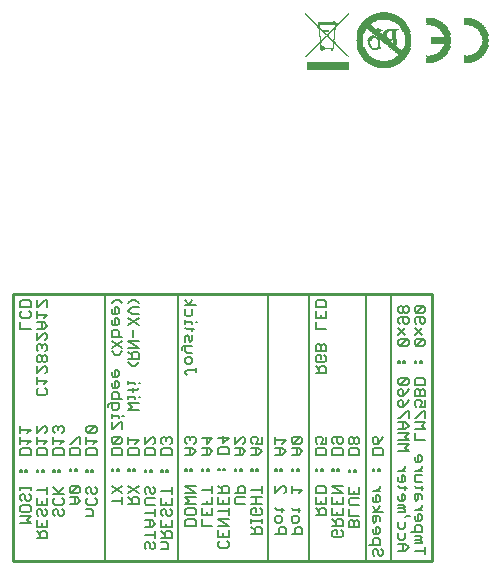
<source format=gbo>
G75*
%MOIN*%
%OFA0B0*%
%FSLAX25Y25*%
%IPPOS*%
%LPD*%
%AMOC8*
5,1,8,0,0,1.08239X$1,22.5*
%
%ADD10C,0.00500*%
%ADD11C,0.01000*%
%ADD12C,0.00600*%
%ADD13R,0.01500X0.00050*%
%ADD14R,0.01900X0.00050*%
%ADD15R,0.02200X0.00050*%
%ADD16R,0.02150X0.00050*%
%ADD17R,0.02450X0.00050*%
%ADD18R,0.02400X0.00050*%
%ADD19R,0.02650X0.00050*%
%ADD20R,0.02600X0.00050*%
%ADD21R,0.02800X0.00050*%
%ADD22R,0.02750X0.00050*%
%ADD23R,0.03000X0.00050*%
%ADD24R,0.02950X0.00050*%
%ADD25R,0.03150X0.00050*%
%ADD26R,0.03100X0.00050*%
%ADD27R,0.03300X0.00050*%
%ADD28R,0.03250X0.00050*%
%ADD29R,0.03400X0.00050*%
%ADD30R,0.03350X0.00050*%
%ADD31R,0.03550X0.00050*%
%ADD32R,0.03500X0.00050*%
%ADD33R,0.03650X0.00050*%
%ADD34R,0.03600X0.00050*%
%ADD35R,0.03750X0.00050*%
%ADD36R,0.03900X0.00050*%
%ADD37R,0.03850X0.00050*%
%ADD38R,0.04000X0.00050*%
%ADD39R,0.03950X0.00050*%
%ADD40R,0.04100X0.00050*%
%ADD41R,0.04050X0.00050*%
%ADD42R,0.04200X0.00050*%
%ADD43R,0.04150X0.00050*%
%ADD44R,0.04300X0.00050*%
%ADD45R,0.04250X0.00050*%
%ADD46R,0.04350X0.00050*%
%ADD47R,0.04450X0.00050*%
%ADD48R,0.04400X0.00050*%
%ADD49R,0.04550X0.00050*%
%ADD50R,0.04500X0.00050*%
%ADD51R,0.04650X0.00050*%
%ADD52R,0.04600X0.00050*%
%ADD53R,0.04700X0.00050*%
%ADD54R,0.04800X0.00050*%
%ADD55R,0.04750X0.00050*%
%ADD56R,0.04850X0.00050*%
%ADD57R,0.04950X0.00050*%
%ADD58R,0.04900X0.00050*%
%ADD59R,0.05000X0.00050*%
%ADD60R,0.05100X0.00050*%
%ADD61R,0.05050X0.00050*%
%ADD62R,0.05150X0.00050*%
%ADD63R,0.05200X0.00050*%
%ADD64R,0.05300X0.00050*%
%ADD65R,0.05250X0.00050*%
%ADD66R,0.05350X0.00050*%
%ADD67R,0.05400X0.00050*%
%ADD68R,0.05450X0.00050*%
%ADD69R,0.05550X0.00050*%
%ADD70R,0.05500X0.00050*%
%ADD71R,0.05600X0.00050*%
%ADD72R,0.05650X0.00050*%
%ADD73R,0.05700X0.00050*%
%ADD74R,0.05750X0.00050*%
%ADD75R,0.05800X0.00050*%
%ADD76R,0.05850X0.00050*%
%ADD77R,0.05900X0.00050*%
%ADD78R,0.05950X0.00050*%
%ADD79R,0.06000X0.00050*%
%ADD80R,0.00350X0.00050*%
%ADD81R,0.00300X0.00050*%
%ADD82R,0.03800X0.00050*%
%ADD83R,0.03700X0.00050*%
%ADD84R,0.03450X0.00050*%
%ADD85R,0.03200X0.00050*%
%ADD86R,0.03050X0.00050*%
%ADD87R,0.02900X0.00050*%
%ADD88R,0.02850X0.00050*%
%ADD89R,0.02700X0.00050*%
%ADD90R,0.02550X0.00050*%
%ADD91R,0.02500X0.00050*%
%ADD92R,0.02350X0.00050*%
%ADD93R,0.02300X0.00050*%
%ADD94R,0.02250X0.00050*%
%ADD95R,0.06600X0.00050*%
%ADD96R,0.06650X0.00050*%
%ADD97R,0.06700X0.00050*%
%ADD98R,0.01950X0.00050*%
%ADD99R,0.00980X0.00035*%
%ADD100R,0.01925X0.00035*%
%ADD101R,0.02415X0.00035*%
%ADD102R,0.02940X0.00035*%
%ADD103R,0.03325X0.00035*%
%ADD104R,0.03675X0.00035*%
%ADD105R,0.04025X0.00035*%
%ADD106R,0.04340X0.00035*%
%ADD107R,0.04620X0.00035*%
%ADD108R,0.04900X0.00035*%
%ADD109R,0.05110X0.00035*%
%ADD110R,0.05355X0.00035*%
%ADD111R,0.05600X0.00035*%
%ADD112R,0.05810X0.00035*%
%ADD113R,0.06020X0.00035*%
%ADD114R,0.06195X0.00035*%
%ADD115R,0.06405X0.00035*%
%ADD116R,0.06580X0.00035*%
%ADD117R,0.06755X0.00035*%
%ADD118R,0.06930X0.00035*%
%ADD119R,0.07105X0.00035*%
%ADD120R,0.07245X0.00035*%
%ADD121R,0.07420X0.00035*%
%ADD122R,0.07595X0.00035*%
%ADD123R,0.07735X0.00035*%
%ADD124R,0.07875X0.00035*%
%ADD125R,0.08015X0.00035*%
%ADD126R,0.08155X0.00035*%
%ADD127R,0.08295X0.00035*%
%ADD128R,0.08435X0.00035*%
%ADD129R,0.08575X0.00035*%
%ADD130R,0.08715X0.00035*%
%ADD131R,0.08855X0.00035*%
%ADD132R,0.08995X0.00035*%
%ADD133R,0.09100X0.00035*%
%ADD134R,0.09205X0.00035*%
%ADD135R,0.09345X0.00035*%
%ADD136R,0.09450X0.00035*%
%ADD137R,0.09555X0.00035*%
%ADD138R,0.09695X0.00035*%
%ADD139R,0.09835X0.00035*%
%ADD140R,0.09905X0.00035*%
%ADD141R,0.10010X0.00035*%
%ADD142R,0.10115X0.00035*%
%ADD143R,0.10220X0.00035*%
%ADD144R,0.10325X0.00035*%
%ADD145R,0.10430X0.00035*%
%ADD146R,0.10535X0.00035*%
%ADD147R,0.10640X0.00035*%
%ADD148R,0.10745X0.00035*%
%ADD149R,0.10850X0.00035*%
%ADD150R,0.10955X0.00035*%
%ADD151R,0.11025X0.00035*%
%ADD152R,0.11095X0.00035*%
%ADD153R,0.11200X0.00035*%
%ADD154R,0.11305X0.00035*%
%ADD155R,0.11375X0.00035*%
%ADD156R,0.11480X0.00035*%
%ADD157R,0.11585X0.00035*%
%ADD158R,0.11655X0.00035*%
%ADD159R,0.11725X0.00035*%
%ADD160R,0.11830X0.00035*%
%ADD161R,0.11900X0.00035*%
%ADD162R,0.12005X0.00035*%
%ADD163R,0.05495X0.00035*%
%ADD164R,0.05180X0.00035*%
%ADD165R,0.05215X0.00035*%
%ADD166R,0.04970X0.00035*%
%ADD167R,0.05005X0.00035*%
%ADD168R,0.04795X0.00035*%
%ADD169R,0.04830X0.00035*%
%ADD170R,0.04690X0.00035*%
%ADD171R,0.04585X0.00035*%
%ADD172R,0.04480X0.00035*%
%ADD173R,0.04515X0.00035*%
%ADD174R,0.04410X0.00035*%
%ADD175R,0.04305X0.00035*%
%ADD176R,0.04235X0.00035*%
%ADD177R,0.04165X0.00035*%
%ADD178R,0.04095X0.00035*%
%ADD179R,0.04130X0.00035*%
%ADD180R,0.04060X0.00035*%
%ADD181R,0.03955X0.00035*%
%ADD182R,0.03990X0.00035*%
%ADD183R,0.03920X0.00035*%
%ADD184R,0.03850X0.00035*%
%ADD185R,0.03885X0.00035*%
%ADD186R,0.03815X0.00035*%
%ADD187R,0.03780X0.00035*%
%ADD188R,0.03710X0.00035*%
%ADD189R,0.03745X0.00035*%
%ADD190R,0.03675X0.00035*%
%ADD191R,0.03710X0.00035*%
%ADD192R,0.03640X0.00035*%
%ADD193R,0.03605X0.00035*%
%ADD194R,0.03570X0.00035*%
%ADD195R,0.03570X0.00035*%
%ADD196R,0.03500X0.00035*%
%ADD197R,0.03535X0.00035*%
%ADD198R,0.03535X0.00035*%
%ADD199R,0.03465X0.00035*%
%ADD200R,0.03430X0.00035*%
%ADD201R,0.03395X0.00035*%
%ADD202R,0.03360X0.00035*%
%ADD203R,0.03360X0.00035*%
%ADD204R,0.03325X0.00035*%
%ADD205R,0.03255X0.00035*%
%ADD206R,0.03290X0.00035*%
%ADD207R,0.03220X0.00035*%
%ADD208R,0.03290X0.00035*%
%ADD209R,0.03150X0.00035*%
%ADD210R,0.03185X0.00035*%
%ADD211R,0.03115X0.00035*%
%ADD212R,0.03115X0.00035*%
%ADD213R,0.03080X0.00035*%
%ADD214R,0.03045X0.00035*%
%ADD215R,0.03045X0.00035*%
%ADD216R,0.02975X0.00035*%
%ADD217R,0.03010X0.00035*%
%ADD218R,0.02975X0.00035*%
%ADD219R,0.02940X0.00035*%
%ADD220R,0.02940X0.00035*%
%ADD221R,0.02975X0.00035*%
%ADD222R,0.02870X0.00035*%
%ADD223R,0.02905X0.00035*%
%ADD224R,0.02835X0.00035*%
%ADD225R,0.02800X0.00035*%
%ADD226R,0.02800X0.00035*%
%ADD227R,0.02835X0.00035*%
%ADD228R,0.02765X0.00035*%
%ADD229R,0.02870X0.00035*%
%ADD230R,0.02905X0.00035*%
%ADD231R,0.02765X0.00035*%
%ADD232R,0.03010X0.00035*%
%ADD233R,0.02730X0.00035*%
%ADD234R,0.03220X0.00035*%
%ADD235R,0.03290X0.00035*%
%ADD236R,0.02695X0.00035*%
%ADD237R,0.02695X0.00035*%
%ADD238R,0.02660X0.00035*%
%ADD239R,0.02660X0.00035*%
%ADD240R,0.02625X0.00035*%
%ADD241R,0.03780X0.00035*%
%ADD242R,0.03885X0.00035*%
%ADD243R,0.02625X0.00035*%
%ADD244R,0.02590X0.00035*%
%ADD245R,0.02625X0.00035*%
%ADD246R,0.04095X0.00035*%
%ADD247R,0.02590X0.00035*%
%ADD248R,0.04130X0.00035*%
%ADD249R,0.04200X0.00035*%
%ADD250R,0.02555X0.00035*%
%ADD251R,0.04235X0.00035*%
%ADD252R,0.04375X0.00035*%
%ADD253R,0.02555X0.00035*%
%ADD254R,0.04445X0.00035*%
%ADD255R,0.04480X0.00035*%
%ADD256R,0.02555X0.00035*%
%ADD257R,0.04550X0.00035*%
%ADD258R,0.02520X0.00035*%
%ADD259R,0.04620X0.00035*%
%ADD260R,0.04725X0.00035*%
%ADD261R,0.04760X0.00035*%
%ADD262R,0.02485X0.00035*%
%ADD263R,0.02310X0.00035*%
%ADD264R,0.02450X0.00035*%
%ADD265R,0.02345X0.00035*%
%ADD266R,0.02415X0.00035*%
%ADD267R,0.02345X0.00035*%
%ADD268R,0.02485X0.00035*%
%ADD269R,0.02310X0.00035*%
%ADD270R,0.02415X0.00035*%
%ADD271R,0.00070X0.00035*%
%ADD272R,0.02380X0.00035*%
%ADD273R,0.02345X0.00035*%
%ADD274R,0.00805X0.00035*%
%ADD275R,0.01155X0.00035*%
%ADD276R,0.02380X0.00035*%
%ADD277R,0.01400X0.00035*%
%ADD278R,0.01610X0.00035*%
%ADD279R,0.01750X0.00035*%
%ADD280R,0.01960X0.00035*%
%ADD281R,0.02100X0.00035*%
%ADD282R,0.02275X0.00035*%
%ADD283R,0.02625X0.00035*%
%ADD284R,0.01435X0.00035*%
%ADD285R,0.00910X0.00035*%
%ADD286R,0.02345X0.00035*%
%ADD287R,0.01365X0.00035*%
%ADD288R,0.00875X0.00035*%
%ADD289R,0.01295X0.00035*%
%ADD290R,0.00805X0.00035*%
%ADD291R,0.01295X0.00035*%
%ADD292R,0.00770X0.00035*%
%ADD293R,0.00805X0.00035*%
%ADD294R,0.00070X0.00035*%
%ADD295R,0.01260X0.00035*%
%ADD296R,0.01225X0.00035*%
%ADD297R,0.01190X0.00035*%
%ADD298R,0.01120X0.00035*%
%ADD299R,0.02310X0.00035*%
%ADD300R,0.01085X0.00035*%
%ADD301R,0.00770X0.00035*%
%ADD302R,0.01050X0.00035*%
%ADD303R,0.00980X0.00035*%
%ADD304R,0.00945X0.00035*%
%ADD305R,0.00770X0.00035*%
%ADD306R,0.02275X0.00035*%
%ADD307R,0.00875X0.00035*%
%ADD308R,0.02275X0.00035*%
%ADD309R,0.00910X0.00035*%
%ADD310R,0.02310X0.00035*%
%ADD311R,0.02240X0.00035*%
%ADD312R,0.00840X0.00035*%
%ADD313R,0.00840X0.00035*%
%ADD314R,0.02240X0.00035*%
%ADD315R,0.02730X0.00035*%
%ADD316R,0.00840X0.00035*%
%ADD317R,0.02240X0.00035*%
%ADD318R,0.02240X0.00035*%
%ADD319R,0.03150X0.00035*%
%ADD320R,0.00875X0.00035*%
%ADD321R,0.02275X0.00035*%
%ADD322R,0.02205X0.00035*%
%ADD323R,0.03255X0.00035*%
%ADD324R,0.03360X0.00035*%
%ADD325R,0.01015X0.00035*%
%ADD326R,0.01015X0.00035*%
%ADD327R,0.00945X0.00035*%
%ADD328R,0.00910X0.00035*%
%ADD329R,0.02170X0.00035*%
%ADD330R,0.02205X0.00035*%
%ADD331R,0.02170X0.00035*%
%ADD332R,0.00875X0.00035*%
%ADD333R,0.00980X0.00035*%
%ADD334R,0.01050X0.00035*%
%ADD335R,0.03360X0.00035*%
%ADD336R,0.01085X0.00035*%
%ADD337R,0.05005X0.00035*%
%ADD338R,0.05040X0.00035*%
%ADD339R,0.05075X0.00035*%
%ADD340R,0.01120X0.00035*%
%ADD341R,0.05110X0.00035*%
%ADD342R,0.05145X0.00035*%
%ADD343R,0.05215X0.00035*%
%ADD344R,0.00910X0.00035*%
%ADD345R,0.01155X0.00035*%
%ADD346R,0.05250X0.00035*%
%ADD347R,0.01540X0.00035*%
%ADD348R,0.00945X0.00035*%
%ADD349R,0.01330X0.00035*%
%ADD350R,0.01260X0.00035*%
%ADD351R,0.04025X0.00035*%
%ADD352R,0.01330X0.00035*%
%ADD353R,0.04060X0.00035*%
%ADD354R,0.01400X0.00035*%
%ADD355R,0.01540X0.00035*%
%ADD356R,0.01680X0.00035*%
%ADD357R,0.03255X0.00035*%
%ADD358R,0.02135X0.00035*%
%ADD359R,0.02065X0.00035*%
%ADD360R,0.01995X0.00035*%
%ADD361R,0.01855X0.00035*%
%ADD362R,0.01785X0.00035*%
%ADD363R,0.01575X0.00035*%
%ADD364R,0.03430X0.00035*%
%ADD365R,0.01295X0.00035*%
%ADD366R,0.00735X0.00035*%
%ADD367R,0.00350X0.00035*%
%ADD368R,0.01225X0.00035*%
%ADD369R,0.01015X0.00035*%
%ADD370R,0.01015X0.00035*%
%ADD371R,0.01225X0.00035*%
%ADD372R,0.01225X0.00035*%
%ADD373R,0.02380X0.00035*%
%ADD374R,0.02695X0.00035*%
%ADD375R,0.02730X0.00035*%
%ADD376R,0.01260X0.00035*%
%ADD377R,0.02940X0.00035*%
%ADD378R,0.01085X0.00035*%
%ADD379R,0.03115X0.00035*%
%ADD380R,0.01085X0.00035*%
%ADD381R,0.01435X0.00035*%
%ADD382R,0.03290X0.00035*%
%ADD383R,0.01505X0.00035*%
%ADD384R,0.00105X0.00035*%
%ADD385R,0.01470X0.00035*%
%ADD386R,0.01645X0.00035*%
%ADD387R,0.00245X0.00035*%
%ADD388R,0.01645X0.00035*%
%ADD389R,0.01680X0.00035*%
%ADD390R,0.02380X0.00035*%
%ADD391R,0.01470X0.00035*%
%ADD392R,0.02415X0.00035*%
%ADD393R,0.03570X0.00035*%
%ADD394R,0.01365X0.00035*%
%ADD395R,0.01190X0.00035*%
%ADD396R,0.00490X0.00035*%
%ADD397R,0.00700X0.00035*%
%ADD398R,0.00595X0.00035*%
%ADD399R,0.00525X0.00035*%
%ADD400R,0.02450X0.00035*%
%ADD401R,0.00420X0.00035*%
%ADD402R,0.00315X0.00035*%
%ADD403R,0.02520X0.00035*%
%ADD404R,0.02555X0.00035*%
%ADD405R,0.04795X0.00035*%
%ADD406R,0.04690X0.00035*%
%ADD407R,0.04375X0.00035*%
%ADD408R,0.04270X0.00035*%
%ADD409R,0.04200X0.00035*%
%ADD410R,0.03745X0.00035*%
%ADD411R,0.02730X0.00035*%
%ADD412R,0.02870X0.00035*%
%ADD413R,0.02905X0.00035*%
%ADD414R,0.03010X0.00035*%
%ADD415R,0.03045X0.00035*%
%ADD416R,0.03220X0.00035*%
%ADD417R,0.03465X0.00035*%
%ADD418R,0.03500X0.00035*%
%ADD419R,0.03675X0.00035*%
%ADD420R,0.03710X0.00035*%
%ADD421R,0.03885X0.00035*%
%ADD422R,0.03955X0.00035*%
%ADD423R,0.03990X0.00035*%
%ADD424R,0.04025X0.00035*%
%ADD425R,0.04060X0.00035*%
%ADD426R,0.04340X0.00035*%
%ADD427R,0.04830X0.00035*%
%ADD428R,0.05040X0.00035*%
%ADD429R,0.05110X0.00035*%
%ADD430R,0.05285X0.00035*%
%ADD431R,0.05355X0.00035*%
%ADD432R,0.11865X0.00035*%
%ADD433R,0.11760X0.00035*%
%ADD434R,0.11690X0.00035*%
%ADD435R,0.11620X0.00035*%
%ADD436R,0.11515X0.00035*%
%ADD437R,0.11445X0.00035*%
%ADD438R,0.11340X0.00035*%
%ADD439R,0.11235X0.00035*%
%ADD440R,0.11165X0.00035*%
%ADD441R,0.11060X0.00035*%
%ADD442R,0.10990X0.00035*%
%ADD443R,0.10885X0.00035*%
%ADD444R,0.10780X0.00035*%
%ADD445R,0.10675X0.00035*%
%ADD446R,0.10605X0.00035*%
%ADD447R,0.10500X0.00035*%
%ADD448R,0.10395X0.00035*%
%ADD449R,0.10290X0.00035*%
%ADD450R,0.10185X0.00035*%
%ADD451R,0.10080X0.00035*%
%ADD452R,0.09975X0.00035*%
%ADD453R,0.09870X0.00035*%
%ADD454R,0.09765X0.00035*%
%ADD455R,0.09625X0.00035*%
%ADD456R,0.09520X0.00035*%
%ADD457R,0.09415X0.00035*%
%ADD458R,0.09275X0.00035*%
%ADD459R,0.09170X0.00035*%
%ADD460R,0.09030X0.00035*%
%ADD461R,0.08925X0.00035*%
%ADD462R,0.08785X0.00035*%
%ADD463R,0.08645X0.00035*%
%ADD464R,0.08505X0.00035*%
%ADD465R,0.08365X0.00035*%
%ADD466R,0.08225X0.00035*%
%ADD467R,0.08120X0.00035*%
%ADD468R,0.07980X0.00035*%
%ADD469R,0.07805X0.00035*%
%ADD470R,0.07665X0.00035*%
%ADD471R,0.07525X0.00035*%
%ADD472R,0.07385X0.00035*%
%ADD473R,0.07175X0.00035*%
%ADD474R,0.07035X0.00035*%
%ADD475R,0.06860X0.00035*%
%ADD476R,0.06685X0.00035*%
%ADD477R,0.06475X0.00035*%
%ADD478R,0.06265X0.00035*%
%ADD479R,0.06090X0.00035*%
%ADD480R,0.05880X0.00035*%
%ADD481R,0.05670X0.00035*%
%ADD482R,0.05460X0.00035*%
%ADD483R,0.05215X0.00035*%
%ADD484R,0.04480X0.00035*%
%ADD485R,0.03115X0.00035*%
%ADD486R,0.14000X0.00100*%
%ADD487R,0.00200X0.00100*%
%ADD488R,0.00100X0.00100*%
%ADD489R,0.00300X0.00100*%
%ADD490R,0.00400X0.00100*%
%ADD491R,0.00800X0.00100*%
%ADD492R,0.01100X0.00100*%
%ADD493R,0.00500X0.00100*%
%ADD494R,0.03400X0.00100*%
%ADD495R,0.00600X0.00100*%
%ADD496R,0.01900X0.00100*%
%ADD497R,0.02000X0.00100*%
%ADD498R,0.01800X0.00100*%
%ADD499R,0.06300X0.00100*%
%ADD500R,0.06400X0.00100*%
%ADD501R,0.06500X0.00100*%
%ADD502R,0.06000X0.00100*%
%ADD503R,0.01400X0.00100*%
%ADD504R,0.01600X0.00100*%
%ADD505R,0.02700X0.00100*%
D10*
X0045250Y0090577D02*
X0048753Y0090577D01*
X0048753Y0092328D01*
X0048169Y0092912D01*
X0047001Y0092912D01*
X0046418Y0092328D01*
X0046418Y0090577D01*
X0046418Y0091745D02*
X0045250Y0092912D01*
X0045250Y0094260D02*
X0045250Y0096595D01*
X0045834Y0097943D02*
X0045250Y0098527D01*
X0045250Y0099695D01*
X0045834Y0100279D01*
X0046418Y0100279D01*
X0047001Y0099695D01*
X0047001Y0098527D01*
X0047585Y0097943D01*
X0048169Y0097943D01*
X0048753Y0098527D01*
X0048753Y0099695D01*
X0048169Y0100279D01*
X0048753Y0101626D02*
X0045250Y0101626D01*
X0045250Y0103962D01*
X0043253Y0103438D02*
X0042669Y0102854D01*
X0042085Y0102854D01*
X0041501Y0103438D01*
X0041501Y0104606D01*
X0040918Y0105189D01*
X0040334Y0105189D01*
X0039750Y0104606D01*
X0039750Y0103438D01*
X0040334Y0102854D01*
X0040334Y0101506D02*
X0042669Y0101506D01*
X0043253Y0100922D01*
X0043253Y0099755D01*
X0042669Y0099171D01*
X0040334Y0099171D01*
X0039750Y0099755D01*
X0039750Y0100922D01*
X0040334Y0101506D01*
X0043253Y0103438D02*
X0043253Y0104606D01*
X0042669Y0105189D01*
X0043253Y0106537D02*
X0043253Y0107705D01*
X0043253Y0107121D02*
X0039750Y0107121D01*
X0039750Y0106537D02*
X0039750Y0107705D01*
X0039750Y0112676D02*
X0040334Y0112676D01*
X0040334Y0113260D01*
X0039750Y0113260D01*
X0039750Y0112676D01*
X0041501Y0112676D02*
X0042085Y0112676D01*
X0042085Y0113260D01*
X0041501Y0113260D01*
X0041501Y0112676D01*
X0045250Y0112676D02*
X0045834Y0112676D01*
X0045834Y0113260D01*
X0045250Y0113260D01*
X0045250Y0112676D01*
X0047001Y0112676D02*
X0047585Y0112676D01*
X0047585Y0113260D01*
X0047001Y0113260D01*
X0047001Y0112676D01*
X0050750Y0112676D02*
X0051334Y0112676D01*
X0051334Y0113260D01*
X0050750Y0113260D01*
X0050750Y0112676D01*
X0052501Y0112676D02*
X0053085Y0112676D01*
X0053085Y0113260D01*
X0052501Y0113260D01*
X0052501Y0112676D01*
X0056250Y0112859D02*
X0056834Y0112859D01*
X0056834Y0113443D01*
X0056250Y0113443D01*
X0056250Y0112859D01*
X0058001Y0112859D02*
X0058585Y0112859D01*
X0058585Y0113443D01*
X0058001Y0113443D01*
X0058001Y0112859D01*
X0061750Y0112676D02*
X0062334Y0112676D01*
X0062334Y0113260D01*
X0061750Y0113260D01*
X0061750Y0112676D01*
X0063501Y0112676D02*
X0064085Y0112676D01*
X0064085Y0113260D01*
X0063501Y0113260D01*
X0063501Y0112676D01*
X0062918Y0107645D02*
X0062334Y0107645D01*
X0061750Y0107061D01*
X0061750Y0105893D01*
X0062334Y0105310D01*
X0063501Y0105893D02*
X0063501Y0107061D01*
X0062918Y0107645D01*
X0064669Y0107645D02*
X0065253Y0107061D01*
X0065253Y0105893D01*
X0064669Y0105310D01*
X0064085Y0105310D01*
X0063501Y0105893D01*
X0062334Y0103962D02*
X0061750Y0103378D01*
X0061750Y0102210D01*
X0062334Y0101626D01*
X0064669Y0101626D01*
X0065253Y0102210D01*
X0065253Y0103378D01*
X0064669Y0103962D01*
X0063501Y0100279D02*
X0061750Y0100279D01*
X0063501Y0100279D02*
X0064085Y0099695D01*
X0064085Y0097943D01*
X0061750Y0097943D01*
X0058585Y0101810D02*
X0059753Y0102977D01*
X0058585Y0104145D01*
X0056250Y0104145D01*
X0056834Y0105493D02*
X0059169Y0107828D01*
X0056834Y0107828D01*
X0056250Y0107244D01*
X0056250Y0106077D01*
X0056834Y0105493D01*
X0059169Y0105493D01*
X0059753Y0106077D01*
X0059753Y0107244D01*
X0059169Y0107828D01*
X0058001Y0104145D02*
X0058001Y0101810D01*
X0058585Y0101810D02*
X0056250Y0101810D01*
X0054253Y0102210D02*
X0054253Y0103378D01*
X0053669Y0103962D01*
X0054253Y0105310D02*
X0050750Y0105310D01*
X0051918Y0105310D02*
X0054253Y0107645D01*
X0052501Y0105893D02*
X0050750Y0107645D01*
X0048753Y0107645D02*
X0048753Y0105310D01*
X0048753Y0106477D02*
X0045250Y0106477D01*
X0047001Y0102794D02*
X0047001Y0101626D01*
X0048753Y0101626D02*
X0048753Y0103962D01*
X0050750Y0103378D02*
X0050750Y0102210D01*
X0051334Y0101626D01*
X0053669Y0101626D01*
X0054253Y0102210D01*
X0053669Y0100279D02*
X0054253Y0099695D01*
X0054253Y0098527D01*
X0053669Y0097943D01*
X0053085Y0097943D01*
X0052501Y0098527D01*
X0052501Y0099695D01*
X0051918Y0100279D01*
X0051334Y0100279D01*
X0050750Y0099695D01*
X0050750Y0098527D01*
X0051334Y0097943D01*
X0048753Y0096595D02*
X0048753Y0094260D01*
X0045250Y0094260D01*
X0047001Y0094260D02*
X0047001Y0095428D01*
X0043253Y0095488D02*
X0042085Y0096655D01*
X0043253Y0097823D01*
X0039750Y0097823D01*
X0039750Y0095488D02*
X0043253Y0095488D01*
X0050750Y0103378D02*
X0051334Y0103962D01*
X0050750Y0118201D02*
X0050750Y0119952D01*
X0051334Y0120536D01*
X0053669Y0120536D01*
X0054253Y0119952D01*
X0054253Y0118201D01*
X0050750Y0118201D01*
X0048753Y0118201D02*
X0048753Y0119952D01*
X0048169Y0120536D01*
X0045834Y0120536D01*
X0045250Y0119952D01*
X0045250Y0118201D01*
X0048753Y0118201D01*
X0047585Y0121884D02*
X0048753Y0123051D01*
X0045250Y0123051D01*
X0045250Y0121884D02*
X0045250Y0124219D01*
X0045250Y0125567D02*
X0047585Y0127902D01*
X0048169Y0127902D01*
X0048753Y0127318D01*
X0048753Y0126151D01*
X0048169Y0125567D01*
X0045250Y0125567D02*
X0045250Y0127902D01*
X0043253Y0126734D02*
X0039750Y0126734D01*
X0039750Y0125567D02*
X0039750Y0127902D01*
X0042085Y0125567D02*
X0043253Y0126734D01*
X0043253Y0123051D02*
X0039750Y0123051D01*
X0039750Y0121884D02*
X0039750Y0124219D01*
X0042085Y0121884D02*
X0043253Y0123051D01*
X0042669Y0120536D02*
X0040334Y0120536D01*
X0039750Y0119952D01*
X0039750Y0118201D01*
X0043253Y0118201D01*
X0043253Y0119952D01*
X0042669Y0120536D01*
X0050750Y0121884D02*
X0050750Y0124219D01*
X0050750Y0123051D02*
X0054253Y0123051D01*
X0053085Y0121884D01*
X0056250Y0122067D02*
X0056834Y0122067D01*
X0059169Y0124402D01*
X0059753Y0124402D01*
X0059753Y0122067D01*
X0059169Y0120719D02*
X0059753Y0120135D01*
X0059753Y0118384D01*
X0056250Y0118384D01*
X0056250Y0120135D01*
X0056834Y0120719D01*
X0059169Y0120719D01*
X0061750Y0119952D02*
X0062334Y0120536D01*
X0064669Y0120536D01*
X0065253Y0119952D01*
X0065253Y0118201D01*
X0061750Y0118201D01*
X0061750Y0119952D01*
X0061750Y0121884D02*
X0061750Y0124219D01*
X0061750Y0123051D02*
X0065253Y0123051D01*
X0064085Y0121884D01*
X0064669Y0125567D02*
X0062334Y0125567D01*
X0064669Y0127902D01*
X0062334Y0127902D01*
X0061750Y0127318D01*
X0061750Y0126151D01*
X0062334Y0125567D01*
X0064669Y0125567D02*
X0065253Y0126151D01*
X0065253Y0127318D01*
X0064669Y0127902D01*
X0070250Y0127052D02*
X0070250Y0129388D01*
X0070250Y0130735D02*
X0070250Y0131903D01*
X0070250Y0131319D02*
X0072585Y0131319D01*
X0072585Y0130735D01*
X0073753Y0131319D02*
X0074337Y0131319D01*
X0073753Y0129388D02*
X0073169Y0129388D01*
X0070834Y0127052D01*
X0070250Y0127052D01*
X0070834Y0124402D02*
X0070250Y0123818D01*
X0070250Y0122651D01*
X0070834Y0122067D01*
X0073169Y0124402D01*
X0070834Y0124402D01*
X0073169Y0124402D02*
X0073753Y0123818D01*
X0073753Y0122651D01*
X0073169Y0122067D01*
X0070834Y0122067D01*
X0070834Y0120719D02*
X0073169Y0120719D01*
X0073753Y0120135D01*
X0073753Y0118384D01*
X0070250Y0118384D01*
X0070250Y0120135D01*
X0070834Y0120719D01*
X0075750Y0120135D02*
X0075750Y0118384D01*
X0079253Y0118384D01*
X0079253Y0120135D01*
X0078669Y0120719D01*
X0076334Y0120719D01*
X0075750Y0120135D01*
X0075750Y0122067D02*
X0075750Y0124402D01*
X0075750Y0123234D02*
X0079253Y0123234D01*
X0078085Y0122067D01*
X0081250Y0121817D02*
X0083585Y0124152D01*
X0084169Y0124152D01*
X0084753Y0123568D01*
X0084753Y0122401D01*
X0084169Y0121817D01*
X0084169Y0120469D02*
X0084753Y0119885D01*
X0084753Y0118134D01*
X0081250Y0118134D01*
X0081250Y0119885D01*
X0081834Y0120469D01*
X0084169Y0120469D01*
X0086750Y0119885D02*
X0087334Y0120469D01*
X0089669Y0120469D01*
X0090253Y0119885D01*
X0090253Y0118134D01*
X0086750Y0118134D01*
X0086750Y0119885D01*
X0087334Y0121817D02*
X0086750Y0122401D01*
X0086750Y0123568D01*
X0087334Y0124152D01*
X0087918Y0124152D01*
X0088501Y0123568D01*
X0088501Y0122984D01*
X0088501Y0123568D02*
X0089085Y0124152D01*
X0089669Y0124152D01*
X0090253Y0123568D01*
X0090253Y0122401D01*
X0089669Y0121817D01*
X0094750Y0122651D02*
X0095334Y0122067D01*
X0094750Y0122651D02*
X0094750Y0123818D01*
X0095334Y0124402D01*
X0095918Y0124402D01*
X0096501Y0123818D01*
X0096501Y0123234D01*
X0096501Y0123818D02*
X0097085Y0124402D01*
X0097669Y0124402D01*
X0098253Y0123818D01*
X0098253Y0122651D01*
X0097669Y0122067D01*
X0097085Y0120719D02*
X0094750Y0120719D01*
X0096501Y0120719D02*
X0096501Y0118384D01*
X0097085Y0118384D02*
X0098253Y0119551D01*
X0097085Y0120719D01*
X0097085Y0118384D02*
X0094750Y0118384D01*
X0094750Y0113443D02*
X0094750Y0112859D01*
X0095334Y0112859D01*
X0095334Y0113443D01*
X0094750Y0113443D01*
X0096501Y0113443D02*
X0096501Y0112859D01*
X0097085Y0112859D01*
X0097085Y0113443D01*
X0096501Y0113443D01*
X0100250Y0113443D02*
X0100250Y0112859D01*
X0100834Y0112859D01*
X0100834Y0113443D01*
X0100250Y0113443D01*
X0102001Y0113443D02*
X0102001Y0112859D01*
X0102585Y0112859D01*
X0102585Y0113443D01*
X0102001Y0113443D01*
X0105750Y0113693D02*
X0105750Y0113109D01*
X0106334Y0113109D01*
X0106334Y0113693D01*
X0105750Y0113693D01*
X0107501Y0113693D02*
X0107501Y0113109D01*
X0108085Y0113109D01*
X0108085Y0113693D01*
X0107501Y0113693D01*
X0111250Y0113443D02*
X0111250Y0112859D01*
X0111834Y0112859D01*
X0111834Y0113443D01*
X0111250Y0113443D01*
X0113001Y0113443D02*
X0113001Y0112859D01*
X0113585Y0112859D01*
X0113585Y0113443D01*
X0113001Y0113443D01*
X0116750Y0113443D02*
X0116750Y0112859D01*
X0117334Y0112859D01*
X0117334Y0113443D01*
X0116750Y0113443D01*
X0118501Y0113443D02*
X0118501Y0112859D01*
X0119085Y0112859D01*
X0119085Y0113443D01*
X0118501Y0113443D01*
X0118501Y0118384D02*
X0118501Y0120719D01*
X0119085Y0120719D02*
X0116750Y0120719D01*
X0117334Y0122067D02*
X0116750Y0122651D01*
X0116750Y0123818D01*
X0117334Y0124402D01*
X0118501Y0124402D01*
X0119085Y0123818D01*
X0119085Y0123234D01*
X0118501Y0122067D01*
X0120253Y0122067D01*
X0120253Y0124402D01*
X0119085Y0120719D02*
X0120253Y0119551D01*
X0119085Y0118384D01*
X0116750Y0118384D01*
X0114753Y0119551D02*
X0113585Y0120719D01*
X0111250Y0120719D01*
X0111250Y0122067D02*
X0113585Y0124402D01*
X0114169Y0124402D01*
X0114753Y0123818D01*
X0114753Y0122651D01*
X0114169Y0122067D01*
X0113001Y0120719D02*
X0113001Y0118384D01*
X0113585Y0118384D02*
X0114753Y0119551D01*
X0113585Y0118384D02*
X0111250Y0118384D01*
X0109253Y0118634D02*
X0109253Y0120385D01*
X0108669Y0120969D01*
X0106334Y0120969D01*
X0105750Y0120385D01*
X0105750Y0118634D01*
X0109253Y0118634D01*
X0111250Y0122067D02*
X0111250Y0124402D01*
X0109253Y0124068D02*
X0107501Y0122317D01*
X0107501Y0124652D01*
X0105750Y0124068D02*
X0109253Y0124068D01*
X0103753Y0123818D02*
X0102001Y0122067D01*
X0102001Y0124402D01*
X0100250Y0123818D02*
X0103753Y0123818D01*
X0102585Y0120719D02*
X0100250Y0120719D01*
X0102001Y0120719D02*
X0102001Y0118384D01*
X0102585Y0118384D02*
X0103753Y0119551D01*
X0102585Y0120719D01*
X0102585Y0118384D02*
X0100250Y0118384D01*
X0098253Y0107828D02*
X0094750Y0107828D01*
X0098253Y0105493D01*
X0094750Y0105493D01*
X0094750Y0104145D02*
X0098253Y0104145D01*
X0098253Y0101810D02*
X0094750Y0101810D01*
X0095918Y0102977D01*
X0094750Y0104145D01*
X0095334Y0100462D02*
X0097669Y0100462D01*
X0098253Y0099878D01*
X0098253Y0098710D01*
X0097669Y0098126D01*
X0095334Y0098126D01*
X0094750Y0098710D01*
X0094750Y0099878D01*
X0095334Y0100462D01*
X0095334Y0096779D02*
X0097669Y0096779D01*
X0098253Y0096195D01*
X0098253Y0094443D01*
X0094750Y0094443D01*
X0094750Y0096195D01*
X0095334Y0096779D01*
X0100250Y0096779D02*
X0100250Y0094443D01*
X0103753Y0094443D01*
X0105750Y0094693D02*
X0109253Y0094693D01*
X0105750Y0097029D01*
X0109253Y0097029D01*
X0109253Y0098376D02*
X0109253Y0100712D01*
X0109253Y0099544D02*
X0105750Y0099544D01*
X0103753Y0100462D02*
X0103753Y0098126D01*
X0100250Y0098126D01*
X0100250Y0100462D01*
X0100250Y0101810D02*
X0103753Y0101810D01*
X0103753Y0104145D01*
X0103753Y0105493D02*
X0103753Y0107828D01*
X0103753Y0106660D02*
X0100250Y0106660D01*
X0102001Y0102977D02*
X0102001Y0101810D01*
X0102001Y0099294D02*
X0102001Y0098126D01*
X0105750Y0102060D02*
X0105750Y0104395D01*
X0105750Y0105743D02*
X0109253Y0105743D01*
X0109253Y0107494D01*
X0108669Y0108078D01*
X0107501Y0108078D01*
X0106918Y0107494D01*
X0106918Y0105743D01*
X0106918Y0106910D02*
X0105750Y0108078D01*
X0109253Y0104395D02*
X0109253Y0102060D01*
X0105750Y0102060D01*
X0107501Y0102060D02*
X0107501Y0103227D01*
X0111250Y0103561D02*
X0111834Y0104145D01*
X0114753Y0104145D01*
X0114753Y0105493D02*
X0114753Y0107244D01*
X0114169Y0107828D01*
X0113001Y0107828D01*
X0112418Y0107244D01*
X0112418Y0105493D01*
X0111250Y0105493D02*
X0114753Y0105493D01*
X0116750Y0106660D02*
X0120253Y0106660D01*
X0120253Y0105493D02*
X0120253Y0107828D01*
X0120253Y0104145D02*
X0116750Y0104145D01*
X0118501Y0104145D02*
X0118501Y0101810D01*
X0118501Y0100462D02*
X0118501Y0099294D01*
X0118501Y0100462D02*
X0117334Y0100462D01*
X0116750Y0099878D01*
X0116750Y0098710D01*
X0117334Y0098126D01*
X0119669Y0098126D01*
X0120253Y0098710D01*
X0120253Y0099878D01*
X0119669Y0100462D01*
X0120253Y0101810D02*
X0116750Y0101810D01*
X0114753Y0101810D02*
X0111834Y0101810D01*
X0111250Y0102393D01*
X0111250Y0103561D01*
X0116750Y0096839D02*
X0116750Y0095671D01*
X0116750Y0096255D02*
X0120253Y0096255D01*
X0120253Y0095671D02*
X0120253Y0096839D01*
X0119669Y0094323D02*
X0118501Y0094323D01*
X0117918Y0093739D01*
X0117918Y0091988D01*
X0117918Y0093155D02*
X0116750Y0094323D01*
X0116750Y0091988D02*
X0120253Y0091988D01*
X0120253Y0093739D01*
X0119669Y0094323D01*
X0124750Y0096255D02*
X0125334Y0095671D01*
X0126501Y0095671D01*
X0127085Y0096255D01*
X0127085Y0097422D01*
X0126501Y0098006D01*
X0125334Y0098006D01*
X0124750Y0097422D01*
X0124750Y0096255D01*
X0126501Y0094323D02*
X0125918Y0093739D01*
X0125918Y0091988D01*
X0124750Y0091988D02*
X0128253Y0091988D01*
X0128253Y0093739D01*
X0127669Y0094323D01*
X0126501Y0094323D01*
X0130250Y0096255D02*
X0130834Y0095671D01*
X0132001Y0095671D01*
X0132585Y0096255D01*
X0132585Y0097422D01*
X0132001Y0098006D01*
X0130834Y0098006D01*
X0130250Y0097422D01*
X0130250Y0096255D01*
X0132001Y0094323D02*
X0131418Y0093739D01*
X0131418Y0091988D01*
X0130250Y0091988D02*
X0133753Y0091988D01*
X0133753Y0093739D01*
X0133169Y0094323D01*
X0132001Y0094323D01*
X0132585Y0099354D02*
X0132585Y0100522D01*
X0133169Y0099938D02*
X0130834Y0099938D01*
X0130250Y0100522D01*
X0127669Y0099938D02*
X0125334Y0099938D01*
X0124750Y0100522D01*
X0127085Y0100522D02*
X0127085Y0099354D01*
X0127669Y0105493D02*
X0128253Y0106077D01*
X0128253Y0107244D01*
X0127669Y0107828D01*
X0127085Y0107828D01*
X0124750Y0105493D01*
X0124750Y0107828D01*
X0124750Y0112859D02*
X0125334Y0112859D01*
X0125334Y0113443D01*
X0124750Y0113443D01*
X0124750Y0112859D01*
X0126501Y0112859D02*
X0127085Y0112859D01*
X0127085Y0113443D01*
X0126501Y0113443D01*
X0126501Y0112859D01*
X0130250Y0112859D02*
X0130834Y0112859D01*
X0130834Y0113443D01*
X0130250Y0113443D01*
X0130250Y0112859D01*
X0132001Y0112859D02*
X0132585Y0112859D01*
X0132585Y0113443D01*
X0132001Y0113443D01*
X0132001Y0112859D01*
X0130250Y0107828D02*
X0130250Y0105493D01*
X0130250Y0106660D02*
X0133753Y0106660D01*
X0132585Y0105493D01*
X0138250Y0105493D02*
X0138250Y0107244D01*
X0138834Y0107828D01*
X0141169Y0107828D01*
X0141753Y0107244D01*
X0141753Y0105493D01*
X0138250Y0105493D01*
X0138250Y0104145D02*
X0138250Y0101810D01*
X0141753Y0101810D01*
X0141753Y0104145D01*
X0143750Y0104145D02*
X0143750Y0101810D01*
X0147253Y0101810D01*
X0147253Y0104145D01*
X0147253Y0105493D02*
X0143750Y0107828D01*
X0147253Y0107828D01*
X0149250Y0107578D02*
X0149250Y0105243D01*
X0152753Y0105243D01*
X0152753Y0107578D01*
X0151001Y0106410D02*
X0151001Y0105243D01*
X0149834Y0103895D02*
X0152753Y0103895D01*
X0152753Y0101560D02*
X0149834Y0101560D01*
X0149250Y0102143D01*
X0149250Y0103311D01*
X0149834Y0103895D01*
X0147253Y0105493D02*
X0143750Y0105493D01*
X0145501Y0102977D02*
X0145501Y0101810D01*
X0143750Y0100462D02*
X0143750Y0098126D01*
X0147253Y0098126D01*
X0147253Y0100462D01*
X0149250Y0100212D02*
X0149250Y0097876D01*
X0152753Y0097876D01*
X0152169Y0096529D02*
X0151585Y0096529D01*
X0151001Y0095945D01*
X0151001Y0094193D01*
X0149250Y0094193D02*
X0149250Y0095945D01*
X0149834Y0096529D01*
X0150418Y0096529D01*
X0151001Y0095945D01*
X0152169Y0096529D02*
X0152753Y0095945D01*
X0152753Y0094193D01*
X0149250Y0094193D01*
X0147253Y0094443D02*
X0147253Y0096195D01*
X0146669Y0096779D01*
X0145501Y0096779D01*
X0144918Y0096195D01*
X0144918Y0094443D01*
X0144918Y0095611D02*
X0143750Y0096779D01*
X0145501Y0098126D02*
X0145501Y0099294D01*
X0141753Y0099878D02*
X0141169Y0100462D01*
X0140001Y0100462D01*
X0139418Y0099878D01*
X0139418Y0098126D01*
X0138250Y0098126D02*
X0141753Y0098126D01*
X0141753Y0099878D01*
X0139418Y0099294D02*
X0138250Y0100462D01*
X0140001Y0101810D02*
X0140001Y0102977D01*
X0143750Y0094443D02*
X0147253Y0094443D01*
X0146669Y0093095D02*
X0147253Y0092512D01*
X0147253Y0091344D01*
X0146669Y0090760D01*
X0144334Y0090760D01*
X0143750Y0091344D01*
X0143750Y0092512D01*
X0144334Y0093095D01*
X0145501Y0093095D01*
X0145501Y0091928D01*
X0156082Y0088305D02*
X0159585Y0088305D01*
X0159585Y0090056D01*
X0159001Y0090640D01*
X0157834Y0090640D01*
X0157250Y0090056D01*
X0157250Y0088305D01*
X0157834Y0086957D02*
X0157250Y0086373D01*
X0157250Y0085205D01*
X0157834Y0084622D01*
X0159001Y0085205D02*
X0159001Y0086373D01*
X0158418Y0086957D01*
X0157834Y0086957D01*
X0159001Y0085205D02*
X0159585Y0084622D01*
X0160169Y0084622D01*
X0160753Y0085205D01*
X0160753Y0086373D01*
X0160169Y0086957D01*
X0159001Y0091988D02*
X0159585Y0092572D01*
X0159585Y0093739D01*
X0159001Y0094323D01*
X0158418Y0094323D01*
X0158418Y0091988D01*
X0159001Y0091988D02*
X0157834Y0091988D01*
X0157250Y0092572D01*
X0157250Y0093739D01*
X0157834Y0095671D02*
X0158418Y0096255D01*
X0158418Y0098006D01*
X0159001Y0098006D02*
X0157250Y0098006D01*
X0157250Y0096255D01*
X0157834Y0095671D01*
X0159585Y0096255D02*
X0159585Y0097422D01*
X0159001Y0098006D01*
X0158418Y0099354D02*
X0159585Y0101106D01*
X0159001Y0102423D02*
X0159585Y0103007D01*
X0159585Y0104175D01*
X0159001Y0104759D01*
X0158418Y0104759D01*
X0158418Y0102423D01*
X0159001Y0102423D02*
X0157834Y0102423D01*
X0157250Y0103007D01*
X0157250Y0104175D01*
X0157250Y0106107D02*
X0159585Y0106107D01*
X0159585Y0107274D02*
X0159585Y0107858D01*
X0159585Y0107274D02*
X0158418Y0106107D01*
X0157250Y0101106D02*
X0158418Y0099354D01*
X0157250Y0099354D02*
X0160753Y0099354D01*
X0165750Y0099270D02*
X0168085Y0099270D01*
X0168085Y0099854D01*
X0167501Y0100438D01*
X0168085Y0101022D01*
X0167501Y0101605D01*
X0165750Y0101605D01*
X0165750Y0100438D02*
X0167501Y0100438D01*
X0167501Y0102953D02*
X0166334Y0102953D01*
X0165750Y0103537D01*
X0165750Y0104705D01*
X0166918Y0105289D02*
X0166918Y0102953D01*
X0167501Y0102953D02*
X0168085Y0103537D01*
X0168085Y0104705D01*
X0167501Y0105289D01*
X0166918Y0105289D01*
X0168085Y0106636D02*
X0168085Y0107804D01*
X0168669Y0107220D02*
X0166334Y0107220D01*
X0165750Y0107804D01*
X0166334Y0109092D02*
X0167501Y0109092D01*
X0168085Y0109676D01*
X0168085Y0110843D01*
X0167501Y0111427D01*
X0166918Y0111427D01*
X0166918Y0109092D01*
X0166334Y0109092D02*
X0165750Y0109676D01*
X0165750Y0110843D01*
X0165750Y0112775D02*
X0168085Y0112775D01*
X0166918Y0112775D02*
X0168085Y0113943D01*
X0168085Y0114527D01*
X0169253Y0119527D02*
X0165750Y0119527D01*
X0165750Y0121863D02*
X0169253Y0121863D01*
X0168085Y0120695D01*
X0169253Y0119527D01*
X0171250Y0117596D02*
X0171250Y0116428D01*
X0171834Y0115844D01*
X0173001Y0115844D01*
X0173585Y0116428D01*
X0173585Y0117596D01*
X0173001Y0118180D01*
X0172418Y0118180D01*
X0172418Y0115844D01*
X0173585Y0114527D02*
X0173585Y0113943D01*
X0172418Y0112775D01*
X0173585Y0112775D02*
X0171250Y0112775D01*
X0171250Y0111427D02*
X0173585Y0111427D01*
X0171250Y0111427D02*
X0171250Y0109676D01*
X0171834Y0109092D01*
X0173585Y0109092D01*
X0173585Y0107804D02*
X0173585Y0106636D01*
X0174169Y0107220D02*
X0171834Y0107220D01*
X0171250Y0107804D01*
X0171250Y0105289D02*
X0171250Y0103537D01*
X0171834Y0102953D01*
X0172418Y0103537D01*
X0172418Y0105289D01*
X0173001Y0105289D02*
X0171250Y0105289D01*
X0173001Y0105289D02*
X0173585Y0104705D01*
X0173585Y0103537D01*
X0173585Y0101636D02*
X0173585Y0101052D01*
X0172418Y0099884D01*
X0173585Y0099884D02*
X0171250Y0099884D01*
X0172418Y0098536D02*
X0172418Y0096201D01*
X0173001Y0096201D02*
X0173585Y0096785D01*
X0173585Y0097952D01*
X0173001Y0098536D01*
X0172418Y0098536D01*
X0171250Y0097952D02*
X0171250Y0096785D01*
X0171834Y0096201D01*
X0173001Y0096201D01*
X0173001Y0094853D02*
X0171834Y0094853D01*
X0171250Y0094269D01*
X0171250Y0092518D01*
X0170082Y0092518D02*
X0173585Y0092518D01*
X0173585Y0094269D01*
X0173001Y0094853D01*
X0173001Y0091170D02*
X0171250Y0091170D01*
X0171250Y0090002D02*
X0173001Y0090002D01*
X0173585Y0090586D01*
X0173001Y0091170D01*
X0173001Y0090002D02*
X0173585Y0089418D01*
X0173585Y0088835D01*
X0171250Y0088835D01*
X0169253Y0087547D02*
X0168085Y0088714D01*
X0165750Y0088714D01*
X0166334Y0090062D02*
X0165750Y0090646D01*
X0165750Y0092398D01*
X0166334Y0093745D02*
X0165750Y0094329D01*
X0165750Y0096081D01*
X0168085Y0096081D02*
X0168085Y0094329D01*
X0167501Y0093745D01*
X0166334Y0093745D01*
X0168085Y0092398D02*
X0168085Y0090646D01*
X0167501Y0090062D01*
X0166334Y0090062D01*
X0167501Y0088714D02*
X0167501Y0086379D01*
X0168085Y0086379D02*
X0169253Y0087547D01*
X0168085Y0086379D02*
X0165750Y0086379D01*
X0171250Y0086319D02*
X0174753Y0086319D01*
X0174753Y0085151D02*
X0174753Y0087487D01*
X0168085Y0097429D02*
X0168669Y0098012D01*
X0169837Y0098012D01*
X0159585Y0112859D02*
X0159001Y0112859D01*
X0159001Y0113443D01*
X0159585Y0113443D01*
X0159585Y0112859D01*
X0157834Y0112859D02*
X0157250Y0112859D01*
X0157250Y0113443D01*
X0157834Y0113443D01*
X0157834Y0112859D01*
X0157250Y0118384D02*
X0157250Y0120135D01*
X0157834Y0120719D01*
X0160169Y0120719D01*
X0160753Y0120135D01*
X0160753Y0118384D01*
X0157250Y0118384D01*
X0157834Y0122067D02*
X0157250Y0122651D01*
X0157250Y0123818D01*
X0157834Y0124402D01*
X0158418Y0124402D01*
X0159001Y0123818D01*
X0159001Y0122067D01*
X0157834Y0122067D01*
X0159001Y0122067D02*
X0160169Y0123234D01*
X0160753Y0124402D01*
X0165750Y0125546D02*
X0169253Y0125546D01*
X0168085Y0124378D01*
X0169253Y0123211D01*
X0165750Y0123211D01*
X0165750Y0126894D02*
X0168085Y0126894D01*
X0169253Y0128061D01*
X0168085Y0129229D01*
X0165750Y0129229D01*
X0165750Y0130577D02*
X0166334Y0130577D01*
X0168669Y0132912D01*
X0169253Y0132912D01*
X0169253Y0130577D01*
X0171250Y0130577D02*
X0171834Y0130577D01*
X0174169Y0132912D01*
X0174753Y0132912D01*
X0174753Y0130577D01*
X0174753Y0129229D02*
X0171250Y0129229D01*
X0171250Y0126894D02*
X0174753Y0126894D01*
X0173585Y0128061D01*
X0174753Y0129229D01*
X0174753Y0134260D02*
X0173001Y0134260D01*
X0173585Y0135428D01*
X0173585Y0136012D01*
X0173001Y0136595D01*
X0171834Y0136595D01*
X0171250Y0136012D01*
X0171250Y0134844D01*
X0171834Y0134260D01*
X0174753Y0134260D02*
X0174753Y0136595D01*
X0174753Y0137943D02*
X0171250Y0137943D01*
X0171250Y0139695D01*
X0171834Y0140279D01*
X0172418Y0140279D01*
X0173001Y0139695D01*
X0173001Y0137943D01*
X0173001Y0139695D02*
X0173585Y0140279D01*
X0174169Y0140279D01*
X0174753Y0139695D01*
X0174753Y0137943D01*
X0174753Y0141626D02*
X0171250Y0141626D01*
X0171250Y0143378D01*
X0171834Y0143962D01*
X0174169Y0143962D01*
X0174753Y0143378D01*
X0174753Y0141626D01*
X0169253Y0142210D02*
X0169253Y0143378D01*
X0168669Y0143962D01*
X0166334Y0141626D01*
X0165750Y0142210D01*
X0165750Y0143378D01*
X0166334Y0143962D01*
X0168669Y0143962D01*
X0169253Y0142210D02*
X0168669Y0141626D01*
X0166334Y0141626D01*
X0166334Y0140279D02*
X0166918Y0140279D01*
X0167501Y0139695D01*
X0167501Y0137943D01*
X0166334Y0137943D01*
X0165750Y0138527D01*
X0165750Y0139695D01*
X0166334Y0140279D01*
X0168669Y0139111D02*
X0167501Y0137943D01*
X0166918Y0136595D02*
X0166334Y0136595D01*
X0165750Y0136012D01*
X0165750Y0134844D01*
X0166334Y0134260D01*
X0167501Y0134260D01*
X0167501Y0136012D01*
X0166918Y0136595D01*
X0168669Y0135428D02*
X0167501Y0134260D01*
X0168669Y0135428D02*
X0169253Y0136595D01*
X0168669Y0139111D02*
X0169253Y0140279D01*
X0168085Y0148993D02*
X0167501Y0148993D01*
X0167501Y0149576D01*
X0168085Y0149576D01*
X0168085Y0148993D01*
X0166334Y0148993D02*
X0165750Y0148993D01*
X0165750Y0149576D01*
X0166334Y0149576D01*
X0166334Y0148993D01*
X0166334Y0154517D02*
X0168669Y0156853D01*
X0166334Y0156853D01*
X0165750Y0156269D01*
X0165750Y0155101D01*
X0166334Y0154517D01*
X0168669Y0154517D01*
X0169253Y0155101D01*
X0169253Y0156269D01*
X0168669Y0156853D01*
X0168085Y0158200D02*
X0165750Y0160536D01*
X0166334Y0161884D02*
X0165750Y0162467D01*
X0165750Y0163635D01*
X0166334Y0164219D01*
X0168669Y0164219D01*
X0169253Y0163635D01*
X0169253Y0162467D01*
X0168669Y0161884D01*
X0168085Y0161884D01*
X0167501Y0162467D01*
X0167501Y0164219D01*
X0166918Y0165567D02*
X0166334Y0165567D01*
X0165750Y0166151D01*
X0165750Y0167318D01*
X0166334Y0167902D01*
X0166918Y0167902D01*
X0167501Y0167318D01*
X0167501Y0166151D01*
X0168085Y0165567D01*
X0168669Y0165567D01*
X0169253Y0166151D01*
X0169253Y0167318D01*
X0168669Y0167902D01*
X0168085Y0167902D01*
X0167501Y0167318D01*
X0167501Y0166151D02*
X0166918Y0165567D01*
X0171250Y0166151D02*
X0171834Y0165567D01*
X0174169Y0167902D01*
X0171834Y0167902D01*
X0171250Y0167318D01*
X0171250Y0166151D01*
X0171834Y0165567D02*
X0174169Y0165567D01*
X0174753Y0166151D01*
X0174753Y0167318D01*
X0174169Y0167902D01*
X0174169Y0164219D02*
X0171834Y0164219D01*
X0171250Y0163635D01*
X0171250Y0162467D01*
X0171834Y0161884D01*
X0173001Y0162467D02*
X0173001Y0164219D01*
X0174169Y0164219D02*
X0174753Y0163635D01*
X0174753Y0162467D01*
X0174169Y0161884D01*
X0173585Y0161884D01*
X0173001Y0162467D01*
X0173585Y0160536D02*
X0171250Y0158200D01*
X0171834Y0156853D02*
X0171250Y0156269D01*
X0171250Y0155101D01*
X0171834Y0154517D01*
X0174169Y0156853D01*
X0171834Y0156853D01*
X0173585Y0158200D02*
X0171250Y0160536D01*
X0174169Y0156853D02*
X0174753Y0156269D01*
X0174753Y0155101D01*
X0174169Y0154517D01*
X0171834Y0154517D01*
X0171834Y0149576D02*
X0171250Y0149576D01*
X0171250Y0148993D01*
X0171834Y0148993D01*
X0171834Y0149576D01*
X0173001Y0149576D02*
X0173001Y0148993D01*
X0173585Y0148993D01*
X0173585Y0149576D01*
X0173001Y0149576D01*
X0165750Y0158200D02*
X0168085Y0160536D01*
X0167501Y0129229D02*
X0167501Y0126894D01*
X0171250Y0125546D02*
X0171250Y0123211D01*
X0174753Y0123211D01*
X0152753Y0123568D02*
X0152753Y0122401D01*
X0152169Y0121817D01*
X0151585Y0121817D01*
X0151001Y0122401D01*
X0151001Y0123568D01*
X0150418Y0124152D01*
X0149834Y0124152D01*
X0149250Y0123568D01*
X0149250Y0122401D01*
X0149834Y0121817D01*
X0150418Y0121817D01*
X0151001Y0122401D01*
X0151001Y0123568D02*
X0151585Y0124152D01*
X0152169Y0124152D01*
X0152753Y0123568D01*
X0152169Y0120469D02*
X0149834Y0120469D01*
X0149250Y0119885D01*
X0149250Y0118134D01*
X0152753Y0118134D01*
X0152753Y0119885D01*
X0152169Y0120469D01*
X0147253Y0120135D02*
X0147253Y0118384D01*
X0143750Y0118384D01*
X0143750Y0120135D01*
X0144334Y0120719D01*
X0146669Y0120719D01*
X0147253Y0120135D01*
X0146669Y0122067D02*
X0147253Y0122651D01*
X0147253Y0123818D01*
X0146669Y0124402D01*
X0144334Y0124402D01*
X0143750Y0123818D01*
X0143750Y0122651D01*
X0144334Y0122067D01*
X0145501Y0122651D02*
X0145501Y0124402D01*
X0145501Y0122651D02*
X0146085Y0122067D01*
X0146669Y0122067D01*
X0141753Y0122067D02*
X0140001Y0122067D01*
X0140585Y0123234D01*
X0140585Y0123818D01*
X0140001Y0124402D01*
X0138834Y0124402D01*
X0138250Y0123818D01*
X0138250Y0122651D01*
X0138834Y0122067D01*
X0138834Y0120719D02*
X0141169Y0120719D01*
X0141753Y0120135D01*
X0141753Y0118384D01*
X0138250Y0118384D01*
X0138250Y0120135D01*
X0138834Y0120719D01*
X0141753Y0122067D02*
X0141753Y0124402D01*
X0133753Y0123818D02*
X0133753Y0122651D01*
X0133169Y0122067D01*
X0130834Y0122067D01*
X0133169Y0124402D01*
X0130834Y0124402D01*
X0130250Y0123818D01*
X0130250Y0122651D01*
X0130834Y0122067D01*
X0130250Y0120719D02*
X0132585Y0120719D01*
X0133753Y0119551D01*
X0132585Y0118384D01*
X0130250Y0118384D01*
X0132001Y0118384D02*
X0132001Y0120719D01*
X0133753Y0123818D02*
X0133169Y0124402D01*
X0128253Y0123234D02*
X0124750Y0123234D01*
X0124750Y0122067D02*
X0124750Y0124402D01*
X0127085Y0122067D02*
X0128253Y0123234D01*
X0127085Y0120719D02*
X0124750Y0120719D01*
X0126501Y0120719D02*
X0126501Y0118384D01*
X0127085Y0118384D02*
X0128253Y0119551D01*
X0127085Y0120719D01*
X0127085Y0118384D02*
X0124750Y0118384D01*
X0138250Y0113443D02*
X0138250Y0112859D01*
X0138834Y0112859D01*
X0138834Y0113443D01*
X0138250Y0113443D01*
X0140001Y0113443D02*
X0140001Y0112859D01*
X0140585Y0112859D01*
X0140585Y0113443D01*
X0140001Y0113443D01*
X0143750Y0113443D02*
X0143750Y0112859D01*
X0144334Y0112859D01*
X0144334Y0113443D01*
X0143750Y0113443D01*
X0145501Y0113443D02*
X0145501Y0112859D01*
X0146085Y0112859D01*
X0146085Y0113443D01*
X0145501Y0113443D01*
X0149250Y0113193D02*
X0149250Y0112609D01*
X0149834Y0112609D01*
X0149834Y0113193D01*
X0149250Y0113193D01*
X0151001Y0113193D02*
X0151001Y0112609D01*
X0151585Y0112609D01*
X0151585Y0113193D01*
X0151001Y0113193D01*
X0141753Y0145468D02*
X0138250Y0145468D01*
X0139418Y0145468D02*
X0139418Y0147219D01*
X0140001Y0147803D01*
X0141169Y0147803D01*
X0141753Y0147219D01*
X0141753Y0145468D01*
X0139418Y0146636D02*
X0138250Y0147803D01*
X0138834Y0149151D02*
X0138250Y0149735D01*
X0138250Y0150903D01*
X0138834Y0151486D01*
X0140001Y0151486D01*
X0140001Y0150319D01*
X0141169Y0149151D02*
X0138834Y0149151D01*
X0141169Y0149151D02*
X0141753Y0149735D01*
X0141753Y0150903D01*
X0141169Y0151486D01*
X0141753Y0152834D02*
X0141753Y0154586D01*
X0141169Y0155170D01*
X0140585Y0155170D01*
X0140001Y0154586D01*
X0140001Y0152834D01*
X0138250Y0152834D02*
X0138250Y0154586D01*
X0138834Y0155170D01*
X0139418Y0155170D01*
X0140001Y0154586D01*
X0138250Y0152834D02*
X0141753Y0152834D01*
X0141753Y0160201D02*
X0138250Y0160201D01*
X0138250Y0162536D01*
X0138250Y0163884D02*
X0138250Y0166219D01*
X0138250Y0167567D02*
X0138250Y0169318D01*
X0138834Y0169902D01*
X0141169Y0169902D01*
X0141753Y0169318D01*
X0141753Y0167567D01*
X0138250Y0167567D01*
X0140001Y0165051D02*
X0140001Y0163884D01*
X0138250Y0163884D02*
X0141753Y0163884D01*
X0141753Y0166219D01*
X0098837Y0162626D02*
X0098253Y0162626D01*
X0097085Y0162626D02*
X0094750Y0162626D01*
X0094750Y0162042D02*
X0094750Y0163210D01*
X0095334Y0164498D02*
X0094750Y0165081D01*
X0094750Y0166833D01*
X0094750Y0168181D02*
X0098253Y0168181D01*
X0097085Y0166833D02*
X0097085Y0165081D01*
X0096501Y0164498D01*
X0095334Y0164498D01*
X0097085Y0162626D02*
X0097085Y0162042D01*
X0097085Y0160754D02*
X0097085Y0159587D01*
X0097669Y0160171D02*
X0095334Y0160171D01*
X0094750Y0160754D01*
X0095334Y0158239D02*
X0095918Y0157655D01*
X0095918Y0156487D01*
X0096501Y0155904D01*
X0097085Y0156487D01*
X0097085Y0158239D01*
X0095334Y0158239D02*
X0094750Y0157655D01*
X0094750Y0155904D01*
X0094750Y0154556D02*
X0094750Y0152804D01*
X0095334Y0152220D01*
X0097085Y0152220D01*
X0096501Y0150873D02*
X0097085Y0150289D01*
X0097085Y0149121D01*
X0096501Y0148537D01*
X0095334Y0148537D01*
X0094750Y0149121D01*
X0094750Y0150289D01*
X0095334Y0150873D01*
X0096501Y0150873D01*
X0097085Y0154556D02*
X0094166Y0154556D01*
X0093582Y0153972D01*
X0093582Y0153388D01*
X0095334Y0146606D02*
X0098253Y0146606D01*
X0098253Y0147189D02*
X0098253Y0146022D01*
X0095334Y0146606D02*
X0094750Y0146022D01*
X0094750Y0145438D01*
X0095334Y0144854D01*
X0079837Y0142369D02*
X0079253Y0142369D01*
X0078085Y0142369D02*
X0078085Y0141785D01*
X0078085Y0142369D02*
X0075750Y0142369D01*
X0075750Y0142952D02*
X0075750Y0141785D01*
X0075750Y0139913D02*
X0078669Y0139913D01*
X0079253Y0140497D01*
X0077501Y0140497D02*
X0077501Y0139329D01*
X0078085Y0137458D02*
X0075750Y0137458D01*
X0075750Y0136874D02*
X0075750Y0138042D01*
X0073753Y0136874D02*
X0070250Y0136874D01*
X0070250Y0138625D01*
X0070834Y0139209D01*
X0072001Y0139209D01*
X0072585Y0138625D01*
X0072585Y0136874D01*
X0072585Y0135526D02*
X0072585Y0133775D01*
X0072001Y0133191D01*
X0070834Y0133191D01*
X0070250Y0133775D01*
X0070250Y0135526D01*
X0069666Y0135526D02*
X0072585Y0135526D01*
X0075750Y0135526D02*
X0079253Y0135526D01*
X0078085Y0136874D02*
X0078085Y0137458D01*
X0079253Y0137458D02*
X0079837Y0137458D01*
X0076918Y0134358D02*
X0075750Y0135526D01*
X0076918Y0134358D02*
X0075750Y0133191D01*
X0079253Y0133191D01*
X0073753Y0129388D02*
X0073753Y0127052D01*
X0069082Y0134358D02*
X0069082Y0134942D01*
X0069666Y0135526D01*
X0070834Y0140557D02*
X0072001Y0140557D01*
X0072585Y0141141D01*
X0072585Y0142309D01*
X0072001Y0142892D01*
X0071418Y0142892D01*
X0071418Y0140557D01*
X0070834Y0140557D02*
X0070250Y0141141D01*
X0070250Y0142309D01*
X0070834Y0144240D02*
X0072001Y0144240D01*
X0072585Y0144824D01*
X0072585Y0145992D01*
X0072001Y0146576D01*
X0071418Y0146576D01*
X0071418Y0144240D01*
X0070834Y0144240D02*
X0070250Y0144824D01*
X0070250Y0145992D01*
X0071418Y0151607D02*
X0072585Y0151607D01*
X0073753Y0152774D01*
X0073753Y0154062D02*
X0070250Y0156397D01*
X0070250Y0157745D02*
X0070250Y0159497D01*
X0070834Y0160080D01*
X0072001Y0160080D01*
X0072585Y0159497D01*
X0072585Y0157745D01*
X0073753Y0157745D02*
X0070250Y0157745D01*
X0070250Y0154062D02*
X0073753Y0156397D01*
X0075750Y0156397D02*
X0079253Y0156397D01*
X0077501Y0157745D02*
X0077501Y0160080D01*
X0075750Y0161428D02*
X0079253Y0163764D01*
X0079253Y0165111D02*
X0076918Y0165111D01*
X0075750Y0166279D01*
X0076918Y0167447D01*
X0079253Y0167447D01*
X0079253Y0168795D02*
X0078085Y0169962D01*
X0076918Y0169962D01*
X0075750Y0168795D01*
X0073753Y0168795D02*
X0072585Y0169962D01*
X0071418Y0169962D01*
X0070250Y0168795D01*
X0071418Y0167447D02*
X0071418Y0165111D01*
X0072001Y0165111D02*
X0072585Y0165695D01*
X0072585Y0166863D01*
X0072001Y0167447D01*
X0071418Y0167447D01*
X0070250Y0166863D02*
X0070250Y0165695D01*
X0070834Y0165111D01*
X0072001Y0165111D01*
X0072001Y0163764D02*
X0071418Y0163764D01*
X0071418Y0161428D01*
X0072001Y0161428D02*
X0072585Y0162012D01*
X0072585Y0163180D01*
X0072001Y0163764D01*
X0070250Y0163180D02*
X0070250Y0162012D01*
X0070834Y0161428D01*
X0072001Y0161428D01*
X0075750Y0163764D02*
X0079253Y0161428D01*
X0075750Y0156397D02*
X0079253Y0154062D01*
X0075750Y0154062D01*
X0075750Y0152714D02*
X0076918Y0151546D01*
X0076918Y0152130D02*
X0076918Y0150379D01*
X0075750Y0150379D02*
X0079253Y0150379D01*
X0079253Y0152130D01*
X0078669Y0152714D01*
X0077501Y0152714D01*
X0076918Y0152130D01*
X0075750Y0149091D02*
X0076918Y0147923D01*
X0078085Y0147923D01*
X0079253Y0149091D01*
X0071418Y0151607D02*
X0070250Y0152774D01*
X0053669Y0127902D02*
X0053085Y0127902D01*
X0052501Y0127318D01*
X0051918Y0127902D01*
X0051334Y0127902D01*
X0050750Y0127318D01*
X0050750Y0126151D01*
X0051334Y0125567D01*
X0052501Y0126734D02*
X0052501Y0127318D01*
X0053669Y0127902D02*
X0054253Y0127318D01*
X0054253Y0126151D01*
X0053669Y0125567D01*
X0048169Y0138102D02*
X0045834Y0138102D01*
X0045250Y0138685D01*
X0045250Y0139853D01*
X0045834Y0140437D01*
X0045250Y0141785D02*
X0045250Y0144120D01*
X0045250Y0142952D02*
X0048753Y0142952D01*
X0047585Y0141785D01*
X0048169Y0140437D02*
X0048753Y0139853D01*
X0048753Y0138685D01*
X0048169Y0138102D01*
X0048169Y0145468D02*
X0048753Y0146052D01*
X0048753Y0147219D01*
X0048169Y0147803D01*
X0047585Y0147803D01*
X0045250Y0145468D01*
X0045250Y0147803D01*
X0045834Y0149151D02*
X0046418Y0149151D01*
X0047001Y0149735D01*
X0047001Y0150903D01*
X0046418Y0151486D01*
X0045834Y0151486D01*
X0045250Y0150903D01*
X0045250Y0149735D01*
X0045834Y0149151D01*
X0047001Y0149735D02*
X0047585Y0149151D01*
X0048169Y0149151D01*
X0048753Y0149735D01*
X0048753Y0150903D01*
X0048169Y0151486D01*
X0047585Y0151486D01*
X0047001Y0150903D01*
X0045834Y0152834D02*
X0045250Y0153418D01*
X0045250Y0154586D01*
X0045834Y0155170D01*
X0046418Y0155170D01*
X0047001Y0154586D01*
X0047001Y0154002D01*
X0047001Y0154586D02*
X0047585Y0155170D01*
X0048169Y0155170D01*
X0048753Y0154586D01*
X0048753Y0153418D01*
X0048169Y0152834D01*
X0048169Y0156517D02*
X0048753Y0157101D01*
X0048753Y0158269D01*
X0048169Y0158853D01*
X0047585Y0158853D01*
X0045250Y0156517D01*
X0045250Y0158853D01*
X0045250Y0160201D02*
X0047585Y0160201D01*
X0048753Y0161368D01*
X0047585Y0162536D01*
X0045250Y0162536D01*
X0045250Y0163884D02*
X0045250Y0166219D01*
X0045250Y0165051D02*
X0048753Y0165051D01*
X0047585Y0163884D01*
X0047001Y0162536D02*
X0047001Y0160201D01*
X0043253Y0160201D02*
X0039750Y0160201D01*
X0039750Y0162536D01*
X0040334Y0163884D02*
X0039750Y0164468D01*
X0039750Y0165635D01*
X0040334Y0166219D01*
X0039750Y0167567D02*
X0039750Y0169318D01*
X0040334Y0169902D01*
X0042669Y0169902D01*
X0043253Y0169318D01*
X0043253Y0167567D01*
X0039750Y0167567D01*
X0042669Y0166219D02*
X0043253Y0165635D01*
X0043253Y0164468D01*
X0042669Y0163884D01*
X0040334Y0163884D01*
X0045250Y0167567D02*
X0045250Y0169902D01*
X0045250Y0167567D02*
X0045834Y0167567D01*
X0048169Y0169902D01*
X0048753Y0169902D01*
X0048753Y0167567D01*
X0081250Y0124152D02*
X0081250Y0121817D01*
X0081250Y0113193D02*
X0081250Y0112609D01*
X0081834Y0112609D01*
X0081834Y0113193D01*
X0081250Y0113193D01*
X0083001Y0113193D02*
X0083001Y0112609D01*
X0083585Y0112609D01*
X0083585Y0113193D01*
X0083001Y0113193D01*
X0086750Y0113193D02*
X0086750Y0112609D01*
X0087334Y0112609D01*
X0087334Y0113193D01*
X0086750Y0113193D01*
X0088501Y0113193D02*
X0088501Y0112609D01*
X0089085Y0112609D01*
X0089085Y0113193D01*
X0088501Y0113193D01*
X0090253Y0107578D02*
X0090253Y0105243D01*
X0090253Y0106410D02*
X0086750Y0106410D01*
X0084753Y0105827D02*
X0084169Y0105243D01*
X0083585Y0105243D01*
X0083001Y0105827D01*
X0083001Y0106994D01*
X0082418Y0107578D01*
X0081834Y0107578D01*
X0081250Y0106994D01*
X0081250Y0105827D01*
X0081834Y0105243D01*
X0081834Y0103895D02*
X0084753Y0103895D01*
X0084753Y0105827D02*
X0084753Y0106994D01*
X0084169Y0107578D01*
X0081834Y0103895D02*
X0081250Y0103311D01*
X0081250Y0102143D01*
X0081834Y0101560D01*
X0084753Y0101560D01*
X0084753Y0100212D02*
X0084753Y0097876D01*
X0084753Y0099044D02*
X0081250Y0099044D01*
X0081250Y0096529D02*
X0083585Y0096529D01*
X0084753Y0095361D01*
X0083585Y0094193D01*
X0081250Y0094193D01*
X0083001Y0094193D02*
X0083001Y0096529D01*
X0084753Y0092845D02*
X0084753Y0090510D01*
X0084753Y0091678D02*
X0081250Y0091678D01*
X0081834Y0089162D02*
X0081250Y0088578D01*
X0081250Y0087411D01*
X0081834Y0086827D01*
X0083001Y0087411D02*
X0083001Y0088578D01*
X0082418Y0089162D01*
X0081834Y0089162D01*
X0083001Y0087411D02*
X0083585Y0086827D01*
X0084169Y0086827D01*
X0084753Y0087411D01*
X0084753Y0088578D01*
X0084169Y0089162D01*
X0086750Y0089162D02*
X0088501Y0089162D01*
X0089085Y0088578D01*
X0089085Y0086827D01*
X0086750Y0086827D01*
X0086750Y0090510D02*
X0090253Y0090510D01*
X0090253Y0092262D01*
X0089669Y0092845D01*
X0088501Y0092845D01*
X0087918Y0092262D01*
X0087918Y0090510D01*
X0087918Y0091678D02*
X0086750Y0092845D01*
X0086750Y0094193D02*
X0086750Y0096529D01*
X0087334Y0097876D02*
X0086750Y0098460D01*
X0086750Y0099628D01*
X0087334Y0100212D01*
X0087918Y0100212D01*
X0088501Y0099628D01*
X0088501Y0098460D01*
X0089085Y0097876D01*
X0089669Y0097876D01*
X0090253Y0098460D01*
X0090253Y0099628D01*
X0089669Y0100212D01*
X0090253Y0101560D02*
X0086750Y0101560D01*
X0086750Y0103895D01*
X0088501Y0102727D02*
X0088501Y0101560D01*
X0090253Y0101560D02*
X0090253Y0103895D01*
X0090253Y0096529D02*
X0090253Y0094193D01*
X0086750Y0094193D01*
X0088501Y0094193D02*
X0088501Y0095361D01*
X0079253Y0101810D02*
X0079253Y0103561D01*
X0078669Y0104145D01*
X0077501Y0104145D01*
X0076918Y0103561D01*
X0076918Y0101810D01*
X0076918Y0102977D02*
X0075750Y0104145D01*
X0075750Y0105493D02*
X0079253Y0107828D01*
X0079253Y0105493D02*
X0075750Y0107828D01*
X0073753Y0107828D02*
X0070250Y0105493D01*
X0070250Y0107828D02*
X0073753Y0105493D01*
X0073753Y0104145D02*
X0073753Y0101810D01*
X0073753Y0102977D02*
X0070250Y0102977D01*
X0075750Y0101810D02*
X0079253Y0101810D01*
X0078085Y0112859D02*
X0077501Y0112859D01*
X0077501Y0113443D01*
X0078085Y0113443D01*
X0078085Y0112859D01*
X0076334Y0112859D02*
X0075750Y0112859D01*
X0075750Y0113443D01*
X0076334Y0113443D01*
X0076334Y0112859D01*
X0072585Y0112859D02*
X0072001Y0112859D01*
X0072001Y0113443D01*
X0072585Y0113443D01*
X0072585Y0112859D01*
X0070834Y0112859D02*
X0070250Y0112859D01*
X0070250Y0113443D01*
X0070834Y0113443D01*
X0070834Y0112859D01*
X0105750Y0093345D02*
X0105750Y0091010D01*
X0109253Y0091010D01*
X0109253Y0093345D01*
X0107501Y0092178D02*
X0107501Y0091010D01*
X0106334Y0089662D02*
X0105750Y0089078D01*
X0105750Y0087911D01*
X0106334Y0087327D01*
X0108669Y0087327D01*
X0109253Y0087911D01*
X0109253Y0089078D01*
X0108669Y0089662D01*
X0095918Y0168181D02*
X0097085Y0169932D01*
X0095918Y0168181D02*
X0094750Y0169932D01*
D11*
X0037500Y0172000D02*
X0037500Y0083000D01*
X0068000Y0083000D01*
X0092500Y0083000D01*
X0136000Y0083000D01*
X0155000Y0083000D01*
X0163500Y0083000D01*
X0177000Y0083000D01*
X0177000Y0172000D01*
X0163500Y0172000D01*
X0155000Y0172000D01*
X0136000Y0172000D01*
X0122500Y0172000D01*
X0092500Y0172000D01*
X0068000Y0172000D01*
X0037500Y0172000D01*
D12*
X0068000Y0172000D02*
X0068000Y0083000D01*
X0092500Y0083000D02*
X0092500Y0172000D01*
X0122500Y0172000D02*
X0122500Y0083500D01*
X0136000Y0083000D02*
X0136000Y0172000D01*
X0155000Y0172000D02*
X0155000Y0083000D01*
X0163500Y0083000D02*
X0163500Y0172000D01*
D13*
X0176025Y0248900D03*
X0176025Y0248900D03*
X0176025Y0263650D03*
X0176025Y0263650D03*
X0188625Y0263650D03*
X0188625Y0263650D03*
X0188625Y0248900D03*
X0188625Y0248900D03*
D14*
X0188775Y0248950D03*
X0188775Y0248950D03*
X0176225Y0248950D03*
X0176225Y0248950D03*
X0176225Y0263600D03*
X0176225Y0263600D03*
D15*
X0188925Y0263550D03*
X0188925Y0263550D03*
X0194825Y0257100D03*
X0194825Y0257100D03*
X0194875Y0256700D03*
X0194875Y0256700D03*
X0194875Y0256650D03*
X0194875Y0256650D03*
X0194875Y0256600D03*
X0194875Y0256600D03*
X0194875Y0256550D03*
X0194875Y0256550D03*
X0194875Y0256500D03*
X0194875Y0256500D03*
X0194875Y0256450D03*
X0194875Y0256450D03*
X0194875Y0256400D03*
X0194875Y0256400D03*
X0194875Y0256350D03*
X0194875Y0256350D03*
X0194875Y0256300D03*
X0194875Y0256300D03*
X0194875Y0256250D03*
X0194875Y0256250D03*
X0194875Y0256200D03*
X0194875Y0256200D03*
X0194875Y0256150D03*
X0194875Y0256150D03*
X0194875Y0256100D03*
X0194875Y0256100D03*
X0194875Y0256050D03*
X0194875Y0256050D03*
X0194875Y0256000D03*
X0194875Y0256000D03*
X0194875Y0255950D03*
X0194875Y0255950D03*
X0194875Y0255900D03*
X0194875Y0255900D03*
X0194875Y0255850D03*
X0194875Y0255850D03*
X0194825Y0255450D03*
X0194825Y0255450D03*
X0188925Y0249000D03*
X0188925Y0249000D03*
D16*
X0176350Y0249000D03*
X0176350Y0249000D03*
X0176350Y0263550D03*
X0176350Y0263550D03*
D17*
X0181650Y0259000D03*
X0181650Y0259000D03*
X0181700Y0258900D03*
X0181700Y0258900D03*
X0181700Y0258850D03*
X0181700Y0258850D03*
X0181750Y0258800D03*
X0181750Y0258800D03*
X0181750Y0253750D03*
X0181750Y0253750D03*
X0181700Y0253700D03*
X0181700Y0253700D03*
X0181700Y0253650D03*
X0181700Y0253650D03*
X0181650Y0253550D03*
X0181650Y0253550D03*
X0189050Y0249050D03*
X0189050Y0249050D03*
X0194250Y0253600D03*
X0194250Y0253600D03*
X0194300Y0253650D03*
X0194300Y0253650D03*
X0194300Y0253700D03*
X0194300Y0253700D03*
X0194350Y0253750D03*
X0194350Y0253750D03*
X0194350Y0253800D03*
X0194350Y0253800D03*
X0194400Y0253900D03*
X0194400Y0253900D03*
X0194400Y0258650D03*
X0194400Y0258650D03*
X0194350Y0258750D03*
X0194350Y0258750D03*
X0194350Y0258800D03*
X0194350Y0258800D03*
X0194300Y0258850D03*
X0194300Y0258850D03*
X0194300Y0258900D03*
X0194300Y0258900D03*
X0194250Y0258950D03*
X0194250Y0258950D03*
X0194250Y0259000D03*
X0194250Y0259000D03*
X0189050Y0263500D03*
X0189050Y0263500D03*
D18*
X0194375Y0258700D03*
X0194375Y0258700D03*
X0194425Y0258600D03*
X0194425Y0258600D03*
X0194425Y0258550D03*
X0194425Y0258550D03*
X0194475Y0258500D03*
X0194475Y0258500D03*
X0194475Y0258450D03*
X0194475Y0258450D03*
X0194475Y0254100D03*
X0194475Y0254100D03*
X0194475Y0254050D03*
X0194475Y0254050D03*
X0194425Y0254000D03*
X0194425Y0254000D03*
X0194425Y0253950D03*
X0194425Y0253950D03*
X0194375Y0253850D03*
X0194375Y0253850D03*
X0181925Y0254200D03*
X0181925Y0254200D03*
X0181875Y0254050D03*
X0181875Y0254050D03*
X0181825Y0253950D03*
X0181825Y0253950D03*
X0181825Y0253900D03*
X0181825Y0253900D03*
X0181775Y0253850D03*
X0181775Y0253850D03*
X0181775Y0253800D03*
X0181775Y0253800D03*
X0181925Y0258350D03*
X0181925Y0258350D03*
X0181875Y0258500D03*
X0181875Y0258500D03*
X0181825Y0258600D03*
X0181825Y0258600D03*
X0181825Y0258650D03*
X0181825Y0258650D03*
X0181775Y0258700D03*
X0181775Y0258700D03*
X0181775Y0258750D03*
X0181775Y0258750D03*
X0176475Y0263500D03*
X0176475Y0263500D03*
X0176475Y0249050D03*
X0176475Y0249050D03*
D19*
X0181250Y0252900D03*
X0181250Y0252900D03*
X0181300Y0252950D03*
X0181300Y0252950D03*
X0181300Y0259600D03*
X0181300Y0259600D03*
X0181250Y0259650D03*
X0181250Y0259650D03*
X0189150Y0263450D03*
X0189150Y0263450D03*
X0193850Y0259650D03*
X0193850Y0259650D03*
X0193900Y0259600D03*
X0193900Y0259600D03*
X0193950Y0259500D03*
X0193950Y0259500D03*
X0193950Y0253050D03*
X0193950Y0253050D03*
X0193900Y0252950D03*
X0193900Y0252950D03*
X0193850Y0252900D03*
X0193850Y0252900D03*
X0189150Y0249100D03*
X0189150Y0249100D03*
D20*
X0193925Y0253000D03*
X0193925Y0253000D03*
X0193975Y0253100D03*
X0193975Y0253100D03*
X0194025Y0253150D03*
X0194025Y0253150D03*
X0194025Y0259400D03*
X0194025Y0259400D03*
X0193975Y0259450D03*
X0193975Y0259450D03*
X0193925Y0259550D03*
X0193925Y0259550D03*
X0181425Y0259400D03*
X0181425Y0259400D03*
X0181375Y0259450D03*
X0181375Y0259450D03*
X0181375Y0259500D03*
X0181375Y0259500D03*
X0181325Y0259550D03*
X0181325Y0259550D03*
X0176575Y0263450D03*
X0176575Y0263450D03*
X0181425Y0253150D03*
X0181425Y0253150D03*
X0181375Y0253100D03*
X0181375Y0253100D03*
X0181375Y0253050D03*
X0181375Y0253050D03*
X0181325Y0253000D03*
X0181325Y0253000D03*
X0176575Y0249100D03*
X0176575Y0249100D03*
D21*
X0180925Y0252450D03*
X0180925Y0252450D03*
X0180975Y0252500D03*
X0180975Y0252500D03*
X0180975Y0260050D03*
X0180975Y0260050D03*
X0180925Y0260100D03*
X0180925Y0260100D03*
X0176675Y0263400D03*
X0176675Y0263400D03*
X0189225Y0263400D03*
X0189225Y0263400D03*
X0193575Y0260000D03*
X0193575Y0260000D03*
X0193625Y0259950D03*
X0193625Y0259950D03*
X0193625Y0252600D03*
X0193625Y0252600D03*
X0193575Y0252550D03*
X0193575Y0252550D03*
X0189225Y0249150D03*
X0189225Y0249150D03*
D22*
X0193650Y0252650D03*
X0193650Y0252650D03*
X0193700Y0252700D03*
X0193700Y0252700D03*
X0193750Y0252750D03*
X0193750Y0252750D03*
X0193750Y0259800D03*
X0193750Y0259800D03*
X0193700Y0259850D03*
X0193700Y0259850D03*
X0193650Y0259900D03*
X0193650Y0259900D03*
X0181100Y0259900D03*
X0181100Y0259900D03*
X0181050Y0259950D03*
X0181050Y0259950D03*
X0181000Y0260000D03*
X0181000Y0260000D03*
X0181100Y0252650D03*
X0181100Y0252650D03*
X0181050Y0252600D03*
X0181050Y0252600D03*
X0181000Y0252550D03*
X0181000Y0252550D03*
X0176650Y0249150D03*
X0176650Y0249150D03*
D23*
X0189325Y0249200D03*
X0189325Y0249200D03*
X0193225Y0252150D03*
X0193225Y0252150D03*
X0193275Y0252200D03*
X0193275Y0252200D03*
X0193275Y0260350D03*
X0193275Y0260350D03*
X0193225Y0260400D03*
X0193225Y0260400D03*
X0189325Y0263350D03*
X0189325Y0263350D03*
D24*
X0193350Y0260300D03*
X0193350Y0260300D03*
X0193350Y0252250D03*
X0193350Y0252250D03*
X0180750Y0252250D03*
X0180750Y0252250D03*
X0180700Y0252200D03*
X0180700Y0252200D03*
X0176750Y0249200D03*
X0176750Y0249200D03*
X0180750Y0260300D03*
X0180750Y0260300D03*
X0180700Y0260350D03*
X0180700Y0260350D03*
X0176750Y0263350D03*
X0176750Y0263350D03*
D25*
X0180450Y0260600D03*
X0180450Y0260600D03*
X0180450Y0251950D03*
X0180450Y0251950D03*
X0189400Y0249250D03*
X0189400Y0249250D03*
X0193050Y0251950D03*
X0193050Y0251950D03*
X0193050Y0260600D03*
X0193050Y0260600D03*
X0189400Y0263300D03*
X0189400Y0263300D03*
D26*
X0193075Y0260550D03*
X0193075Y0260550D03*
X0193125Y0260500D03*
X0193125Y0260500D03*
X0193125Y0252050D03*
X0193125Y0252050D03*
X0193075Y0252000D03*
X0193075Y0252000D03*
X0180475Y0252000D03*
X0180475Y0252000D03*
X0176825Y0249250D03*
X0176825Y0249250D03*
X0180475Y0260550D03*
X0180475Y0260550D03*
X0176825Y0263300D03*
X0176825Y0263300D03*
D27*
X0180275Y0260750D03*
X0180275Y0260750D03*
X0180275Y0251800D03*
X0180275Y0251800D03*
X0189475Y0249300D03*
X0189475Y0249300D03*
X0189475Y0263250D03*
X0189475Y0263250D03*
D28*
X0192850Y0260750D03*
X0192850Y0260750D03*
X0192900Y0260700D03*
X0192900Y0260700D03*
X0192900Y0251850D03*
X0192900Y0251850D03*
X0192850Y0251800D03*
X0192850Y0251800D03*
X0176900Y0249300D03*
X0176900Y0249300D03*
X0176900Y0263250D03*
X0176900Y0263250D03*
D29*
X0180075Y0260900D03*
X0180075Y0260900D03*
X0180125Y0260850D03*
X0180125Y0260850D03*
X0180125Y0251700D03*
X0180125Y0251700D03*
X0189525Y0249350D03*
X0189525Y0249350D03*
X0192725Y0251700D03*
X0192725Y0251700D03*
X0192725Y0260850D03*
X0192725Y0260850D03*
X0189525Y0263200D03*
X0189525Y0263200D03*
D30*
X0192800Y0260800D03*
X0192800Y0260800D03*
X0192800Y0251750D03*
X0192800Y0251750D03*
X0180200Y0251750D03*
X0180200Y0251750D03*
X0176950Y0249350D03*
X0176950Y0249350D03*
X0180200Y0260800D03*
X0180200Y0260800D03*
X0176950Y0263200D03*
X0176950Y0263200D03*
D31*
X0189600Y0263150D03*
X0189600Y0263150D03*
X0192500Y0261000D03*
X0192500Y0261000D03*
X0192500Y0251550D03*
X0192500Y0251550D03*
X0189600Y0249400D03*
X0189600Y0249400D03*
D32*
X0192575Y0251600D03*
X0192575Y0251600D03*
X0192575Y0260950D03*
X0192575Y0260950D03*
X0177025Y0263150D03*
X0177025Y0263150D03*
X0177025Y0249400D03*
X0177025Y0249400D03*
D33*
X0179850Y0251500D03*
X0179850Y0251500D03*
X0179850Y0261050D03*
X0179850Y0261050D03*
X0189650Y0263100D03*
X0189650Y0263100D03*
X0192450Y0261050D03*
X0192450Y0261050D03*
X0192450Y0251500D03*
X0192450Y0251500D03*
X0189650Y0249450D03*
X0189650Y0249450D03*
D34*
X0179925Y0251550D03*
X0179925Y0251550D03*
X0177075Y0249450D03*
X0177075Y0249450D03*
X0179925Y0261000D03*
X0179925Y0261000D03*
X0177075Y0263100D03*
X0177075Y0263100D03*
D35*
X0177150Y0263050D03*
X0177150Y0263050D03*
X0177150Y0249500D03*
X0177150Y0249500D03*
X0189700Y0249500D03*
X0189700Y0249500D03*
X0192350Y0251450D03*
X0192350Y0251450D03*
X0189700Y0263050D03*
X0189700Y0263050D03*
D36*
X0189775Y0263000D03*
X0189775Y0263000D03*
X0192175Y0261200D03*
X0192175Y0261200D03*
X0192175Y0251350D03*
X0192175Y0251350D03*
X0189775Y0249550D03*
X0189775Y0249550D03*
X0179575Y0251350D03*
X0179575Y0251350D03*
X0179575Y0261200D03*
X0179575Y0261200D03*
D37*
X0177200Y0263000D03*
X0177200Y0263000D03*
X0177200Y0249550D03*
X0177200Y0249550D03*
D38*
X0179475Y0251300D03*
X0179475Y0251300D03*
X0179475Y0261250D03*
X0179475Y0261250D03*
X0189825Y0262950D03*
X0189825Y0262950D03*
X0192075Y0261250D03*
X0192075Y0261250D03*
X0192075Y0251300D03*
X0192075Y0251300D03*
X0189825Y0249600D03*
X0189825Y0249600D03*
D39*
X0177250Y0249600D03*
X0177250Y0249600D03*
X0177250Y0262950D03*
X0177250Y0262950D03*
D40*
X0179375Y0261300D03*
X0179375Y0261300D03*
X0179375Y0251250D03*
X0179375Y0251250D03*
X0189875Y0249650D03*
X0189875Y0249650D03*
X0189875Y0262900D03*
X0189875Y0262900D03*
D41*
X0177300Y0262900D03*
X0177300Y0262900D03*
X0177300Y0249650D03*
X0177300Y0249650D03*
D42*
X0189925Y0249700D03*
X0189925Y0249700D03*
X0189925Y0262850D03*
X0189925Y0262850D03*
D43*
X0191950Y0261300D03*
X0191950Y0261300D03*
X0191950Y0251250D03*
X0191950Y0251250D03*
X0177350Y0249700D03*
X0177350Y0249700D03*
X0177350Y0262850D03*
X0177350Y0262850D03*
D44*
X0179225Y0261350D03*
X0179225Y0261350D03*
X0179225Y0251200D03*
X0179225Y0251200D03*
X0189975Y0249750D03*
X0189975Y0249750D03*
X0191825Y0251200D03*
X0191825Y0251200D03*
X0191825Y0261350D03*
X0191825Y0261350D03*
X0189975Y0262800D03*
X0189975Y0262800D03*
D45*
X0177400Y0262800D03*
X0177400Y0262800D03*
X0177400Y0249750D03*
X0177400Y0249750D03*
D46*
X0177450Y0249800D03*
X0177450Y0249800D03*
X0177450Y0262750D03*
X0177450Y0262750D03*
X0190000Y0262750D03*
X0190000Y0262750D03*
X0190000Y0249800D03*
X0190000Y0249800D03*
D47*
X0190050Y0249850D03*
X0190050Y0249850D03*
X0190050Y0262700D03*
X0190050Y0262700D03*
D48*
X0177475Y0262700D03*
X0177475Y0262700D03*
X0177475Y0249850D03*
X0177475Y0249850D03*
D49*
X0190100Y0249900D03*
X0190100Y0249900D03*
X0190100Y0262650D03*
X0190100Y0262650D03*
D50*
X0191675Y0261400D03*
X0191675Y0261400D03*
X0191675Y0251150D03*
X0191675Y0251150D03*
X0179075Y0251150D03*
X0179075Y0251150D03*
X0177525Y0249900D03*
X0177525Y0249900D03*
X0179075Y0261400D03*
X0179075Y0261400D03*
X0177525Y0262650D03*
X0177525Y0262650D03*
D51*
X0177600Y0262550D03*
X0177600Y0262550D03*
X0177600Y0250000D03*
X0177600Y0250000D03*
X0190150Y0249950D03*
X0190150Y0249950D03*
X0190150Y0262600D03*
X0190150Y0262600D03*
D52*
X0177575Y0262600D03*
X0177575Y0262600D03*
X0177575Y0249950D03*
X0177575Y0249950D03*
D53*
X0190175Y0250000D03*
X0190175Y0250000D03*
X0190175Y0262550D03*
X0190175Y0262550D03*
D54*
X0190225Y0262500D03*
X0190225Y0262500D03*
X0190225Y0250050D03*
X0190225Y0250050D03*
X0177675Y0250100D03*
X0177675Y0250100D03*
X0177675Y0262450D03*
X0177675Y0262450D03*
D55*
X0177650Y0262500D03*
X0177650Y0262500D03*
X0177650Y0250050D03*
X0177650Y0250050D03*
D56*
X0190250Y0250100D03*
X0190250Y0250100D03*
X0190250Y0262450D03*
X0190250Y0262450D03*
D57*
X0190300Y0262400D03*
X0190300Y0262400D03*
X0190300Y0250150D03*
X0190300Y0250150D03*
X0177750Y0250200D03*
X0177750Y0250200D03*
X0177750Y0262350D03*
X0177750Y0262350D03*
D58*
X0177725Y0262400D03*
X0177725Y0262400D03*
X0178825Y0261450D03*
X0178825Y0261450D03*
X0178825Y0251100D03*
X0178825Y0251100D03*
X0177725Y0250150D03*
X0177725Y0250150D03*
X0191425Y0251100D03*
X0191425Y0251100D03*
X0191425Y0261450D03*
X0191425Y0261450D03*
D59*
X0190325Y0262350D03*
X0190325Y0262350D03*
X0190325Y0250200D03*
X0190325Y0250200D03*
D60*
X0190375Y0250250D03*
X0190375Y0250250D03*
X0190375Y0262300D03*
X0190375Y0262300D03*
X0177825Y0262250D03*
X0177825Y0262250D03*
X0177825Y0250300D03*
X0177825Y0250300D03*
D61*
X0177800Y0250250D03*
X0177800Y0250250D03*
X0177800Y0262300D03*
X0177800Y0262300D03*
D62*
X0177850Y0250350D03*
X0177850Y0250350D03*
X0190400Y0250300D03*
X0190400Y0250300D03*
X0190400Y0262250D03*
X0190400Y0262250D03*
D63*
X0190425Y0262200D03*
X0190425Y0262200D03*
X0190425Y0250350D03*
X0190425Y0250350D03*
X0177875Y0262200D03*
X0177875Y0262200D03*
D64*
X0177925Y0262100D03*
X0177925Y0262100D03*
X0177925Y0250450D03*
X0177925Y0250450D03*
X0190475Y0250400D03*
X0190475Y0250400D03*
X0190475Y0262150D03*
X0190475Y0262150D03*
D65*
X0177900Y0262150D03*
X0177900Y0262150D03*
X0177900Y0250400D03*
X0177900Y0250400D03*
D66*
X0177950Y0250500D03*
X0177950Y0250500D03*
X0177950Y0262050D03*
X0177950Y0262050D03*
X0190500Y0262100D03*
X0190500Y0262100D03*
X0190500Y0250450D03*
X0190500Y0250450D03*
D67*
X0190525Y0250500D03*
X0190525Y0250500D03*
X0190525Y0262050D03*
X0190525Y0262050D03*
D68*
X0190550Y0262000D03*
X0190550Y0262000D03*
X0190550Y0250550D03*
X0190550Y0250550D03*
X0178000Y0250550D03*
X0178000Y0250550D03*
X0178000Y0262000D03*
X0178000Y0262000D03*
D69*
X0178050Y0261900D03*
X0178050Y0261900D03*
X0178050Y0250650D03*
X0178050Y0250650D03*
X0190600Y0250600D03*
X0190600Y0250600D03*
X0190600Y0261950D03*
X0190600Y0261950D03*
D70*
X0178025Y0261950D03*
X0178025Y0261950D03*
X0178025Y0250600D03*
X0178025Y0250600D03*
D71*
X0178075Y0250700D03*
X0178075Y0250700D03*
X0178075Y0261850D03*
X0178075Y0261850D03*
X0190625Y0261900D03*
X0190625Y0261900D03*
X0190625Y0250650D03*
X0190625Y0250650D03*
D72*
X0190650Y0250700D03*
X0190650Y0250700D03*
X0190650Y0261850D03*
X0190650Y0261850D03*
X0178100Y0261800D03*
X0178100Y0261800D03*
X0178100Y0250750D03*
X0178100Y0250750D03*
D73*
X0178125Y0250800D03*
X0178125Y0250800D03*
X0178125Y0261750D03*
X0178125Y0261750D03*
X0190675Y0261800D03*
X0190675Y0261800D03*
X0190675Y0250750D03*
X0190675Y0250750D03*
D74*
X0190700Y0250800D03*
X0190700Y0250800D03*
X0190700Y0261750D03*
X0190700Y0261750D03*
X0178150Y0261700D03*
X0178150Y0261700D03*
X0178150Y0250850D03*
X0178150Y0250850D03*
D75*
X0178175Y0250900D03*
X0178175Y0250900D03*
X0178175Y0261650D03*
X0178175Y0261650D03*
X0190725Y0261700D03*
X0190725Y0261700D03*
X0190725Y0250850D03*
X0190725Y0250850D03*
D76*
X0190750Y0250900D03*
X0190750Y0250900D03*
X0190750Y0261650D03*
X0190750Y0261650D03*
X0178200Y0261600D03*
X0178200Y0261600D03*
X0178200Y0250950D03*
X0178200Y0250950D03*
D77*
X0190775Y0250950D03*
X0190775Y0250950D03*
X0190775Y0261600D03*
X0190775Y0261600D03*
D78*
X0190800Y0261550D03*
X0190800Y0261550D03*
X0190800Y0251000D03*
X0190800Y0251000D03*
X0178250Y0251000D03*
X0178250Y0251000D03*
X0178250Y0261550D03*
X0178250Y0261550D03*
D79*
X0178275Y0261500D03*
X0178275Y0261500D03*
X0178275Y0251050D03*
X0178275Y0251050D03*
X0190825Y0251050D03*
X0190825Y0251050D03*
X0190825Y0261500D03*
X0190825Y0261500D03*
D80*
X0188000Y0261450D03*
X0188000Y0261450D03*
X0188000Y0251100D03*
X0188000Y0251100D03*
D81*
X0175425Y0251100D03*
X0175425Y0251100D03*
X0175425Y0261450D03*
X0175425Y0261450D03*
D82*
X0179675Y0261150D03*
X0179675Y0261150D03*
X0179675Y0251400D03*
X0179675Y0251400D03*
X0192275Y0251400D03*
X0192275Y0251400D03*
X0192275Y0261150D03*
X0192275Y0261150D03*
D83*
X0192375Y0261100D03*
X0192375Y0261100D03*
X0179775Y0261100D03*
X0179775Y0261100D03*
X0179775Y0251450D03*
X0179775Y0251450D03*
D84*
X0180000Y0251600D03*
X0180000Y0251600D03*
X0180050Y0251650D03*
X0180050Y0251650D03*
X0180000Y0260950D03*
X0180000Y0260950D03*
X0192650Y0260900D03*
X0192650Y0260900D03*
X0192650Y0251650D03*
X0192650Y0251650D03*
D85*
X0192975Y0251900D03*
X0192975Y0251900D03*
X0192975Y0260650D03*
X0192975Y0260650D03*
X0180375Y0260650D03*
X0180375Y0260650D03*
X0180325Y0260700D03*
X0180325Y0260700D03*
X0180375Y0251900D03*
X0180375Y0251900D03*
X0180325Y0251850D03*
X0180325Y0251850D03*
D86*
X0180550Y0252050D03*
X0180550Y0252050D03*
X0180600Y0252100D03*
X0180600Y0252100D03*
X0180650Y0252150D03*
X0180650Y0252150D03*
X0180650Y0260400D03*
X0180650Y0260400D03*
X0180600Y0260450D03*
X0180600Y0260450D03*
X0180550Y0260500D03*
X0180550Y0260500D03*
X0193200Y0260450D03*
X0193200Y0260450D03*
X0193200Y0252100D03*
X0193200Y0252100D03*
D87*
X0193375Y0252300D03*
X0193375Y0252300D03*
X0193425Y0252350D03*
X0193425Y0252350D03*
X0193475Y0252400D03*
X0193475Y0252400D03*
X0193475Y0260150D03*
X0193475Y0260150D03*
X0193425Y0260200D03*
X0193425Y0260200D03*
X0193375Y0260250D03*
X0193375Y0260250D03*
X0180875Y0260150D03*
X0180875Y0260150D03*
X0180825Y0260200D03*
X0180825Y0260200D03*
X0180775Y0260250D03*
X0180775Y0260250D03*
X0180875Y0252400D03*
X0180875Y0252400D03*
X0180825Y0252350D03*
X0180825Y0252350D03*
X0180775Y0252300D03*
X0180775Y0252300D03*
D88*
X0193500Y0252450D03*
X0193500Y0252450D03*
X0193550Y0252500D03*
X0193550Y0252500D03*
X0193550Y0260050D03*
X0193550Y0260050D03*
X0193500Y0260100D03*
X0193500Y0260100D03*
D89*
X0193775Y0259750D03*
X0193775Y0259750D03*
X0193825Y0259700D03*
X0193825Y0259700D03*
X0193825Y0252850D03*
X0193825Y0252850D03*
X0193775Y0252800D03*
X0193775Y0252800D03*
X0181225Y0252850D03*
X0181225Y0252850D03*
X0181175Y0252800D03*
X0181175Y0252800D03*
X0181175Y0252750D03*
X0181175Y0252750D03*
X0181125Y0252700D03*
X0181125Y0252700D03*
X0181225Y0259700D03*
X0181225Y0259700D03*
X0181175Y0259750D03*
X0181175Y0259750D03*
X0181175Y0259800D03*
X0181175Y0259800D03*
X0181125Y0259850D03*
X0181125Y0259850D03*
D90*
X0181450Y0259350D03*
X0181450Y0259350D03*
X0181500Y0259300D03*
X0181500Y0259300D03*
X0181500Y0259250D03*
X0181500Y0259250D03*
X0181550Y0259200D03*
X0181550Y0259200D03*
X0181550Y0253350D03*
X0181550Y0253350D03*
X0181500Y0253300D03*
X0181500Y0253300D03*
X0181500Y0253250D03*
X0181500Y0253250D03*
X0181450Y0253200D03*
X0181450Y0253200D03*
X0194050Y0253200D03*
X0194050Y0253200D03*
X0194050Y0253250D03*
X0194050Y0253250D03*
X0194100Y0253300D03*
X0194100Y0253300D03*
X0194100Y0259250D03*
X0194100Y0259250D03*
X0194050Y0259300D03*
X0194050Y0259300D03*
X0194050Y0259350D03*
X0194050Y0259350D03*
D91*
X0194125Y0259200D03*
X0194125Y0259200D03*
X0194175Y0259150D03*
X0194175Y0259150D03*
X0194175Y0259100D03*
X0194175Y0259100D03*
X0194225Y0259050D03*
X0194225Y0259050D03*
X0194225Y0253550D03*
X0194225Y0253550D03*
X0194225Y0253500D03*
X0194225Y0253500D03*
X0194175Y0253450D03*
X0194175Y0253450D03*
X0194175Y0253400D03*
X0194175Y0253400D03*
X0194125Y0253350D03*
X0194125Y0253350D03*
X0181675Y0253600D03*
X0181675Y0253600D03*
X0181625Y0253500D03*
X0181625Y0253500D03*
X0181575Y0253450D03*
X0181575Y0253450D03*
X0181575Y0253400D03*
X0181575Y0253400D03*
X0181675Y0258950D03*
X0181675Y0258950D03*
X0181625Y0259050D03*
X0181625Y0259050D03*
X0181575Y0259100D03*
X0181575Y0259100D03*
X0181575Y0259150D03*
X0181575Y0259150D03*
D92*
X0181850Y0258550D03*
X0181850Y0258550D03*
X0181900Y0258450D03*
X0181900Y0258450D03*
X0181900Y0258400D03*
X0181900Y0258400D03*
X0181950Y0258300D03*
X0181950Y0258300D03*
X0181950Y0258250D03*
X0181950Y0258250D03*
X0182000Y0258200D03*
X0182000Y0258200D03*
X0182000Y0258150D03*
X0182000Y0258150D03*
X0182000Y0254400D03*
X0182000Y0254400D03*
X0181950Y0254300D03*
X0181950Y0254300D03*
X0181950Y0254250D03*
X0181950Y0254250D03*
X0181900Y0254150D03*
X0181900Y0254150D03*
X0181900Y0254100D03*
X0181900Y0254100D03*
X0181850Y0254000D03*
X0181850Y0254000D03*
X0194500Y0254150D03*
X0194500Y0254150D03*
X0194500Y0254200D03*
X0194500Y0254200D03*
X0194550Y0254250D03*
X0194550Y0254250D03*
X0194550Y0254300D03*
X0194550Y0254300D03*
X0194600Y0254400D03*
X0194600Y0254400D03*
X0194600Y0254450D03*
X0194600Y0254450D03*
X0194650Y0254600D03*
X0194650Y0254600D03*
X0194650Y0257950D03*
X0194650Y0257950D03*
X0194600Y0258100D03*
X0194600Y0258100D03*
X0194600Y0258150D03*
X0194600Y0258150D03*
X0194550Y0258250D03*
X0194550Y0258250D03*
X0194550Y0258300D03*
X0194550Y0258300D03*
X0194500Y0258350D03*
X0194500Y0258350D03*
X0194500Y0258400D03*
X0194500Y0258400D03*
D93*
X0194575Y0258200D03*
X0194575Y0258200D03*
X0194625Y0258050D03*
X0194625Y0258050D03*
X0194625Y0258000D03*
X0194625Y0258000D03*
X0194675Y0257900D03*
X0194675Y0257900D03*
X0194675Y0257850D03*
X0194675Y0257850D03*
X0194675Y0257800D03*
X0194675Y0257800D03*
X0194725Y0257700D03*
X0194725Y0257700D03*
X0194725Y0257650D03*
X0194725Y0257650D03*
X0194775Y0257450D03*
X0194775Y0257450D03*
X0194775Y0257400D03*
X0194775Y0257400D03*
X0194775Y0255150D03*
X0194775Y0255150D03*
X0194775Y0255100D03*
X0194775Y0255100D03*
X0194725Y0254900D03*
X0194725Y0254900D03*
X0194725Y0254850D03*
X0194725Y0254850D03*
X0194675Y0254750D03*
X0194675Y0254750D03*
X0194675Y0254700D03*
X0194675Y0254700D03*
X0194675Y0254650D03*
X0194675Y0254650D03*
X0194625Y0254550D03*
X0194625Y0254550D03*
X0194625Y0254500D03*
X0194625Y0254500D03*
X0194575Y0254350D03*
X0194575Y0254350D03*
X0182175Y0255050D03*
X0182175Y0255050D03*
X0182175Y0255100D03*
X0182175Y0255100D03*
X0182175Y0255150D03*
X0182175Y0255150D03*
X0182125Y0254900D03*
X0182125Y0254900D03*
X0182125Y0254850D03*
X0182125Y0254850D03*
X0182125Y0254800D03*
X0182125Y0254800D03*
X0182075Y0254700D03*
X0182075Y0254700D03*
X0182075Y0254650D03*
X0182075Y0254650D03*
X0182075Y0254600D03*
X0182075Y0254600D03*
X0182025Y0254550D03*
X0182025Y0254550D03*
X0182025Y0254500D03*
X0182025Y0254500D03*
X0182025Y0254450D03*
X0182025Y0254450D03*
X0181975Y0254350D03*
X0181975Y0254350D03*
X0182175Y0257400D03*
X0182175Y0257400D03*
X0182175Y0257450D03*
X0182175Y0257450D03*
X0182175Y0257500D03*
X0182175Y0257500D03*
X0182125Y0257650D03*
X0182125Y0257650D03*
X0182125Y0257700D03*
X0182125Y0257700D03*
X0182125Y0257750D03*
X0182125Y0257750D03*
X0182075Y0257850D03*
X0182075Y0257850D03*
X0182075Y0257900D03*
X0182075Y0257900D03*
X0182075Y0257950D03*
X0182075Y0257950D03*
X0182025Y0258000D03*
X0182025Y0258000D03*
X0182025Y0258050D03*
X0182025Y0258050D03*
X0182025Y0258100D03*
X0182025Y0258100D03*
D94*
X0182100Y0257800D03*
X0182100Y0257800D03*
X0182150Y0257600D03*
X0182150Y0257600D03*
X0182150Y0257550D03*
X0182150Y0257550D03*
X0182150Y0255000D03*
X0182150Y0255000D03*
X0182150Y0254950D03*
X0182150Y0254950D03*
X0182100Y0254750D03*
X0182100Y0254750D03*
X0194700Y0254800D03*
X0194700Y0254800D03*
X0194750Y0254950D03*
X0194750Y0254950D03*
X0194750Y0255000D03*
X0194750Y0255000D03*
X0194750Y0255050D03*
X0194750Y0255050D03*
X0194800Y0255200D03*
X0194800Y0255200D03*
X0194800Y0255250D03*
X0194800Y0255250D03*
X0194800Y0255300D03*
X0194800Y0255300D03*
X0194800Y0255350D03*
X0194800Y0255350D03*
X0194800Y0255400D03*
X0194800Y0255400D03*
X0194850Y0255500D03*
X0194850Y0255500D03*
X0194850Y0255550D03*
X0194850Y0255550D03*
X0194850Y0255600D03*
X0194850Y0255600D03*
X0194850Y0255650D03*
X0194850Y0255650D03*
X0194850Y0255700D03*
X0194850Y0255700D03*
X0194850Y0255750D03*
X0194850Y0255750D03*
X0194850Y0255800D03*
X0194850Y0255800D03*
X0194850Y0256750D03*
X0194850Y0256750D03*
X0194850Y0256800D03*
X0194850Y0256800D03*
X0194850Y0256850D03*
X0194850Y0256850D03*
X0194850Y0256900D03*
X0194850Y0256900D03*
X0194850Y0256950D03*
X0194850Y0256950D03*
X0194850Y0257000D03*
X0194850Y0257000D03*
X0194850Y0257050D03*
X0194850Y0257050D03*
X0194800Y0257150D03*
X0194800Y0257150D03*
X0194800Y0257200D03*
X0194800Y0257200D03*
X0194800Y0257250D03*
X0194800Y0257250D03*
X0194800Y0257300D03*
X0194800Y0257300D03*
X0194800Y0257350D03*
X0194800Y0257350D03*
X0194750Y0257500D03*
X0194750Y0257500D03*
X0194750Y0257550D03*
X0194750Y0257550D03*
X0194750Y0257600D03*
X0194750Y0257600D03*
X0194700Y0257750D03*
X0194700Y0257750D03*
D95*
X0180025Y0257350D03*
X0180025Y0257350D03*
X0180025Y0257300D03*
X0180025Y0257300D03*
X0180025Y0257250D03*
X0180025Y0257250D03*
X0180025Y0257200D03*
X0180025Y0257200D03*
X0180025Y0255350D03*
X0180025Y0255350D03*
X0180025Y0255300D03*
X0180025Y0255300D03*
X0180025Y0255250D03*
X0180025Y0255250D03*
X0180025Y0255200D03*
X0180025Y0255200D03*
D96*
X0180050Y0255400D03*
X0180050Y0255400D03*
X0180050Y0255450D03*
X0180050Y0255450D03*
X0180050Y0255500D03*
X0180050Y0255500D03*
X0180050Y0255550D03*
X0180050Y0255550D03*
X0180050Y0255600D03*
X0180050Y0255600D03*
X0180050Y0255650D03*
X0180050Y0255650D03*
X0180050Y0255700D03*
X0180050Y0255700D03*
X0180050Y0255750D03*
X0180050Y0255750D03*
X0180050Y0255800D03*
X0180050Y0255800D03*
X0180050Y0255850D03*
X0180050Y0255850D03*
X0180050Y0255900D03*
X0180050Y0255900D03*
X0180050Y0255950D03*
X0180050Y0255950D03*
X0180050Y0256000D03*
X0180050Y0256000D03*
X0180050Y0256050D03*
X0180050Y0256050D03*
X0180050Y0256100D03*
X0180050Y0256100D03*
X0180050Y0256450D03*
X0180050Y0256450D03*
X0180050Y0256500D03*
X0180050Y0256500D03*
X0180050Y0256550D03*
X0180050Y0256550D03*
X0180050Y0256600D03*
X0180050Y0256600D03*
X0180050Y0256650D03*
X0180050Y0256650D03*
X0180050Y0256700D03*
X0180050Y0256700D03*
X0180050Y0256750D03*
X0180050Y0256750D03*
X0180050Y0256800D03*
X0180050Y0256800D03*
X0180050Y0256850D03*
X0180050Y0256850D03*
X0180050Y0256900D03*
X0180050Y0256900D03*
X0180050Y0256950D03*
X0180050Y0256950D03*
X0180050Y0257000D03*
X0180050Y0257000D03*
X0180050Y0257050D03*
X0180050Y0257050D03*
X0180050Y0257100D03*
X0180050Y0257100D03*
X0180050Y0257150D03*
X0180050Y0257150D03*
D97*
X0180075Y0256400D03*
X0180075Y0256400D03*
X0180075Y0256350D03*
X0180075Y0256350D03*
X0180075Y0256300D03*
X0180075Y0256300D03*
X0180075Y0256250D03*
X0180075Y0256250D03*
X0180075Y0256200D03*
X0180075Y0256200D03*
X0180075Y0256150D03*
X0180075Y0256150D03*
D98*
X0188800Y0263600D03*
X0188800Y0263600D03*
D99*
X0160957Y0247095D03*
X0160957Y0247095D03*
X0159243Y0259940D03*
X0159243Y0259940D03*
D100*
X0160975Y0247130D03*
X0160975Y0247130D03*
D101*
X0160975Y0247165D03*
X0160975Y0247165D03*
X0168325Y0252870D03*
X0168325Y0252870D03*
X0153625Y0259730D03*
X0153625Y0259730D03*
D102*
X0160993Y0247200D03*
X0160993Y0247200D03*
D103*
X0160975Y0247235D03*
X0160975Y0247235D03*
X0167345Y0251785D03*
X0167345Y0251785D03*
X0163425Y0255040D03*
X0163425Y0255040D03*
X0160345Y0257630D03*
X0160345Y0257630D03*
X0166295Y0262355D03*
X0166295Y0262355D03*
X0155690Y0262355D03*
X0155690Y0262355D03*
X0155655Y0262320D03*
X0155655Y0262320D03*
D104*
X0156040Y0250035D03*
X0156040Y0250035D03*
X0160975Y0247270D03*
X0160975Y0247270D03*
D105*
X0160975Y0247305D03*
X0160975Y0247305D03*
X0165455Y0249755D03*
X0165455Y0249755D03*
X0160625Y0256825D03*
X0160625Y0256825D03*
X0160590Y0256860D03*
X0160590Y0256860D03*
X0155025Y0260955D03*
X0155025Y0260955D03*
D106*
X0155078Y0260780D03*
X0155078Y0260780D03*
X0156793Y0249615D03*
X0156793Y0249615D03*
X0160993Y0247340D03*
X0160993Y0247340D03*
D107*
X0160993Y0247375D03*
X0160993Y0247375D03*
D108*
X0160993Y0247410D03*
X0160993Y0247410D03*
X0155183Y0260465D03*
X0155183Y0260465D03*
X0157387Y0263265D03*
X0157387Y0263265D03*
D109*
X0160993Y0247445D03*
X0160993Y0247445D03*
D110*
X0160975Y0247480D03*
X0160975Y0247480D03*
D111*
X0160993Y0247515D03*
X0160993Y0247515D03*
X0157737Y0249335D03*
X0157737Y0249335D03*
D112*
X0160993Y0247550D03*
X0160993Y0247550D03*
D113*
X0160993Y0247585D03*
X0160993Y0247585D03*
D114*
X0160975Y0247620D03*
X0160975Y0247620D03*
D115*
X0160975Y0247655D03*
X0160975Y0247655D03*
D116*
X0160993Y0247690D03*
X0160993Y0247690D03*
D117*
X0160975Y0247725D03*
X0160975Y0247725D03*
D118*
X0160993Y0247760D03*
X0160993Y0247760D03*
D119*
X0160975Y0247795D03*
X0160975Y0247795D03*
D120*
X0160975Y0247830D03*
X0160975Y0247830D03*
D121*
X0160993Y0247865D03*
X0160993Y0247865D03*
D122*
X0160975Y0247900D03*
X0160975Y0247900D03*
D123*
X0160975Y0247935D03*
X0160975Y0247935D03*
D124*
X0160975Y0247970D03*
X0160975Y0247970D03*
D125*
X0160975Y0248005D03*
X0160975Y0248005D03*
D126*
X0160975Y0248040D03*
X0160975Y0248040D03*
D127*
X0160975Y0248075D03*
X0160975Y0248075D03*
D128*
X0160975Y0248110D03*
X0160975Y0248110D03*
D129*
X0160975Y0248145D03*
X0160975Y0248145D03*
D130*
X0160975Y0248180D03*
X0160975Y0248180D03*
D131*
X0160975Y0248215D03*
X0160975Y0248215D03*
D132*
X0160975Y0248250D03*
X0160975Y0248250D03*
D133*
X0160993Y0248285D03*
X0160993Y0248285D03*
D134*
X0160975Y0248320D03*
X0160975Y0248320D03*
D135*
X0160975Y0248355D03*
X0160975Y0248355D03*
D136*
X0160992Y0248390D03*
X0160992Y0248390D03*
D137*
X0160975Y0248425D03*
X0160975Y0248425D03*
D138*
X0160975Y0248460D03*
X0160975Y0248460D03*
D139*
X0160975Y0248495D03*
X0160975Y0248495D03*
D140*
X0160975Y0248530D03*
X0160975Y0248530D03*
D141*
X0160993Y0248565D03*
X0160993Y0248565D03*
D142*
X0160975Y0248600D03*
X0160975Y0248600D03*
D143*
X0160993Y0248635D03*
X0160993Y0248635D03*
D144*
X0160975Y0248670D03*
X0160975Y0248670D03*
D145*
X0160993Y0248705D03*
X0160993Y0248705D03*
D146*
X0160975Y0248740D03*
X0160975Y0248740D03*
D147*
X0160993Y0248775D03*
X0160993Y0248775D03*
D148*
X0160975Y0248810D03*
X0160975Y0248810D03*
D149*
X0160992Y0248845D03*
X0160992Y0248845D03*
D150*
X0160975Y0248880D03*
X0160975Y0248880D03*
D151*
X0160975Y0248915D03*
X0160975Y0248915D03*
D152*
X0160975Y0248950D03*
X0160975Y0248950D03*
D153*
X0160993Y0248985D03*
X0160993Y0248985D03*
D154*
X0160975Y0249020D03*
X0160975Y0249020D03*
D155*
X0160975Y0249055D03*
X0160975Y0249055D03*
D156*
X0160993Y0249090D03*
X0160993Y0249090D03*
D157*
X0160975Y0249125D03*
X0160975Y0249125D03*
D158*
X0160975Y0249160D03*
X0160975Y0249160D03*
D159*
X0160975Y0249195D03*
X0160975Y0249195D03*
D160*
X0160993Y0249230D03*
X0160993Y0249230D03*
D161*
X0160993Y0249265D03*
X0160993Y0249265D03*
D162*
X0160975Y0249300D03*
X0160975Y0249300D03*
D163*
X0164265Y0249335D03*
X0164265Y0249335D03*
D164*
X0164457Y0249370D03*
X0164457Y0249370D03*
D165*
X0157510Y0249370D03*
X0157510Y0249370D03*
D166*
X0164598Y0249405D03*
X0164598Y0249405D03*
X0160993Y0265190D03*
X0160993Y0265190D03*
D167*
X0157370Y0249405D03*
X0157370Y0249405D03*
D168*
X0164720Y0249440D03*
X0164720Y0249440D03*
D169*
X0157248Y0249440D03*
X0157248Y0249440D03*
D170*
X0157143Y0249475D03*
X0157143Y0249475D03*
X0164843Y0249475D03*
X0164843Y0249475D03*
X0160993Y0265225D03*
X0160993Y0265225D03*
D171*
X0157160Y0263195D03*
X0157160Y0263195D03*
X0155130Y0260640D03*
X0155130Y0260640D03*
X0157055Y0249510D03*
X0157055Y0249510D03*
X0164930Y0249510D03*
X0164930Y0249510D03*
X0167100Y0252520D03*
X0167100Y0252520D03*
D172*
X0165018Y0249545D03*
X0165018Y0249545D03*
X0155112Y0260675D03*
X0155112Y0260675D03*
D173*
X0157055Y0263160D03*
X0157055Y0263160D03*
X0156950Y0249545D03*
X0156950Y0249545D03*
D174*
X0156862Y0249580D03*
X0156862Y0249580D03*
X0165088Y0249580D03*
X0165088Y0249580D03*
X0156968Y0263125D03*
X0156968Y0263125D03*
D175*
X0156880Y0263090D03*
X0156880Y0263090D03*
X0167170Y0252345D03*
X0167170Y0252345D03*
X0165175Y0249615D03*
X0165175Y0249615D03*
D176*
X0165245Y0249650D03*
X0165245Y0249650D03*
X0156705Y0249650D03*
X0156705Y0249650D03*
D177*
X0156635Y0249685D03*
X0156635Y0249685D03*
X0165315Y0249685D03*
X0165315Y0249685D03*
X0165175Y0263055D03*
X0165175Y0263055D03*
X0160975Y0265295D03*
X0160975Y0265295D03*
X0156740Y0263020D03*
X0156740Y0263020D03*
D178*
X0165385Y0249720D03*
X0165385Y0249720D03*
D179*
X0156582Y0249720D03*
X0156582Y0249720D03*
D180*
X0156513Y0249755D03*
X0156513Y0249755D03*
X0155043Y0260920D03*
X0155043Y0260920D03*
D181*
X0155025Y0260990D03*
X0155025Y0260990D03*
X0156390Y0249825D03*
X0156390Y0249825D03*
X0165525Y0249790D03*
X0165525Y0249790D03*
X0167240Y0252135D03*
X0167240Y0252135D03*
D182*
X0167222Y0252170D03*
X0167222Y0252170D03*
X0156443Y0249790D03*
X0156443Y0249790D03*
D183*
X0165577Y0249825D03*
X0165577Y0249825D03*
X0165473Y0262915D03*
X0165473Y0262915D03*
X0156477Y0262880D03*
X0156477Y0262880D03*
D184*
X0156408Y0262845D03*
X0156408Y0262845D03*
X0160992Y0265330D03*
X0160992Y0265330D03*
X0167258Y0252065D03*
X0167258Y0252065D03*
X0165647Y0249860D03*
X0165647Y0249860D03*
X0156268Y0249895D03*
X0156268Y0249895D03*
D185*
X0156320Y0249860D03*
X0156320Y0249860D03*
X0154990Y0261025D03*
X0154990Y0261025D03*
D186*
X0154990Y0261060D03*
X0154990Y0261060D03*
X0156355Y0262810D03*
X0156355Y0262810D03*
X0165595Y0262845D03*
X0165595Y0262845D03*
X0165700Y0249895D03*
X0165700Y0249895D03*
X0156215Y0249930D03*
X0156215Y0249930D03*
D187*
X0165753Y0249930D03*
X0165753Y0249930D03*
X0165647Y0262810D03*
X0165647Y0262810D03*
D188*
X0167293Y0251995D03*
X0167293Y0251995D03*
X0165822Y0249965D03*
X0165822Y0249965D03*
X0154972Y0261130D03*
X0154972Y0261130D03*
D189*
X0156285Y0262775D03*
X0156285Y0262775D03*
X0164020Y0259835D03*
X0164020Y0259835D03*
X0165700Y0262775D03*
X0165700Y0262775D03*
X0156145Y0249965D03*
X0156145Y0249965D03*
D190*
X0165875Y0250000D03*
X0165875Y0250000D03*
D191*
X0156093Y0250000D03*
X0156093Y0250000D03*
D192*
X0165928Y0250035D03*
X0165928Y0250035D03*
X0167293Y0251960D03*
X0167293Y0251960D03*
X0164107Y0259870D03*
X0164107Y0259870D03*
X0165822Y0262705D03*
X0165822Y0262705D03*
X0156128Y0262670D03*
X0156128Y0262670D03*
X0154972Y0261165D03*
X0154972Y0261165D03*
D193*
X0156075Y0262635D03*
X0156075Y0262635D03*
X0161955Y0256405D03*
X0161955Y0256405D03*
X0165980Y0250070D03*
X0165980Y0250070D03*
X0167310Y0251925D03*
X0167310Y0251925D03*
X0156005Y0250070D03*
X0156005Y0250070D03*
D194*
X0166032Y0250105D03*
X0166032Y0250105D03*
D195*
X0155952Y0250105D03*
X0155952Y0250105D03*
X0165857Y0262670D03*
X0165857Y0262670D03*
D196*
X0165998Y0262565D03*
X0165998Y0262565D03*
X0164178Y0259905D03*
X0164178Y0259905D03*
X0163337Y0259590D03*
X0163337Y0259590D03*
X0160222Y0257805D03*
X0160222Y0257805D03*
X0158157Y0259520D03*
X0158157Y0259520D03*
X0155917Y0262530D03*
X0155917Y0262530D03*
X0154937Y0261235D03*
X0154937Y0261235D03*
X0160993Y0265365D03*
X0160993Y0265365D03*
X0167328Y0251855D03*
X0167328Y0251855D03*
X0166102Y0250175D03*
X0166102Y0250175D03*
X0166067Y0250140D03*
X0166067Y0250140D03*
X0155813Y0250210D03*
X0155813Y0250210D03*
D197*
X0155900Y0250140D03*
X0155900Y0250140D03*
D198*
X0155865Y0250175D03*
X0155865Y0250175D03*
X0160205Y0257840D03*
X0160205Y0257840D03*
X0163285Y0259555D03*
X0163285Y0259555D03*
X0165910Y0262635D03*
X0165910Y0262635D03*
X0155970Y0262565D03*
X0155970Y0262565D03*
X0167310Y0251890D03*
X0167310Y0251890D03*
D199*
X0166155Y0250210D03*
X0166155Y0250210D03*
X0160555Y0257105D03*
X0160555Y0257105D03*
X0160240Y0257770D03*
X0160240Y0257770D03*
X0163390Y0259625D03*
X0163390Y0259625D03*
X0163425Y0259660D03*
X0163425Y0259660D03*
X0163495Y0259695D03*
X0163495Y0259695D03*
X0163565Y0259730D03*
X0163565Y0259730D03*
X0155865Y0262495D03*
X0155865Y0262495D03*
X0155725Y0250280D03*
X0155725Y0250280D03*
X0155760Y0250245D03*
X0155760Y0250245D03*
D200*
X0155672Y0250315D03*
X0155672Y0250315D03*
X0160537Y0257140D03*
X0160537Y0257140D03*
X0160537Y0257175D03*
X0160537Y0257175D03*
X0160257Y0257735D03*
X0160257Y0257735D03*
X0163652Y0259765D03*
X0163652Y0259765D03*
X0166102Y0262495D03*
X0166102Y0262495D03*
X0155848Y0262460D03*
X0155848Y0262460D03*
X0154937Y0261270D03*
X0154937Y0261270D03*
X0166207Y0250245D03*
X0166207Y0250245D03*
D201*
X0166260Y0250280D03*
X0166260Y0250280D03*
X0166295Y0250315D03*
X0166295Y0250315D03*
X0167345Y0251820D03*
X0167345Y0251820D03*
X0160520Y0257210D03*
X0160520Y0257210D03*
X0158140Y0259485D03*
X0158140Y0259485D03*
X0155795Y0262425D03*
X0155795Y0262425D03*
X0154920Y0261305D03*
X0154920Y0261305D03*
X0166155Y0262460D03*
X0166155Y0262460D03*
D202*
X0166347Y0250350D03*
X0166347Y0250350D03*
D203*
X0155637Y0250350D03*
X0155637Y0250350D03*
D204*
X0155585Y0250385D03*
X0155585Y0250385D03*
X0155550Y0250420D03*
X0155550Y0250420D03*
X0154920Y0261340D03*
X0154920Y0261340D03*
X0166400Y0250385D03*
X0166400Y0250385D03*
X0166435Y0250420D03*
X0166435Y0250420D03*
D205*
X0166470Y0250455D03*
X0166470Y0250455D03*
X0166505Y0250490D03*
X0166505Y0250490D03*
X0160485Y0257385D03*
X0160485Y0257385D03*
X0160415Y0257525D03*
X0160415Y0257525D03*
X0166365Y0262285D03*
X0166365Y0262285D03*
X0155515Y0262215D03*
X0155515Y0262215D03*
D206*
X0155603Y0262285D03*
X0155603Y0262285D03*
X0160362Y0257595D03*
X0160362Y0257595D03*
X0160397Y0257560D03*
X0160397Y0257560D03*
X0160503Y0257315D03*
X0160503Y0257315D03*
X0160503Y0257280D03*
X0160503Y0257280D03*
X0164282Y0259940D03*
X0164282Y0259940D03*
X0166347Y0262320D03*
X0166347Y0262320D03*
X0155462Y0250490D03*
X0155462Y0250490D03*
X0155497Y0250455D03*
X0155497Y0250455D03*
D207*
X0155393Y0250560D03*
X0155393Y0250560D03*
X0155357Y0250595D03*
X0155357Y0250595D03*
X0158157Y0259415D03*
X0158157Y0259415D03*
X0166593Y0250560D03*
X0166593Y0250560D03*
X0166557Y0250525D03*
X0166557Y0250525D03*
D208*
X0155428Y0250525D03*
X0155428Y0250525D03*
D209*
X0158158Y0259380D03*
X0158158Y0259380D03*
X0155358Y0262075D03*
X0155358Y0262075D03*
X0155323Y0262040D03*
X0155323Y0262040D03*
X0166592Y0262110D03*
X0166592Y0262110D03*
X0166697Y0250665D03*
X0166697Y0250665D03*
X0166662Y0250630D03*
X0166662Y0250630D03*
X0166627Y0250595D03*
X0166627Y0250595D03*
D210*
X0167380Y0251680D03*
X0167380Y0251680D03*
X0163495Y0254935D03*
X0163495Y0254935D03*
X0161360Y0256720D03*
X0161360Y0256720D03*
X0166540Y0262145D03*
X0166540Y0262145D03*
X0166505Y0262180D03*
X0166505Y0262180D03*
X0166470Y0262215D03*
X0166470Y0262215D03*
X0155445Y0262145D03*
X0155445Y0262145D03*
X0155410Y0262110D03*
X0155410Y0262110D03*
X0154885Y0261410D03*
X0154885Y0261410D03*
X0155270Y0250665D03*
X0155270Y0250665D03*
X0155305Y0250630D03*
X0155305Y0250630D03*
D211*
X0155235Y0250700D03*
X0155235Y0250700D03*
X0166750Y0250700D03*
X0166750Y0250700D03*
D212*
X0166785Y0250735D03*
X0166785Y0250735D03*
X0163530Y0254865D03*
X0163530Y0254865D03*
X0166610Y0262075D03*
X0166610Y0262075D03*
X0154885Y0261445D03*
X0154885Y0261445D03*
X0155130Y0250805D03*
X0155130Y0250805D03*
X0155165Y0250770D03*
X0155165Y0250770D03*
X0155200Y0250735D03*
X0155200Y0250735D03*
D213*
X0155077Y0250840D03*
X0155077Y0250840D03*
X0161273Y0256755D03*
X0161273Y0256755D03*
X0161762Y0256335D03*
X0161762Y0256335D03*
X0166662Y0262040D03*
X0166662Y0262040D03*
X0166697Y0262005D03*
X0166697Y0262005D03*
X0167397Y0251645D03*
X0167397Y0251645D03*
X0166803Y0250770D03*
X0166803Y0250770D03*
X0155288Y0262005D03*
X0155288Y0262005D03*
X0155253Y0261970D03*
X0155253Y0261970D03*
X0155218Y0261935D03*
X0155218Y0261935D03*
D214*
X0155130Y0261865D03*
X0155130Y0261865D03*
X0154885Y0261480D03*
X0154885Y0261480D03*
X0163565Y0254830D03*
X0163565Y0254830D03*
X0166855Y0250805D03*
X0166855Y0250805D03*
X0166750Y0261970D03*
X0166750Y0261970D03*
D215*
X0158175Y0259310D03*
X0158175Y0259310D03*
X0155025Y0250910D03*
X0155025Y0250910D03*
X0155060Y0250875D03*
X0155060Y0250875D03*
X0166890Y0250840D03*
X0166890Y0250840D03*
X0166925Y0250875D03*
X0166925Y0250875D03*
D216*
X0166960Y0250910D03*
X0166960Y0250910D03*
X0166995Y0250945D03*
X0166995Y0250945D03*
X0166925Y0261795D03*
X0166925Y0261795D03*
X0166890Y0261830D03*
X0166890Y0261830D03*
X0155060Y0261795D03*
X0155060Y0261795D03*
X0155025Y0261760D03*
X0155025Y0261760D03*
X0154990Y0261725D03*
X0154990Y0261725D03*
X0154955Y0250980D03*
X0154955Y0250980D03*
D217*
X0154972Y0250945D03*
X0154972Y0250945D03*
X0158193Y0259275D03*
X0158193Y0259275D03*
D218*
X0163600Y0254760D03*
X0163600Y0254760D03*
X0167415Y0251575D03*
X0167415Y0251575D03*
X0167030Y0250980D03*
X0167030Y0250980D03*
X0154920Y0251015D03*
X0154920Y0251015D03*
X0154850Y0251085D03*
X0154850Y0251085D03*
D219*
X0154832Y0251120D03*
X0154832Y0251120D03*
X0154797Y0251155D03*
X0154797Y0251155D03*
X0154903Y0261620D03*
X0154903Y0261620D03*
X0163618Y0254725D03*
X0163618Y0254725D03*
X0164597Y0253605D03*
X0164597Y0253605D03*
X0164597Y0253570D03*
X0164597Y0253570D03*
X0164597Y0253535D03*
X0164597Y0253535D03*
X0167047Y0251015D03*
X0167047Y0251015D03*
X0167118Y0251085D03*
X0167118Y0251085D03*
X0167153Y0251120D03*
X0167153Y0251120D03*
D220*
X0167082Y0251050D03*
X0167082Y0251050D03*
X0164597Y0253500D03*
X0164597Y0253500D03*
D221*
X0154885Y0251050D03*
X0154885Y0251050D03*
D222*
X0154728Y0251225D03*
X0154728Y0251225D03*
X0154693Y0251260D03*
X0154693Y0251260D03*
X0154657Y0251295D03*
X0154657Y0251295D03*
X0158263Y0259170D03*
X0158263Y0259170D03*
X0164563Y0253465D03*
X0164563Y0253465D03*
X0167187Y0251155D03*
X0167187Y0251155D03*
X0167222Y0251190D03*
X0167222Y0251190D03*
X0167257Y0251225D03*
X0167257Y0251225D03*
D223*
X0164580Y0253430D03*
X0164580Y0253430D03*
X0158245Y0259205D03*
X0158245Y0259205D03*
X0154745Y0251190D03*
X0154745Y0251190D03*
X0167030Y0261690D03*
X0167030Y0261690D03*
D224*
X0167170Y0261515D03*
X0167170Y0261515D03*
X0167205Y0261480D03*
X0167205Y0261480D03*
X0167240Y0261445D03*
X0167240Y0261445D03*
X0163670Y0254655D03*
X0163670Y0254655D03*
X0167275Y0251260D03*
X0167275Y0251260D03*
X0167310Y0251295D03*
X0167310Y0251295D03*
X0167345Y0251330D03*
X0167345Y0251330D03*
X0158280Y0259135D03*
X0158280Y0259135D03*
X0154605Y0251365D03*
X0154605Y0251365D03*
X0154640Y0251330D03*
X0154640Y0251330D03*
D225*
X0154552Y0251435D03*
X0154552Y0251435D03*
X0154517Y0251470D03*
X0154517Y0251470D03*
X0154448Y0251575D03*
X0154448Y0251575D03*
X0163687Y0254620D03*
X0163687Y0254620D03*
X0167363Y0251365D03*
X0167363Y0251365D03*
X0167433Y0251435D03*
X0167433Y0251435D03*
X0167328Y0261340D03*
X0167328Y0261340D03*
X0167293Y0261375D03*
X0167293Y0261375D03*
X0167257Y0261410D03*
X0167257Y0261410D03*
D226*
X0167398Y0251400D03*
X0167398Y0251400D03*
X0158298Y0259100D03*
X0158298Y0259100D03*
D227*
X0154570Y0251400D03*
X0154570Y0251400D03*
D228*
X0154500Y0251505D03*
X0154500Y0251505D03*
X0167450Y0251470D03*
X0167450Y0251470D03*
D229*
X0167432Y0251505D03*
X0167432Y0251505D03*
X0167118Y0261585D03*
X0167118Y0261585D03*
X0167082Y0261620D03*
X0167082Y0261620D03*
X0154868Y0261585D03*
X0154868Y0261585D03*
D230*
X0163635Y0254690D03*
X0163635Y0254690D03*
X0167415Y0251540D03*
X0167415Y0251540D03*
X0167065Y0261655D03*
X0167065Y0261655D03*
D231*
X0167345Y0261305D03*
X0167345Y0261305D03*
X0167380Y0261270D03*
X0167380Y0261270D03*
X0167415Y0261235D03*
X0167415Y0261235D03*
X0163705Y0254585D03*
X0163705Y0254585D03*
X0154465Y0251540D03*
X0154465Y0251540D03*
X0154430Y0251610D03*
X0154430Y0251610D03*
X0154395Y0251645D03*
X0154395Y0251645D03*
D232*
X0154868Y0261515D03*
X0154868Y0261515D03*
X0155112Y0261830D03*
X0155112Y0261830D03*
X0163582Y0254795D03*
X0163582Y0254795D03*
X0167397Y0251610D03*
X0167397Y0251610D03*
X0166838Y0261865D03*
X0166838Y0261865D03*
X0166768Y0261935D03*
X0166768Y0261935D03*
D233*
X0167502Y0261130D03*
X0167502Y0261130D03*
X0154378Y0251680D03*
X0154378Y0251680D03*
X0154343Y0251715D03*
X0154343Y0251715D03*
D234*
X0160468Y0257420D03*
X0160468Y0257420D03*
X0160468Y0257455D03*
X0160468Y0257455D03*
X0160432Y0257490D03*
X0160432Y0257490D03*
X0163477Y0254970D03*
X0163477Y0254970D03*
X0167362Y0251715D03*
X0167362Y0251715D03*
X0154903Y0261375D03*
X0154903Y0261375D03*
X0155497Y0262180D03*
X0155497Y0262180D03*
D235*
X0155568Y0262250D03*
X0155568Y0262250D03*
X0167362Y0251750D03*
X0167362Y0251750D03*
D236*
X0154325Y0251750D03*
X0154325Y0251750D03*
D237*
X0154290Y0251785D03*
X0154290Y0251785D03*
X0154255Y0251820D03*
X0154255Y0251820D03*
X0154220Y0251890D03*
X0154220Y0251890D03*
X0163740Y0254515D03*
X0163740Y0254515D03*
X0167555Y0261060D03*
X0167555Y0261060D03*
X0167520Y0261095D03*
X0167520Y0261095D03*
X0160975Y0265435D03*
X0160975Y0265435D03*
D238*
X0167572Y0261025D03*
X0167572Y0261025D03*
X0167607Y0260990D03*
X0167607Y0260990D03*
X0167678Y0260885D03*
X0167678Y0260885D03*
X0164737Y0253675D03*
X0164737Y0253675D03*
X0157422Y0257140D03*
X0157422Y0257140D03*
X0154237Y0251855D03*
X0154237Y0251855D03*
D239*
X0154203Y0251925D03*
X0154203Y0251925D03*
X0154168Y0251960D03*
X0154168Y0251960D03*
X0154132Y0252030D03*
X0154132Y0252030D03*
X0158368Y0258995D03*
X0158368Y0258995D03*
D240*
X0158385Y0258960D03*
X0158385Y0258960D03*
X0154115Y0252065D03*
X0154115Y0252065D03*
X0154150Y0251995D03*
X0154150Y0251995D03*
X0167730Y0260815D03*
X0167730Y0260815D03*
D241*
X0162007Y0256440D03*
X0162007Y0256440D03*
X0167257Y0252030D03*
X0167257Y0252030D03*
D242*
X0167240Y0252100D03*
X0167240Y0252100D03*
D243*
X0154080Y0252100D03*
X0154080Y0252100D03*
D244*
X0154062Y0252135D03*
X0154062Y0252135D03*
X0158403Y0258925D03*
X0158403Y0258925D03*
X0167747Y0260780D03*
X0167747Y0260780D03*
X0167782Y0260745D03*
X0167782Y0260745D03*
X0167818Y0260675D03*
X0167818Y0260675D03*
X0167853Y0260640D03*
X0167853Y0260640D03*
D245*
X0167660Y0260920D03*
X0167660Y0260920D03*
X0167625Y0260955D03*
X0167625Y0260955D03*
X0163775Y0254480D03*
X0163775Y0254480D03*
X0164755Y0253640D03*
X0164755Y0253640D03*
X0157405Y0257175D03*
X0157405Y0257175D03*
X0154045Y0252170D03*
X0154045Y0252170D03*
D246*
X0160695Y0256790D03*
X0160695Y0256790D03*
X0156670Y0262985D03*
X0156670Y0262985D03*
X0165245Y0263020D03*
X0165245Y0263020D03*
X0167205Y0252205D03*
X0167205Y0252205D03*
D247*
X0163793Y0254445D03*
X0163793Y0254445D03*
X0154028Y0252205D03*
X0154028Y0252205D03*
X0153993Y0252240D03*
X0153993Y0252240D03*
X0153957Y0252310D03*
X0153957Y0252310D03*
D248*
X0160293Y0257035D03*
X0160293Y0257035D03*
X0155043Y0260885D03*
X0155043Y0260885D03*
X0167187Y0252240D03*
X0167187Y0252240D03*
D249*
X0167187Y0252275D03*
X0167187Y0252275D03*
X0160222Y0257070D03*
X0160222Y0257070D03*
D250*
X0163810Y0254410D03*
X0163810Y0254410D03*
X0153975Y0252275D03*
X0153975Y0252275D03*
X0153940Y0252345D03*
X0153940Y0252345D03*
X0153940Y0260325D03*
X0153940Y0260325D03*
X0153975Y0260360D03*
X0153975Y0260360D03*
X0153975Y0260395D03*
X0153975Y0260395D03*
X0154010Y0260430D03*
X0154010Y0260430D03*
D251*
X0156810Y0263055D03*
X0156810Y0263055D03*
X0167170Y0252310D03*
X0167170Y0252310D03*
D252*
X0167135Y0252380D03*
X0167135Y0252380D03*
D253*
X0167905Y0260535D03*
X0167905Y0260535D03*
X0167905Y0260570D03*
X0167905Y0260570D03*
X0167870Y0260605D03*
X0167870Y0260605D03*
X0167800Y0260710D03*
X0167800Y0260710D03*
X0157405Y0257210D03*
X0157405Y0257210D03*
X0153835Y0252520D03*
X0153835Y0252520D03*
X0153905Y0252415D03*
X0153905Y0252415D03*
X0153905Y0252380D03*
X0153905Y0252380D03*
D254*
X0155095Y0260710D03*
X0155095Y0260710D03*
X0164930Y0263160D03*
X0164930Y0263160D03*
X0167135Y0252415D03*
X0167135Y0252415D03*
D255*
X0167118Y0252450D03*
X0167118Y0252450D03*
D256*
X0153870Y0252450D03*
X0153870Y0252450D03*
D257*
X0164842Y0263195D03*
X0164842Y0263195D03*
X0167118Y0252485D03*
X0167118Y0252485D03*
D258*
X0163827Y0254375D03*
X0163827Y0254375D03*
X0158123Y0253465D03*
X0158123Y0253465D03*
X0153853Y0252485D03*
X0153853Y0252485D03*
X0153818Y0252555D03*
X0153818Y0252555D03*
X0153782Y0252590D03*
X0153782Y0252590D03*
X0153782Y0252625D03*
X0153782Y0252625D03*
X0158438Y0258890D03*
X0158438Y0258890D03*
X0153923Y0260290D03*
X0153923Y0260290D03*
X0153888Y0260255D03*
X0153888Y0260255D03*
X0153888Y0260220D03*
X0153888Y0260220D03*
X0168027Y0260360D03*
X0168027Y0260360D03*
X0168062Y0260290D03*
X0168062Y0260290D03*
D259*
X0167082Y0252555D03*
X0167082Y0252555D03*
X0155147Y0260605D03*
X0155147Y0260605D03*
D260*
X0155165Y0260535D03*
X0155165Y0260535D03*
X0157265Y0263230D03*
X0157265Y0263230D03*
X0167065Y0252590D03*
X0167065Y0252590D03*
D261*
X0167047Y0252625D03*
X0167047Y0252625D03*
D262*
X0168220Y0252660D03*
X0168220Y0252660D03*
X0168255Y0252730D03*
X0168255Y0252730D03*
X0163845Y0254340D03*
X0163845Y0254340D03*
X0158455Y0258855D03*
X0158455Y0258855D03*
X0157405Y0257245D03*
X0157405Y0257245D03*
X0153730Y0259940D03*
X0153730Y0259940D03*
X0153765Y0260010D03*
X0153765Y0260010D03*
X0153800Y0260045D03*
X0153800Y0260045D03*
X0153800Y0260080D03*
X0153800Y0260080D03*
X0153835Y0260115D03*
X0153835Y0260115D03*
X0153870Y0260185D03*
X0153870Y0260185D03*
X0153660Y0252870D03*
X0153660Y0252870D03*
X0153695Y0252765D03*
X0153695Y0252765D03*
X0153730Y0252730D03*
X0153730Y0252730D03*
X0153730Y0252695D03*
X0153730Y0252695D03*
X0153765Y0252660D03*
X0153765Y0252660D03*
X0168115Y0260185D03*
X0168115Y0260185D03*
X0168115Y0260220D03*
X0168115Y0260220D03*
X0168080Y0260255D03*
X0168080Y0260255D03*
X0168045Y0260325D03*
X0168045Y0260325D03*
D263*
X0168553Y0259275D03*
X0168553Y0259275D03*
X0168588Y0259205D03*
X0168588Y0259205D03*
X0168588Y0259170D03*
X0168588Y0259170D03*
X0168797Y0254095D03*
X0168797Y0254095D03*
X0168797Y0254060D03*
X0168797Y0254060D03*
X0168762Y0253990D03*
X0168762Y0253990D03*
X0168762Y0253955D03*
X0168762Y0253955D03*
X0165788Y0252660D03*
X0165788Y0252660D03*
X0165753Y0252695D03*
X0165753Y0252695D03*
X0165718Y0252730D03*
X0165718Y0252730D03*
X0165368Y0253010D03*
X0165368Y0253010D03*
X0165332Y0253045D03*
X0165332Y0253045D03*
X0165297Y0253080D03*
X0165297Y0253080D03*
X0165088Y0253255D03*
X0165088Y0253255D03*
X0164947Y0253360D03*
X0164947Y0253360D03*
X0164912Y0253395D03*
X0164912Y0253395D03*
X0164282Y0253920D03*
X0164282Y0253920D03*
X0164247Y0253955D03*
X0164247Y0253955D03*
X0164038Y0254130D03*
X0164038Y0254130D03*
X0162812Y0255145D03*
X0162812Y0255145D03*
X0162603Y0255320D03*
X0162603Y0255320D03*
X0162568Y0255355D03*
X0162568Y0255355D03*
X0162182Y0255670D03*
X0162182Y0255670D03*
X0162147Y0255705D03*
X0162147Y0255705D03*
X0161938Y0255880D03*
X0161938Y0255880D03*
X0161518Y0256230D03*
X0161518Y0256230D03*
X0159418Y0257980D03*
X0159418Y0257980D03*
X0159382Y0258015D03*
X0159382Y0258015D03*
X0158962Y0258365D03*
X0158962Y0258365D03*
X0158753Y0258540D03*
X0158753Y0258540D03*
X0157282Y0259765D03*
X0157282Y0259765D03*
X0156862Y0260115D03*
X0156862Y0260115D03*
X0156653Y0260290D03*
X0156653Y0260290D03*
X0156618Y0260325D03*
X0156618Y0260325D03*
X0153188Y0258610D03*
X0153188Y0258610D03*
X0153188Y0258575D03*
X0153188Y0258575D03*
X0153153Y0258470D03*
X0153153Y0258470D03*
X0153153Y0258435D03*
X0153153Y0258435D03*
X0153118Y0254375D03*
X0153118Y0254375D03*
X0153118Y0254340D03*
X0153118Y0254340D03*
X0153118Y0254305D03*
X0153118Y0254305D03*
X0153153Y0254165D03*
X0153153Y0254165D03*
X0153188Y0254095D03*
X0153188Y0254095D03*
X0153188Y0254060D03*
X0153188Y0254060D03*
X0153188Y0254025D03*
X0153188Y0254025D03*
D264*
X0153538Y0253115D03*
X0153538Y0253115D03*
X0153573Y0253045D03*
X0153573Y0253045D03*
X0153573Y0253010D03*
X0153573Y0253010D03*
X0153608Y0252975D03*
X0153608Y0252975D03*
X0153608Y0252940D03*
X0153608Y0252940D03*
X0153642Y0252905D03*
X0153642Y0252905D03*
X0153677Y0252835D03*
X0153677Y0252835D03*
X0158473Y0258820D03*
X0158473Y0258820D03*
X0153747Y0259975D03*
X0153747Y0259975D03*
X0153712Y0259905D03*
X0153712Y0259905D03*
X0153712Y0259870D03*
X0153712Y0259870D03*
X0153677Y0259835D03*
X0153677Y0259835D03*
X0153642Y0259765D03*
X0153642Y0259765D03*
X0153608Y0259695D03*
X0153608Y0259695D03*
X0168168Y0260080D03*
X0168168Y0260080D03*
X0168168Y0260115D03*
X0168168Y0260115D03*
X0168203Y0260045D03*
X0168203Y0260045D03*
X0168238Y0259975D03*
X0168238Y0259975D03*
X0168377Y0252975D03*
X0168377Y0252975D03*
X0168342Y0252905D03*
X0168342Y0252905D03*
X0168308Y0252835D03*
X0168308Y0252835D03*
X0168273Y0252765D03*
X0168273Y0252765D03*
X0168238Y0252695D03*
X0168238Y0252695D03*
D265*
X0168500Y0253255D03*
X0168500Y0253255D03*
X0168535Y0253325D03*
X0168535Y0253325D03*
X0168535Y0253360D03*
X0168535Y0253360D03*
X0168570Y0253430D03*
X0168570Y0253430D03*
X0168605Y0253535D03*
X0168605Y0253535D03*
X0165665Y0252765D03*
X0165665Y0252765D03*
X0165455Y0252940D03*
X0165455Y0252940D03*
X0165420Y0252975D03*
X0165420Y0252975D03*
X0165245Y0253115D03*
X0165245Y0253115D03*
X0165035Y0253290D03*
X0165035Y0253290D03*
X0165000Y0253325D03*
X0165000Y0253325D03*
X0164545Y0253710D03*
X0164545Y0253710D03*
X0164405Y0253815D03*
X0164405Y0253815D03*
X0164335Y0253885D03*
X0164335Y0253885D03*
X0164195Y0253990D03*
X0164195Y0253990D03*
X0163985Y0254165D03*
X0163985Y0254165D03*
X0162865Y0255110D03*
X0162865Y0255110D03*
X0162655Y0255285D03*
X0162655Y0255285D03*
X0162515Y0255390D03*
X0162515Y0255390D03*
X0162480Y0255425D03*
X0162480Y0255425D03*
X0162445Y0255460D03*
X0162445Y0255460D03*
X0162305Y0255565D03*
X0162305Y0255565D03*
X0162235Y0255635D03*
X0162235Y0255635D03*
X0162095Y0255740D03*
X0162095Y0255740D03*
X0161885Y0255915D03*
X0161885Y0255915D03*
X0161815Y0255985D03*
X0161815Y0255985D03*
X0161780Y0256020D03*
X0161780Y0256020D03*
X0161605Y0256160D03*
X0161605Y0256160D03*
X0161570Y0256195D03*
X0161570Y0256195D03*
X0161465Y0256265D03*
X0161465Y0256265D03*
X0159505Y0257910D03*
X0159505Y0257910D03*
X0159470Y0257945D03*
X0159470Y0257945D03*
X0159295Y0258085D03*
X0159295Y0258085D03*
X0159120Y0258225D03*
X0159120Y0258225D03*
X0159085Y0258260D03*
X0159085Y0258260D03*
X0159050Y0258295D03*
X0159050Y0258295D03*
X0159015Y0258330D03*
X0159015Y0258330D03*
X0158805Y0258505D03*
X0158805Y0258505D03*
X0158700Y0258575D03*
X0158700Y0258575D03*
X0158665Y0258610D03*
X0158665Y0258610D03*
X0158630Y0258645D03*
X0158630Y0258645D03*
X0158595Y0258680D03*
X0158595Y0258680D03*
X0157545Y0259555D03*
X0157545Y0259555D03*
X0157405Y0259660D03*
X0157405Y0259660D03*
X0157370Y0259695D03*
X0157370Y0259695D03*
X0157335Y0259730D03*
X0157335Y0259730D03*
X0157195Y0259835D03*
X0157195Y0259835D03*
X0157020Y0259975D03*
X0157020Y0259975D03*
X0156985Y0260010D03*
X0156985Y0260010D03*
X0156950Y0260045D03*
X0156950Y0260045D03*
X0156915Y0260080D03*
X0156915Y0260080D03*
X0156705Y0260255D03*
X0156705Y0260255D03*
X0156565Y0260360D03*
X0156565Y0260360D03*
X0156530Y0260395D03*
X0156530Y0260395D03*
X0156495Y0260430D03*
X0156495Y0260430D03*
X0157405Y0257315D03*
X0157405Y0257315D03*
X0153345Y0259030D03*
X0153345Y0259030D03*
X0153345Y0259065D03*
X0153345Y0259065D03*
X0153380Y0259135D03*
X0153380Y0259135D03*
X0153380Y0259170D03*
X0153380Y0259170D03*
X0153415Y0259240D03*
X0153415Y0259240D03*
X0153345Y0253605D03*
X0153345Y0253605D03*
X0168500Y0259380D03*
X0168500Y0259380D03*
X0168500Y0259415D03*
X0168500Y0259415D03*
X0168465Y0259485D03*
X0168465Y0259485D03*
X0168535Y0259345D03*
X0168535Y0259345D03*
X0168535Y0259310D03*
X0168535Y0259310D03*
X0168570Y0259240D03*
X0168570Y0259240D03*
D266*
X0168290Y0252800D03*
X0168290Y0252800D03*
X0153520Y0253150D03*
X0153520Y0253150D03*
X0153660Y0259800D03*
X0153660Y0259800D03*
D267*
X0157230Y0259800D03*
X0157230Y0259800D03*
X0159330Y0258050D03*
X0159330Y0258050D03*
X0161430Y0256300D03*
X0161430Y0256300D03*
X0161850Y0255950D03*
X0161850Y0255950D03*
X0162270Y0255600D03*
X0162270Y0255600D03*
X0163950Y0254200D03*
X0163950Y0254200D03*
X0164370Y0253850D03*
X0164370Y0253850D03*
X0165630Y0252800D03*
X0165630Y0252800D03*
X0168605Y0253500D03*
X0168605Y0253500D03*
X0153380Y0253500D03*
X0153380Y0253500D03*
D268*
X0153695Y0252800D03*
X0153695Y0252800D03*
X0153835Y0260150D03*
X0153835Y0260150D03*
D269*
X0153293Y0258925D03*
X0153293Y0258925D03*
X0153293Y0258890D03*
X0153293Y0258890D03*
X0153257Y0258820D03*
X0153257Y0258820D03*
X0153257Y0258785D03*
X0153257Y0258785D03*
X0153222Y0258715D03*
X0153222Y0258715D03*
X0153222Y0258680D03*
X0153222Y0258680D03*
X0153222Y0258645D03*
X0153222Y0258645D03*
X0153222Y0253990D03*
X0153222Y0253990D03*
X0153222Y0253955D03*
X0153222Y0253955D03*
X0153222Y0253920D03*
X0153222Y0253920D03*
X0157493Y0259590D03*
X0157493Y0259590D03*
X0157072Y0259940D03*
X0157072Y0259940D03*
X0158543Y0258715D03*
X0158543Y0258715D03*
X0159172Y0258190D03*
X0159172Y0258190D03*
X0159207Y0258155D03*
X0159207Y0258155D03*
X0161728Y0256055D03*
X0161728Y0256055D03*
X0161972Y0255845D03*
X0161972Y0255845D03*
X0162357Y0255530D03*
X0162357Y0255530D03*
X0162393Y0255495D03*
X0162393Y0255495D03*
X0162778Y0255180D03*
X0162778Y0255180D03*
X0164072Y0254095D03*
X0164072Y0254095D03*
X0164457Y0253780D03*
X0164457Y0253780D03*
X0164493Y0253745D03*
X0164493Y0253745D03*
X0165122Y0253220D03*
X0165122Y0253220D03*
X0165157Y0253185D03*
X0165157Y0253185D03*
X0165507Y0252905D03*
X0165507Y0252905D03*
X0165543Y0252870D03*
X0165543Y0252870D03*
X0165578Y0252835D03*
X0165578Y0252835D03*
X0168657Y0253675D03*
X0168657Y0253675D03*
X0168693Y0253745D03*
X0168693Y0253745D03*
X0168693Y0253780D03*
X0168693Y0253780D03*
X0168728Y0253815D03*
X0168728Y0253815D03*
X0168728Y0253885D03*
X0168728Y0253885D03*
X0168693Y0258890D03*
X0168693Y0258890D03*
X0168693Y0258925D03*
X0168693Y0258925D03*
X0168657Y0258995D03*
X0168657Y0258995D03*
X0168657Y0259030D03*
X0168657Y0259030D03*
X0168622Y0259065D03*
X0168622Y0259065D03*
X0168622Y0259135D03*
X0168622Y0259135D03*
D270*
X0168360Y0259730D03*
X0168360Y0259730D03*
X0168290Y0259835D03*
X0168290Y0259835D03*
X0168290Y0259870D03*
X0168290Y0259870D03*
X0168255Y0259905D03*
X0168255Y0259905D03*
X0168255Y0259940D03*
X0168255Y0259940D03*
X0168220Y0260010D03*
X0168220Y0260010D03*
X0163880Y0254305D03*
X0163880Y0254305D03*
X0163915Y0254270D03*
X0163915Y0254270D03*
X0168360Y0252940D03*
X0168360Y0252940D03*
X0168395Y0253010D03*
X0168395Y0253010D03*
X0168395Y0253045D03*
X0168395Y0253045D03*
X0168430Y0253080D03*
X0168430Y0253080D03*
X0168430Y0253115D03*
X0168430Y0253115D03*
X0168465Y0253185D03*
X0168465Y0253185D03*
X0158105Y0253430D03*
X0158105Y0253430D03*
X0157405Y0257280D03*
X0157405Y0257280D03*
X0158490Y0258785D03*
X0158490Y0258785D03*
X0153590Y0259625D03*
X0153590Y0259625D03*
X0153590Y0259660D03*
X0153590Y0259660D03*
X0153555Y0259590D03*
X0153555Y0259590D03*
X0153555Y0259555D03*
X0153555Y0259555D03*
X0153520Y0259485D03*
X0153520Y0259485D03*
X0153450Y0253325D03*
X0153450Y0253325D03*
X0153485Y0253255D03*
X0153485Y0253255D03*
X0153485Y0253220D03*
X0153485Y0253220D03*
X0153520Y0253185D03*
X0153520Y0253185D03*
X0153555Y0253080D03*
X0153555Y0253080D03*
D271*
X0158052Y0253115D03*
X0158052Y0253115D03*
X0163198Y0253395D03*
X0163198Y0253395D03*
D272*
X0168447Y0253150D03*
X0168447Y0253150D03*
X0168482Y0259450D03*
X0168482Y0259450D03*
X0153503Y0259450D03*
X0153503Y0259450D03*
X0153362Y0259100D03*
X0153362Y0259100D03*
D273*
X0156810Y0260150D03*
X0156810Y0260150D03*
X0158910Y0258400D03*
X0158910Y0258400D03*
X0162690Y0255250D03*
X0162690Y0255250D03*
X0165210Y0253150D03*
X0165210Y0253150D03*
D274*
X0158070Y0253150D03*
X0158070Y0253150D03*
D275*
X0158070Y0253185D03*
X0158070Y0253185D03*
X0157405Y0257735D03*
X0157405Y0257735D03*
D276*
X0153538Y0259520D03*
X0153538Y0259520D03*
X0153503Y0259415D03*
X0153503Y0259415D03*
X0153468Y0259380D03*
X0153468Y0259380D03*
X0153468Y0259345D03*
X0153468Y0259345D03*
X0153432Y0259310D03*
X0153432Y0259310D03*
X0153432Y0259275D03*
X0153432Y0259275D03*
X0153397Y0259205D03*
X0153397Y0259205D03*
X0153327Y0253640D03*
X0153327Y0253640D03*
X0153362Y0253570D03*
X0153362Y0253570D03*
X0153362Y0253535D03*
X0153362Y0253535D03*
X0153397Y0253465D03*
X0153397Y0253465D03*
X0153397Y0253430D03*
X0153397Y0253430D03*
X0153432Y0253395D03*
X0153432Y0253395D03*
X0153432Y0253360D03*
X0153432Y0253360D03*
X0153468Y0253290D03*
X0153468Y0253290D03*
X0163932Y0254235D03*
X0163932Y0254235D03*
X0168482Y0253220D03*
X0168482Y0253220D03*
X0168518Y0253290D03*
X0168518Y0253290D03*
X0168553Y0253395D03*
X0168553Y0253395D03*
X0168588Y0253465D03*
X0168588Y0253465D03*
X0168447Y0259520D03*
X0168447Y0259520D03*
X0168447Y0259555D03*
X0168447Y0259555D03*
X0168412Y0259590D03*
X0168412Y0259590D03*
X0168412Y0259625D03*
X0168412Y0259625D03*
X0168377Y0259660D03*
X0168377Y0259660D03*
X0168377Y0259695D03*
X0168377Y0259695D03*
D277*
X0162043Y0259415D03*
X0162043Y0259415D03*
X0158087Y0253220D03*
X0158087Y0253220D03*
D278*
X0158088Y0253255D03*
X0158088Y0253255D03*
D279*
X0158088Y0253290D03*
X0158088Y0253290D03*
D280*
X0158087Y0253325D03*
X0158087Y0253325D03*
D281*
X0158087Y0253360D03*
X0158087Y0253360D03*
D282*
X0158105Y0253395D03*
X0158105Y0253395D03*
X0152995Y0254830D03*
X0152995Y0254830D03*
X0152995Y0254865D03*
X0152995Y0254865D03*
X0152995Y0257770D03*
X0152995Y0257770D03*
X0168675Y0258960D03*
X0168675Y0258960D03*
X0168710Y0258855D03*
X0168710Y0258855D03*
X0168710Y0258820D03*
X0168710Y0258820D03*
X0168745Y0258785D03*
X0168745Y0258785D03*
X0168745Y0258715D03*
X0168745Y0258715D03*
X0168745Y0253920D03*
X0168745Y0253920D03*
D283*
X0167695Y0260850D03*
X0167695Y0260850D03*
X0158105Y0253500D03*
X0158105Y0253500D03*
D284*
X0158770Y0253535D03*
X0158770Y0253535D03*
X0156740Y0257035D03*
X0156740Y0257035D03*
X0157405Y0257665D03*
X0157405Y0257665D03*
D285*
X0159312Y0255880D03*
X0159312Y0255880D03*
X0159312Y0255845D03*
X0159312Y0255845D03*
X0159312Y0255810D03*
X0159312Y0255810D03*
X0159312Y0255775D03*
X0159312Y0255775D03*
X0159312Y0255740D03*
X0159312Y0255740D03*
X0159312Y0255705D03*
X0159312Y0255705D03*
X0159312Y0255670D03*
X0159312Y0255670D03*
X0159312Y0255635D03*
X0159312Y0255635D03*
X0159312Y0255565D03*
X0159312Y0255565D03*
X0159312Y0255530D03*
X0159312Y0255530D03*
X0159312Y0255495D03*
X0159312Y0255495D03*
X0159312Y0255460D03*
X0159312Y0255460D03*
X0159312Y0255425D03*
X0159312Y0255425D03*
X0159312Y0255390D03*
X0159312Y0255390D03*
X0159347Y0254515D03*
X0159347Y0254515D03*
X0159347Y0254480D03*
X0159347Y0254480D03*
X0159347Y0254445D03*
X0159347Y0254445D03*
X0159347Y0254410D03*
X0159347Y0254410D03*
X0159347Y0254375D03*
X0159347Y0254375D03*
X0159347Y0254340D03*
X0159347Y0254340D03*
X0159347Y0254305D03*
X0159347Y0254305D03*
X0159347Y0254270D03*
X0159347Y0254270D03*
X0159347Y0254235D03*
X0159347Y0254235D03*
X0159347Y0254165D03*
X0159347Y0254165D03*
X0159347Y0254025D03*
X0159347Y0254025D03*
X0159347Y0253990D03*
X0159347Y0253990D03*
X0157212Y0253535D03*
X0157212Y0253535D03*
X0156162Y0255040D03*
X0156162Y0255040D03*
X0156162Y0255075D03*
X0156162Y0255075D03*
X0156162Y0255110D03*
X0156162Y0255110D03*
X0156162Y0255145D03*
X0156162Y0255145D03*
X0156162Y0255180D03*
X0156162Y0255180D03*
X0156162Y0255215D03*
X0156162Y0255215D03*
D286*
X0158875Y0258435D03*
X0158875Y0258435D03*
X0158840Y0258470D03*
X0158840Y0258470D03*
X0159260Y0258120D03*
X0159260Y0258120D03*
X0159540Y0257875D03*
X0159540Y0257875D03*
X0161640Y0256125D03*
X0161640Y0256125D03*
X0161675Y0256090D03*
X0161675Y0256090D03*
X0162025Y0255810D03*
X0162025Y0255810D03*
X0162060Y0255775D03*
X0162060Y0255775D03*
X0162725Y0255215D03*
X0162725Y0255215D03*
X0164125Y0254060D03*
X0164125Y0254060D03*
X0164160Y0254025D03*
X0164160Y0254025D03*
X0168640Y0253640D03*
X0168640Y0253640D03*
X0168640Y0253605D03*
X0168640Y0253605D03*
X0168640Y0253570D03*
X0168640Y0253570D03*
X0168675Y0253710D03*
X0168675Y0253710D03*
X0157440Y0259625D03*
X0157440Y0259625D03*
X0157160Y0259870D03*
X0157160Y0259870D03*
X0157125Y0259905D03*
X0157125Y0259905D03*
X0156775Y0260185D03*
X0156775Y0260185D03*
X0156740Y0260220D03*
X0156740Y0260220D03*
X0153310Y0258995D03*
X0153310Y0258995D03*
X0153310Y0258960D03*
X0153310Y0258960D03*
X0153275Y0258855D03*
X0153275Y0258855D03*
X0153240Y0253885D03*
X0153240Y0253885D03*
X0153275Y0253815D03*
X0153275Y0253815D03*
X0153275Y0253780D03*
X0153275Y0253780D03*
X0153275Y0253745D03*
X0153275Y0253745D03*
X0153310Y0253710D03*
X0153310Y0253710D03*
X0153310Y0253675D03*
X0153310Y0253675D03*
D287*
X0156635Y0256965D03*
X0156635Y0256965D03*
X0158875Y0253570D03*
X0158875Y0253570D03*
X0161990Y0259380D03*
X0161990Y0259380D03*
D288*
X0159295Y0256615D03*
X0159295Y0256615D03*
X0159295Y0256545D03*
X0159295Y0256545D03*
X0159295Y0256510D03*
X0159295Y0256510D03*
X0159295Y0256475D03*
X0159295Y0256475D03*
X0159295Y0256440D03*
X0159295Y0256440D03*
X0159295Y0256405D03*
X0159295Y0256405D03*
X0159295Y0256370D03*
X0159295Y0256370D03*
X0159295Y0256335D03*
X0159295Y0256335D03*
X0159295Y0256265D03*
X0159295Y0256265D03*
X0159295Y0256230D03*
X0159295Y0256230D03*
X0159295Y0256195D03*
X0159295Y0256195D03*
X0159295Y0256160D03*
X0159295Y0256160D03*
X0159295Y0256125D03*
X0159295Y0256125D03*
X0159295Y0256090D03*
X0159295Y0256090D03*
X0159295Y0256055D03*
X0159295Y0256055D03*
X0159295Y0256020D03*
X0159295Y0256020D03*
X0159295Y0255985D03*
X0159295Y0255985D03*
X0159295Y0255915D03*
X0159295Y0255915D03*
X0157125Y0253570D03*
X0157125Y0253570D03*
D289*
X0158945Y0253605D03*
X0158945Y0253605D03*
D290*
X0157055Y0253605D03*
X0157055Y0253605D03*
X0156425Y0254270D03*
X0156425Y0254270D03*
X0156390Y0254340D03*
X0156390Y0254340D03*
X0156355Y0254410D03*
X0156355Y0254410D03*
X0156320Y0254480D03*
X0156320Y0254480D03*
X0159155Y0260010D03*
X0159155Y0260010D03*
D291*
X0159400Y0259835D03*
X0159400Y0259835D03*
X0161815Y0259240D03*
X0161815Y0259240D03*
X0161850Y0259275D03*
X0161850Y0259275D03*
X0161885Y0259310D03*
X0161885Y0259310D03*
X0156565Y0256895D03*
X0156565Y0256895D03*
X0159015Y0253640D03*
X0159015Y0253640D03*
X0159085Y0253675D03*
X0159085Y0253675D03*
D292*
X0157002Y0253640D03*
X0157002Y0253640D03*
X0156898Y0253710D03*
X0156898Y0253710D03*
X0156863Y0253745D03*
X0156863Y0253745D03*
X0156828Y0253780D03*
X0156828Y0253780D03*
X0156793Y0253815D03*
X0156793Y0253815D03*
X0156722Y0253885D03*
X0156722Y0253885D03*
X0156687Y0253920D03*
X0156687Y0253920D03*
X0156652Y0253955D03*
X0156652Y0253955D03*
X0156548Y0254060D03*
X0156548Y0254060D03*
X0156548Y0254095D03*
X0156548Y0254095D03*
X0156513Y0254130D03*
X0156513Y0254130D03*
X0156478Y0254165D03*
X0156478Y0254165D03*
X0156443Y0254235D03*
X0156443Y0254235D03*
X0156407Y0254305D03*
X0156407Y0254305D03*
D293*
X0156950Y0253675D03*
X0156950Y0253675D03*
D294*
X0166032Y0253710D03*
X0166032Y0253710D03*
D295*
X0161413Y0258575D03*
X0161413Y0258575D03*
X0161622Y0259030D03*
X0161622Y0259030D03*
X0161657Y0259065D03*
X0161657Y0259065D03*
X0161728Y0259170D03*
X0161728Y0259170D03*
X0161763Y0259205D03*
X0161763Y0259205D03*
X0156513Y0256825D03*
X0156513Y0256825D03*
X0159137Y0253710D03*
X0159137Y0253710D03*
D296*
X0159190Y0253745D03*
X0159190Y0253745D03*
X0156460Y0256755D03*
X0156460Y0256755D03*
X0156495Y0256790D03*
X0156495Y0256790D03*
X0161360Y0257875D03*
X0161360Y0257875D03*
X0161360Y0257910D03*
X0161360Y0257910D03*
X0161360Y0257945D03*
X0161360Y0257945D03*
X0161360Y0257980D03*
X0161360Y0257980D03*
X0161360Y0258015D03*
X0161360Y0258015D03*
X0161360Y0258085D03*
X0161360Y0258085D03*
X0161360Y0258120D03*
X0161360Y0258120D03*
X0161360Y0258155D03*
X0161360Y0258155D03*
X0161360Y0258190D03*
X0161360Y0258190D03*
X0161360Y0258225D03*
X0161360Y0258225D03*
X0161360Y0258260D03*
X0161360Y0258260D03*
X0161360Y0258295D03*
X0161360Y0258295D03*
X0161360Y0258330D03*
X0161360Y0258330D03*
X0161360Y0258365D03*
X0161360Y0258365D03*
X0161395Y0258435D03*
X0161395Y0258435D03*
X0161395Y0258470D03*
X0161395Y0258470D03*
X0161395Y0258505D03*
X0161395Y0258505D03*
X0161395Y0258540D03*
X0161395Y0258540D03*
X0161605Y0258995D03*
X0161605Y0258995D03*
X0161710Y0259135D03*
X0161710Y0259135D03*
D297*
X0164422Y0259485D03*
X0164422Y0259485D03*
X0159207Y0253780D03*
X0159207Y0253780D03*
X0156407Y0256685D03*
X0156407Y0256685D03*
X0156443Y0256720D03*
X0156443Y0256720D03*
D298*
X0159243Y0253815D03*
X0159243Y0253815D03*
X0164493Y0256790D03*
X0164493Y0256790D03*
D299*
X0168622Y0259100D03*
X0168622Y0259100D03*
X0168728Y0253850D03*
X0168728Y0253850D03*
X0153257Y0253850D03*
X0153257Y0253850D03*
X0153257Y0258750D03*
X0153257Y0258750D03*
D300*
X0159260Y0253850D03*
X0159260Y0253850D03*
D301*
X0156757Y0253850D03*
X0156757Y0253850D03*
X0156478Y0254200D03*
X0156478Y0254200D03*
D302*
X0156232Y0256335D03*
X0156232Y0256335D03*
X0156268Y0256370D03*
X0156268Y0256370D03*
X0156268Y0256405D03*
X0156268Y0256405D03*
X0159277Y0253885D03*
X0159277Y0253885D03*
X0164458Y0259135D03*
X0164458Y0259135D03*
X0164458Y0259205D03*
X0164458Y0259205D03*
X0164458Y0259240D03*
X0164458Y0259240D03*
X0164458Y0259275D03*
X0164458Y0259275D03*
X0164458Y0259310D03*
X0164458Y0259310D03*
X0164492Y0258120D03*
X0164492Y0258120D03*
X0164492Y0258085D03*
X0164492Y0258085D03*
X0164492Y0258015D03*
X0164492Y0258015D03*
X0164492Y0257980D03*
X0164492Y0257980D03*
X0164492Y0257945D03*
X0164492Y0257945D03*
X0164492Y0257910D03*
X0164492Y0257910D03*
X0164492Y0257875D03*
X0164492Y0257875D03*
X0164562Y0255425D03*
X0164562Y0255425D03*
X0164562Y0255390D03*
X0164562Y0255390D03*
X0164562Y0255355D03*
X0164562Y0255355D03*
X0164562Y0255320D03*
X0164562Y0255320D03*
X0164562Y0255285D03*
X0164562Y0255285D03*
D303*
X0159312Y0253920D03*
X0159312Y0253920D03*
X0156162Y0255915D03*
X0156162Y0255915D03*
X0156162Y0255985D03*
X0156162Y0255985D03*
X0156162Y0256020D03*
X0156162Y0256020D03*
X0156162Y0256055D03*
X0156162Y0256055D03*
X0156197Y0256160D03*
X0156197Y0256160D03*
D304*
X0156145Y0255880D03*
X0156145Y0255880D03*
X0156145Y0255845D03*
X0156145Y0255845D03*
X0156145Y0255810D03*
X0156145Y0255810D03*
X0156145Y0255775D03*
X0156145Y0255775D03*
X0156145Y0255740D03*
X0156145Y0255740D03*
X0156145Y0255705D03*
X0156145Y0255705D03*
X0156145Y0255670D03*
X0156145Y0255670D03*
X0156145Y0255635D03*
X0156145Y0255635D03*
X0157405Y0257770D03*
X0157405Y0257770D03*
X0159330Y0253955D03*
X0159330Y0253955D03*
D305*
X0156618Y0253990D03*
X0156618Y0253990D03*
X0156582Y0254025D03*
X0156582Y0254025D03*
D306*
X0153170Y0254130D03*
X0153170Y0254130D03*
X0153135Y0254235D03*
X0153135Y0254235D03*
X0153135Y0254270D03*
X0153135Y0254270D03*
X0153100Y0254410D03*
X0153100Y0254410D03*
X0153100Y0254445D03*
X0153100Y0254445D03*
X0153065Y0254480D03*
X0153065Y0254480D03*
X0153065Y0254515D03*
X0153065Y0254515D03*
X0153065Y0254585D03*
X0153065Y0254585D03*
X0153030Y0254655D03*
X0153030Y0254655D03*
X0153030Y0254690D03*
X0153030Y0254690D03*
X0153030Y0254725D03*
X0153030Y0254725D03*
X0153030Y0257910D03*
X0153030Y0257910D03*
X0153030Y0257945D03*
X0153030Y0257945D03*
X0153030Y0257980D03*
X0153030Y0257980D03*
X0153065Y0258085D03*
X0153065Y0258085D03*
X0153065Y0258120D03*
X0153065Y0258120D03*
X0153065Y0258155D03*
X0153065Y0258155D03*
X0153100Y0258190D03*
X0153100Y0258190D03*
X0153100Y0258225D03*
X0153100Y0258225D03*
X0153100Y0258260D03*
X0153100Y0258260D03*
X0153100Y0258295D03*
X0153100Y0258295D03*
X0153135Y0258330D03*
X0153135Y0258330D03*
X0153135Y0258365D03*
X0153135Y0258365D03*
X0153170Y0258505D03*
X0153170Y0258505D03*
X0153170Y0258540D03*
X0153170Y0258540D03*
X0168780Y0258610D03*
X0168780Y0258610D03*
X0168780Y0258645D03*
X0168780Y0258645D03*
X0168815Y0258505D03*
X0168815Y0258505D03*
X0168920Y0254585D03*
X0168920Y0254585D03*
X0168885Y0254445D03*
X0168885Y0254445D03*
X0168885Y0254410D03*
X0168885Y0254410D03*
X0168850Y0254305D03*
X0168850Y0254305D03*
X0168850Y0254270D03*
X0168850Y0254270D03*
X0168850Y0254235D03*
X0168850Y0254235D03*
X0168815Y0254165D03*
X0168815Y0254165D03*
X0168815Y0254130D03*
X0168815Y0254130D03*
X0168780Y0254025D03*
X0168780Y0254025D03*
D307*
X0159365Y0254060D03*
X0159365Y0254060D03*
X0159365Y0254095D03*
X0159365Y0254095D03*
X0159365Y0254130D03*
X0159365Y0254130D03*
X0159330Y0254585D03*
X0159330Y0254585D03*
X0159330Y0254620D03*
X0159330Y0254620D03*
X0159330Y0254655D03*
X0159330Y0254655D03*
X0159330Y0254690D03*
X0159330Y0254690D03*
X0159330Y0254725D03*
X0159330Y0254725D03*
X0159330Y0254760D03*
X0159330Y0254760D03*
X0159330Y0254795D03*
X0159330Y0254795D03*
X0159330Y0254830D03*
X0159330Y0254830D03*
X0159330Y0254865D03*
X0159330Y0254865D03*
X0159330Y0254935D03*
X0159330Y0254935D03*
X0159330Y0254970D03*
X0159330Y0254970D03*
X0159330Y0255005D03*
X0159330Y0255005D03*
X0159330Y0255040D03*
X0159330Y0255040D03*
X0159330Y0255075D03*
X0159330Y0255075D03*
X0159330Y0255110D03*
X0159330Y0255110D03*
X0159330Y0255145D03*
X0159330Y0255145D03*
X0159330Y0255180D03*
X0159330Y0255180D03*
X0159330Y0255215D03*
X0159330Y0255215D03*
X0159330Y0255285D03*
X0159330Y0255285D03*
X0159330Y0255320D03*
X0159330Y0255320D03*
X0159330Y0255355D03*
X0159330Y0255355D03*
X0156285Y0254585D03*
X0156285Y0254585D03*
X0156250Y0254690D03*
X0156250Y0254690D03*
X0156215Y0254760D03*
X0156215Y0254760D03*
X0156215Y0254795D03*
X0156215Y0254795D03*
X0156215Y0254830D03*
X0156215Y0254830D03*
X0156215Y0254865D03*
X0156215Y0254865D03*
X0156180Y0254935D03*
X0156180Y0254935D03*
X0156180Y0254970D03*
X0156180Y0254970D03*
X0156180Y0255005D03*
X0156180Y0255005D03*
D308*
X0153065Y0254550D03*
X0153065Y0254550D03*
X0153135Y0258400D03*
X0153135Y0258400D03*
X0168850Y0258400D03*
X0168850Y0258400D03*
X0168815Y0254200D03*
X0168815Y0254200D03*
D309*
X0159347Y0254200D03*
X0159347Y0254200D03*
X0159347Y0254550D03*
X0159347Y0254550D03*
X0159312Y0255600D03*
X0159312Y0255600D03*
D310*
X0153153Y0254200D03*
X0153153Y0254200D03*
D311*
X0153047Y0254620D03*
X0153047Y0254620D03*
X0153047Y0258015D03*
X0153047Y0258015D03*
X0168797Y0258540D03*
X0168797Y0258540D03*
X0168797Y0258575D03*
X0168797Y0258575D03*
X0168832Y0258470D03*
X0168832Y0258470D03*
X0168832Y0258435D03*
X0168832Y0258435D03*
X0168868Y0258365D03*
X0168868Y0258365D03*
X0168868Y0258330D03*
X0168868Y0258330D03*
X0168868Y0258295D03*
X0168868Y0258295D03*
X0168868Y0258260D03*
X0168868Y0258260D03*
X0168903Y0258225D03*
X0168903Y0258225D03*
X0168903Y0258190D03*
X0168903Y0258190D03*
X0168903Y0258155D03*
X0168903Y0258155D03*
X0168903Y0258120D03*
X0168903Y0258120D03*
X0168903Y0254515D03*
X0168903Y0254515D03*
X0168903Y0254480D03*
X0168903Y0254480D03*
X0168868Y0254375D03*
X0168868Y0254375D03*
X0168868Y0254340D03*
X0168868Y0254340D03*
D312*
X0159278Y0256580D03*
X0159278Y0256580D03*
X0156337Y0254445D03*
X0156337Y0254445D03*
X0156372Y0254375D03*
X0156372Y0254375D03*
D313*
X0156303Y0254515D03*
X0156303Y0254515D03*
X0156268Y0254620D03*
X0156268Y0254620D03*
X0156268Y0254655D03*
X0156268Y0254655D03*
X0156232Y0254725D03*
X0156232Y0254725D03*
X0158368Y0257105D03*
X0158368Y0257105D03*
D314*
X0153047Y0258050D03*
X0153047Y0258050D03*
X0168903Y0254550D03*
X0168903Y0254550D03*
D315*
X0163722Y0254550D03*
X0163722Y0254550D03*
D316*
X0156303Y0254550D03*
X0156303Y0254550D03*
D317*
X0153013Y0254760D03*
X0153013Y0254760D03*
X0153013Y0254795D03*
X0153013Y0254795D03*
X0152978Y0254935D03*
X0152978Y0254935D03*
X0152978Y0254970D03*
X0152978Y0254970D03*
X0152978Y0255005D03*
X0152978Y0255005D03*
X0152978Y0255040D03*
X0152978Y0255040D03*
X0152978Y0255075D03*
X0152978Y0255075D03*
X0152943Y0255110D03*
X0152943Y0255110D03*
X0152943Y0255145D03*
X0152943Y0255145D03*
X0152943Y0255180D03*
X0152943Y0255180D03*
X0152943Y0255215D03*
X0152943Y0255215D03*
X0152943Y0255285D03*
X0152943Y0255285D03*
X0152943Y0255320D03*
X0152943Y0255320D03*
X0152907Y0255355D03*
X0152907Y0255355D03*
X0152907Y0255390D03*
X0152907Y0255390D03*
X0152907Y0255425D03*
X0152907Y0255425D03*
X0152907Y0255460D03*
X0152907Y0255460D03*
X0152907Y0255495D03*
X0152907Y0255495D03*
X0152907Y0255530D03*
X0152907Y0255530D03*
X0152907Y0255565D03*
X0152907Y0255565D03*
X0152872Y0255845D03*
X0152872Y0255845D03*
X0152872Y0255880D03*
X0152872Y0255880D03*
X0152872Y0255915D03*
X0152872Y0255915D03*
X0152872Y0255985D03*
X0152872Y0255985D03*
X0152872Y0256020D03*
X0152872Y0256020D03*
X0152872Y0256055D03*
X0152872Y0256055D03*
X0152872Y0256090D03*
X0152872Y0256090D03*
X0152872Y0256370D03*
X0152872Y0256370D03*
X0152872Y0256405D03*
X0152872Y0256405D03*
X0152872Y0256440D03*
X0152872Y0256440D03*
X0152872Y0256475D03*
X0152872Y0256475D03*
X0152872Y0256510D03*
X0152872Y0256510D03*
X0152872Y0256545D03*
X0152872Y0256545D03*
X0152872Y0256580D03*
X0152872Y0256580D03*
X0152872Y0256615D03*
X0152872Y0256615D03*
X0152872Y0256685D03*
X0152872Y0256685D03*
X0152872Y0256720D03*
X0152872Y0256720D03*
X0152872Y0256755D03*
X0152872Y0256755D03*
X0152872Y0256790D03*
X0152872Y0256790D03*
X0152907Y0257105D03*
X0152907Y0257105D03*
X0152907Y0257140D03*
X0152907Y0257140D03*
X0152907Y0257175D03*
X0152907Y0257175D03*
X0152907Y0257210D03*
X0152907Y0257210D03*
X0152907Y0257245D03*
X0152907Y0257245D03*
X0152943Y0257385D03*
X0152943Y0257385D03*
X0152943Y0257420D03*
X0152943Y0257420D03*
X0152943Y0257455D03*
X0152943Y0257455D03*
X0152943Y0257490D03*
X0152943Y0257490D03*
X0152943Y0257525D03*
X0152943Y0257525D03*
X0152978Y0257630D03*
X0152978Y0257630D03*
X0152978Y0257665D03*
X0152978Y0257665D03*
X0152978Y0257735D03*
X0152978Y0257735D03*
X0153013Y0257805D03*
X0153013Y0257805D03*
X0153013Y0257840D03*
X0153013Y0257840D03*
X0153013Y0257875D03*
X0153013Y0257875D03*
X0168763Y0258680D03*
X0168763Y0258680D03*
X0168937Y0258015D03*
X0168937Y0258015D03*
X0168972Y0257875D03*
X0168972Y0257875D03*
X0168972Y0257840D03*
X0168972Y0257840D03*
X0169007Y0257665D03*
X0169007Y0257665D03*
X0169007Y0255040D03*
X0169007Y0255040D03*
X0169007Y0255005D03*
X0169007Y0255005D03*
X0168972Y0254865D03*
X0168972Y0254865D03*
X0168972Y0254830D03*
X0168972Y0254830D03*
X0168972Y0254795D03*
X0168972Y0254795D03*
X0168972Y0254760D03*
X0168972Y0254760D03*
X0168937Y0254725D03*
X0168937Y0254725D03*
X0168937Y0254690D03*
X0168937Y0254690D03*
X0168937Y0254655D03*
X0168937Y0254655D03*
X0168937Y0254620D03*
X0168937Y0254620D03*
D318*
X0168972Y0254900D03*
X0168972Y0254900D03*
X0169043Y0255250D03*
X0169043Y0255250D03*
X0168937Y0258050D03*
X0168937Y0258050D03*
X0152978Y0257700D03*
X0152978Y0257700D03*
X0152943Y0257350D03*
X0152943Y0257350D03*
X0152872Y0256650D03*
X0152872Y0256650D03*
X0152872Y0255950D03*
X0152872Y0255950D03*
X0152943Y0255250D03*
X0152943Y0255250D03*
D319*
X0163512Y0254900D03*
X0163512Y0254900D03*
D320*
X0159330Y0254900D03*
X0159330Y0254900D03*
X0159330Y0255250D03*
X0159330Y0255250D03*
X0156180Y0254900D03*
X0156180Y0254900D03*
D321*
X0157405Y0257350D03*
X0157405Y0257350D03*
X0152995Y0254900D03*
X0152995Y0254900D03*
X0168745Y0258750D03*
X0168745Y0258750D03*
D322*
X0168920Y0258085D03*
X0168920Y0258085D03*
X0168955Y0257980D03*
X0168955Y0257980D03*
X0168955Y0257945D03*
X0168955Y0257945D03*
X0168955Y0257910D03*
X0168955Y0257910D03*
X0168990Y0257805D03*
X0168990Y0257805D03*
X0168990Y0257770D03*
X0168990Y0257770D03*
X0168990Y0257735D03*
X0168990Y0257735D03*
X0169025Y0257630D03*
X0169025Y0257630D03*
X0169025Y0257595D03*
X0169025Y0257595D03*
X0169025Y0257560D03*
X0169025Y0257560D03*
X0169025Y0257525D03*
X0169025Y0257525D03*
X0169025Y0257490D03*
X0169025Y0257490D03*
X0169025Y0257455D03*
X0169025Y0257455D03*
X0169060Y0257385D03*
X0169060Y0257385D03*
X0169060Y0257315D03*
X0169060Y0257315D03*
X0169060Y0257280D03*
X0169060Y0257280D03*
X0169060Y0257245D03*
X0169060Y0257245D03*
X0169060Y0257210D03*
X0169060Y0257210D03*
X0169060Y0257175D03*
X0169060Y0257175D03*
X0169095Y0257070D03*
X0169095Y0257070D03*
X0169095Y0257035D03*
X0169095Y0257035D03*
X0169095Y0256965D03*
X0169095Y0256965D03*
X0169095Y0256930D03*
X0169095Y0256930D03*
X0169095Y0256895D03*
X0169095Y0256895D03*
X0169095Y0256860D03*
X0169095Y0256860D03*
X0169095Y0256825D03*
X0169095Y0256825D03*
X0169095Y0256790D03*
X0169095Y0256790D03*
X0169095Y0256755D03*
X0169095Y0256755D03*
X0169095Y0256720D03*
X0169095Y0256720D03*
X0169095Y0255915D03*
X0169095Y0255915D03*
X0169095Y0255880D03*
X0169095Y0255880D03*
X0169095Y0255845D03*
X0169095Y0255845D03*
X0169095Y0255810D03*
X0169095Y0255810D03*
X0169095Y0255775D03*
X0169095Y0255775D03*
X0169095Y0255740D03*
X0169095Y0255740D03*
X0169095Y0255705D03*
X0169095Y0255705D03*
X0169095Y0255670D03*
X0169095Y0255670D03*
X0169095Y0255635D03*
X0169095Y0255635D03*
X0169060Y0255495D03*
X0169060Y0255495D03*
X0169060Y0255460D03*
X0169060Y0255460D03*
X0169060Y0255425D03*
X0169060Y0255425D03*
X0169060Y0255390D03*
X0169060Y0255390D03*
X0169060Y0255355D03*
X0169060Y0255355D03*
X0169060Y0255320D03*
X0169060Y0255320D03*
X0169060Y0255285D03*
X0169060Y0255285D03*
X0169025Y0255215D03*
X0169025Y0255215D03*
X0169025Y0255180D03*
X0169025Y0255180D03*
X0169025Y0255145D03*
X0169025Y0255145D03*
X0169025Y0255110D03*
X0169025Y0255110D03*
X0169025Y0255075D03*
X0169025Y0255075D03*
X0168990Y0254970D03*
X0168990Y0254970D03*
X0168990Y0254935D03*
X0168990Y0254935D03*
X0157405Y0257385D03*
X0157405Y0257385D03*
X0152960Y0257560D03*
X0152960Y0257560D03*
X0152960Y0257595D03*
X0152960Y0257595D03*
X0152925Y0257315D03*
X0152925Y0257315D03*
X0152925Y0257280D03*
X0152925Y0257280D03*
X0152890Y0257070D03*
X0152890Y0257070D03*
X0152890Y0257035D03*
X0152890Y0257035D03*
X0152890Y0256965D03*
X0152890Y0256965D03*
X0152890Y0256930D03*
X0152890Y0256930D03*
X0152890Y0256895D03*
X0152890Y0256895D03*
X0152890Y0256860D03*
X0152890Y0256860D03*
X0152890Y0256825D03*
X0152890Y0256825D03*
X0152855Y0256335D03*
X0152855Y0256335D03*
X0152855Y0256265D03*
X0152855Y0256265D03*
X0152855Y0256230D03*
X0152855Y0256230D03*
X0152855Y0256195D03*
X0152855Y0256195D03*
X0152855Y0256160D03*
X0152855Y0256160D03*
X0152855Y0256125D03*
X0152855Y0256125D03*
X0152890Y0255810D03*
X0152890Y0255810D03*
X0152890Y0255775D03*
X0152890Y0255775D03*
X0152890Y0255740D03*
X0152890Y0255740D03*
X0152890Y0255705D03*
X0152890Y0255705D03*
X0152890Y0255670D03*
X0152890Y0255670D03*
X0152890Y0255635D03*
X0152890Y0255635D03*
D323*
X0163460Y0255005D03*
X0163460Y0255005D03*
D324*
X0163407Y0255075D03*
X0163407Y0255075D03*
X0160328Y0257665D03*
X0160328Y0257665D03*
X0155743Y0262390D03*
X0155743Y0262390D03*
X0166207Y0262425D03*
X0166207Y0262425D03*
X0166243Y0262390D03*
X0166243Y0262390D03*
D325*
X0164510Y0257840D03*
X0164510Y0257840D03*
X0164510Y0257805D03*
X0164510Y0257805D03*
X0164510Y0257770D03*
X0164510Y0257770D03*
X0164510Y0257735D03*
X0164510Y0257735D03*
X0164510Y0257665D03*
X0164510Y0257665D03*
X0164510Y0257630D03*
X0164510Y0257630D03*
X0164510Y0257595D03*
X0164510Y0257595D03*
X0164510Y0257560D03*
X0164510Y0257560D03*
X0164510Y0257525D03*
X0164510Y0257525D03*
X0164510Y0257490D03*
X0164510Y0257490D03*
X0164510Y0257455D03*
X0164510Y0257455D03*
X0164510Y0257420D03*
X0164510Y0257420D03*
X0164510Y0257385D03*
X0164510Y0257385D03*
X0164510Y0257315D03*
X0164510Y0257315D03*
X0164510Y0257280D03*
X0164510Y0257280D03*
X0164510Y0257245D03*
X0164510Y0257245D03*
X0164510Y0257210D03*
X0164510Y0257210D03*
X0164510Y0257175D03*
X0164510Y0257175D03*
X0164510Y0257140D03*
X0164510Y0257140D03*
X0164510Y0257105D03*
X0164510Y0257105D03*
X0164510Y0257070D03*
X0164510Y0257070D03*
X0164510Y0257035D03*
X0164510Y0257035D03*
X0164510Y0256965D03*
X0164510Y0256965D03*
X0164510Y0256930D03*
X0164510Y0256930D03*
X0164510Y0256895D03*
X0164510Y0256895D03*
X0164510Y0256860D03*
X0164510Y0256860D03*
X0164510Y0256825D03*
X0164510Y0256825D03*
X0164545Y0256440D03*
X0164545Y0256440D03*
X0164545Y0256405D03*
X0164545Y0256405D03*
X0164545Y0256370D03*
X0164545Y0256370D03*
X0164545Y0256335D03*
X0164545Y0256335D03*
X0164545Y0256265D03*
X0164545Y0256265D03*
X0164545Y0256230D03*
X0164545Y0256230D03*
X0164545Y0256195D03*
X0164545Y0256195D03*
X0164545Y0256160D03*
X0164545Y0256160D03*
X0164545Y0256125D03*
X0164545Y0256125D03*
X0164545Y0256090D03*
X0164545Y0256090D03*
X0164545Y0256055D03*
X0164545Y0256055D03*
X0164545Y0256020D03*
X0164545Y0256020D03*
X0164545Y0255985D03*
X0164545Y0255985D03*
X0164545Y0255915D03*
X0164545Y0255915D03*
X0164545Y0255880D03*
X0164545Y0255880D03*
X0164545Y0255845D03*
X0164545Y0255845D03*
X0164545Y0255810D03*
X0164545Y0255810D03*
X0164545Y0255775D03*
X0164545Y0255775D03*
X0164545Y0255740D03*
X0164545Y0255740D03*
X0164545Y0255705D03*
X0164545Y0255705D03*
X0164545Y0255670D03*
X0164545Y0255670D03*
X0164545Y0255635D03*
X0164545Y0255635D03*
X0164545Y0255565D03*
X0164545Y0255565D03*
X0164545Y0255530D03*
X0164545Y0255530D03*
X0164545Y0255495D03*
X0164545Y0255495D03*
X0164545Y0255460D03*
X0164545Y0255460D03*
X0164580Y0255215D03*
X0164580Y0255215D03*
X0164580Y0255180D03*
X0164580Y0255180D03*
X0164580Y0255145D03*
X0164580Y0255145D03*
X0164580Y0255110D03*
X0164580Y0255110D03*
X0159190Y0256755D03*
X0159190Y0256755D03*
X0156215Y0256265D03*
X0156215Y0256265D03*
X0156215Y0256230D03*
X0156215Y0256230D03*
X0156215Y0256195D03*
X0156215Y0256195D03*
X0156180Y0256125D03*
X0156180Y0256125D03*
X0156180Y0256090D03*
X0156180Y0256090D03*
D326*
X0164545Y0255950D03*
X0164545Y0255950D03*
X0164545Y0256300D03*
X0164545Y0256300D03*
X0164545Y0255600D03*
X0164545Y0255600D03*
X0164580Y0255250D03*
X0164580Y0255250D03*
X0164510Y0257000D03*
X0164510Y0257000D03*
X0164510Y0257350D03*
X0164510Y0257350D03*
X0164510Y0257700D03*
X0164510Y0257700D03*
D327*
X0156145Y0255600D03*
X0156145Y0255600D03*
X0156145Y0255250D03*
X0156145Y0255250D03*
D328*
X0156128Y0255285D03*
X0156128Y0255285D03*
X0156128Y0255320D03*
X0156128Y0255320D03*
X0156128Y0255355D03*
X0156128Y0255355D03*
X0156128Y0255390D03*
X0156128Y0255390D03*
X0156128Y0255425D03*
X0156128Y0255425D03*
X0156128Y0255460D03*
X0156128Y0255460D03*
X0156128Y0255495D03*
X0156128Y0255495D03*
X0156128Y0255530D03*
X0156128Y0255530D03*
X0156128Y0255565D03*
X0156128Y0255565D03*
X0159243Y0256685D03*
X0159243Y0256685D03*
X0159207Y0259975D03*
X0159207Y0259975D03*
D329*
X0169043Y0257420D03*
X0169043Y0257420D03*
X0169078Y0257140D03*
X0169078Y0257140D03*
X0169078Y0257105D03*
X0169078Y0257105D03*
X0169113Y0256685D03*
X0169113Y0256685D03*
X0169113Y0256615D03*
X0169113Y0256615D03*
X0169113Y0256580D03*
X0169113Y0256580D03*
X0169113Y0256545D03*
X0169113Y0256545D03*
X0169113Y0256510D03*
X0169113Y0256510D03*
X0169113Y0256475D03*
X0169113Y0256475D03*
X0169113Y0256440D03*
X0169113Y0256440D03*
X0169113Y0256405D03*
X0169113Y0256405D03*
X0169113Y0256370D03*
X0169113Y0256370D03*
X0169113Y0256335D03*
X0169113Y0256335D03*
X0169113Y0256265D03*
X0169113Y0256265D03*
X0169113Y0256230D03*
X0169113Y0256230D03*
X0169113Y0256195D03*
X0169113Y0256195D03*
X0169113Y0256160D03*
X0169113Y0256160D03*
X0169113Y0256125D03*
X0169113Y0256125D03*
X0169113Y0256090D03*
X0169113Y0256090D03*
X0169113Y0256055D03*
X0169113Y0256055D03*
X0169113Y0256020D03*
X0169113Y0256020D03*
X0169113Y0255985D03*
X0169113Y0255985D03*
X0169078Y0255565D03*
X0169078Y0255565D03*
X0169078Y0255530D03*
X0169078Y0255530D03*
D330*
X0169095Y0255600D03*
X0169095Y0255600D03*
X0169095Y0257000D03*
X0169095Y0257000D03*
X0169060Y0257350D03*
X0169060Y0257350D03*
X0168990Y0257700D03*
X0168990Y0257700D03*
X0152890Y0257000D03*
X0152890Y0257000D03*
X0152855Y0256300D03*
X0152855Y0256300D03*
X0152890Y0255600D03*
X0152890Y0255600D03*
D331*
X0169113Y0255950D03*
X0169113Y0255950D03*
X0169113Y0256300D03*
X0169113Y0256300D03*
X0169113Y0256650D03*
X0169113Y0256650D03*
D332*
X0159295Y0256300D03*
X0159295Y0256300D03*
X0159295Y0255950D03*
X0159295Y0255950D03*
D333*
X0156162Y0255950D03*
X0156162Y0255950D03*
D334*
X0156232Y0256300D03*
X0156232Y0256300D03*
X0164458Y0259100D03*
X0164458Y0259100D03*
X0164492Y0258050D03*
X0164492Y0258050D03*
D335*
X0161868Y0256370D03*
X0161868Y0256370D03*
X0160503Y0257245D03*
X0160503Y0257245D03*
D336*
X0159295Y0259905D03*
X0159295Y0259905D03*
X0156320Y0256510D03*
X0156320Y0256510D03*
X0156285Y0256475D03*
X0156285Y0256475D03*
X0156285Y0256440D03*
X0156285Y0256440D03*
D337*
X0162550Y0256475D03*
X0162550Y0256475D03*
D338*
X0162532Y0256510D03*
X0162532Y0256510D03*
D339*
X0162515Y0256545D03*
X0162515Y0256545D03*
D340*
X0156373Y0256615D03*
X0156373Y0256615D03*
X0156338Y0256580D03*
X0156338Y0256580D03*
X0156338Y0256545D03*
X0156338Y0256545D03*
D341*
X0162497Y0256580D03*
X0162497Y0256580D03*
D342*
X0162480Y0256615D03*
X0162480Y0256615D03*
D343*
X0162445Y0256650D03*
X0162445Y0256650D03*
D344*
X0159278Y0256650D03*
X0159278Y0256650D03*
D345*
X0156390Y0256650D03*
X0156390Y0256650D03*
D346*
X0162427Y0256685D03*
X0162427Y0256685D03*
D347*
X0164282Y0256720D03*
X0164282Y0256720D03*
D348*
X0159225Y0256720D03*
X0159225Y0256720D03*
D349*
X0161937Y0259345D03*
X0161937Y0259345D03*
X0164387Y0256755D03*
X0164387Y0256755D03*
D350*
X0161447Y0258680D03*
X0161447Y0258680D03*
X0156547Y0256860D03*
X0156547Y0256860D03*
D351*
X0160415Y0256965D03*
X0160415Y0256965D03*
X0160485Y0256930D03*
X0160485Y0256930D03*
X0160520Y0256895D03*
X0160520Y0256895D03*
D352*
X0156618Y0256930D03*
X0156618Y0256930D03*
D353*
X0160363Y0257000D03*
X0160363Y0257000D03*
D354*
X0156687Y0257000D03*
X0156687Y0257000D03*
D355*
X0156793Y0257070D03*
X0156793Y0257070D03*
D356*
X0156897Y0257105D03*
X0156897Y0257105D03*
X0157388Y0257595D03*
X0157388Y0257595D03*
D357*
X0160485Y0257350D03*
X0160485Y0257350D03*
D358*
X0157405Y0257420D03*
X0157405Y0257420D03*
X0161010Y0265470D03*
X0161010Y0265470D03*
D359*
X0157405Y0257455D03*
X0157405Y0257455D03*
D360*
X0157405Y0257490D03*
X0157405Y0257490D03*
X0164930Y0260010D03*
X0164930Y0260010D03*
D361*
X0157405Y0257525D03*
X0157405Y0257525D03*
D362*
X0157405Y0257560D03*
X0157405Y0257560D03*
D363*
X0157405Y0257630D03*
X0157405Y0257630D03*
X0159540Y0259730D03*
X0159540Y0259730D03*
D364*
X0160293Y0257700D03*
X0160293Y0257700D03*
D365*
X0157405Y0257700D03*
X0157405Y0257700D03*
D366*
X0157405Y0257805D03*
X0157405Y0257805D03*
D367*
X0157423Y0257840D03*
X0157423Y0257840D03*
D368*
X0161360Y0258050D03*
X0161360Y0258050D03*
X0161360Y0258400D03*
X0161360Y0258400D03*
D369*
X0164475Y0258435D03*
X0164475Y0258435D03*
X0164475Y0258470D03*
X0164475Y0258470D03*
X0164475Y0258505D03*
X0164475Y0258505D03*
X0164475Y0258540D03*
X0164475Y0258540D03*
X0164475Y0258575D03*
X0164475Y0258575D03*
X0164475Y0258610D03*
X0164475Y0258610D03*
X0164475Y0258645D03*
X0164475Y0258645D03*
X0164475Y0258680D03*
X0164475Y0258680D03*
X0164475Y0258715D03*
X0164475Y0258715D03*
X0164475Y0258785D03*
X0164475Y0258785D03*
X0164475Y0258820D03*
X0164475Y0258820D03*
X0164475Y0258855D03*
X0164475Y0258855D03*
X0164475Y0258890D03*
X0164475Y0258890D03*
X0164475Y0258925D03*
X0164475Y0258925D03*
X0164475Y0258960D03*
X0164475Y0258960D03*
X0164475Y0258995D03*
X0164475Y0258995D03*
X0164475Y0259030D03*
X0164475Y0259030D03*
X0164475Y0259065D03*
X0164475Y0259065D03*
X0164475Y0259170D03*
X0164475Y0259170D03*
X0164475Y0258365D03*
X0164475Y0258365D03*
X0164475Y0258330D03*
X0164475Y0258330D03*
X0164475Y0258295D03*
X0164475Y0258295D03*
X0164475Y0258260D03*
X0164475Y0258260D03*
X0164475Y0258225D03*
X0164475Y0258225D03*
X0164475Y0258190D03*
X0164475Y0258190D03*
X0164475Y0258155D03*
X0164475Y0258155D03*
D370*
X0164475Y0258400D03*
X0164475Y0258400D03*
X0164475Y0258750D03*
X0164475Y0258750D03*
D371*
X0161570Y0258925D03*
X0161570Y0258925D03*
X0161570Y0258960D03*
X0161570Y0258960D03*
X0161535Y0258890D03*
X0161535Y0258890D03*
X0161535Y0258855D03*
X0161535Y0258855D03*
X0161500Y0258820D03*
X0161500Y0258820D03*
X0161500Y0258785D03*
X0161500Y0258785D03*
X0161465Y0258715D03*
X0161465Y0258715D03*
X0161430Y0258645D03*
X0161430Y0258645D03*
X0161430Y0258610D03*
X0161430Y0258610D03*
D372*
X0161465Y0258750D03*
X0161465Y0258750D03*
D373*
X0158507Y0258750D03*
X0158507Y0258750D03*
D374*
X0158350Y0259030D03*
X0158350Y0259030D03*
D375*
X0158332Y0259065D03*
X0158332Y0259065D03*
X0167468Y0261165D03*
X0167468Y0261165D03*
D376*
X0161693Y0259100D03*
X0161693Y0259100D03*
D377*
X0164457Y0259975D03*
X0164457Y0259975D03*
X0166943Y0261760D03*
X0166943Y0261760D03*
X0166978Y0261725D03*
X0166978Y0261725D03*
X0158228Y0259240D03*
X0158228Y0259240D03*
X0154972Y0261690D03*
X0154972Y0261690D03*
X0154937Y0261655D03*
X0154937Y0261655D03*
D378*
X0164475Y0259415D03*
X0164475Y0259415D03*
X0164475Y0259380D03*
X0164475Y0259380D03*
X0164475Y0259345D03*
X0164475Y0259345D03*
D379*
X0158175Y0259345D03*
X0158175Y0259345D03*
D380*
X0164475Y0259450D03*
X0164475Y0259450D03*
D381*
X0162095Y0259450D03*
X0162095Y0259450D03*
D382*
X0158122Y0259450D03*
X0158122Y0259450D03*
D383*
X0162200Y0259485D03*
X0162200Y0259485D03*
D384*
X0160310Y0259485D03*
X0160310Y0259485D03*
D385*
X0164318Y0259520D03*
X0164318Y0259520D03*
D386*
X0162305Y0259520D03*
X0162305Y0259520D03*
D387*
X0160240Y0259520D03*
X0160240Y0259520D03*
D388*
X0159575Y0259555D03*
X0159575Y0259555D03*
X0159575Y0259590D03*
X0159575Y0259590D03*
X0159575Y0259695D03*
X0159575Y0259695D03*
D389*
X0159593Y0259660D03*
X0159593Y0259660D03*
X0159593Y0259625D03*
X0159593Y0259625D03*
D390*
X0168343Y0259765D03*
X0168343Y0259765D03*
D391*
X0160993Y0265505D03*
X0160993Y0265505D03*
X0159487Y0259765D03*
X0159487Y0259765D03*
D392*
X0168325Y0259800D03*
X0168325Y0259800D03*
D393*
X0163793Y0259800D03*
X0163793Y0259800D03*
X0156022Y0262600D03*
X0156022Y0262600D03*
X0154937Y0261200D03*
X0154937Y0261200D03*
D394*
X0159435Y0259800D03*
X0159435Y0259800D03*
D395*
X0159347Y0259870D03*
X0159347Y0259870D03*
D396*
X0165647Y0260045D03*
X0165647Y0260045D03*
D397*
X0159102Y0260045D03*
X0159102Y0260045D03*
D398*
X0159050Y0260080D03*
X0159050Y0260080D03*
D399*
X0159015Y0260115D03*
X0159015Y0260115D03*
D400*
X0168132Y0260150D03*
X0168132Y0260150D03*
D401*
X0158962Y0260150D03*
X0158962Y0260150D03*
D402*
X0158910Y0260185D03*
X0158910Y0260185D03*
D403*
X0167957Y0260465D03*
X0167957Y0260465D03*
X0167993Y0260430D03*
X0167993Y0260430D03*
X0167993Y0260395D03*
X0167993Y0260395D03*
D404*
X0167940Y0260500D03*
X0167940Y0260500D03*
D405*
X0155165Y0260500D03*
X0155165Y0260500D03*
D406*
X0155147Y0260570D03*
X0155147Y0260570D03*
X0164738Y0263230D03*
X0164738Y0263230D03*
D407*
X0155095Y0260745D03*
X0155095Y0260745D03*
D408*
X0155078Y0260815D03*
X0155078Y0260815D03*
X0165087Y0263090D03*
X0165087Y0263090D03*
D409*
X0155043Y0260850D03*
X0155043Y0260850D03*
D410*
X0154990Y0261095D03*
X0154990Y0261095D03*
D411*
X0167432Y0261200D03*
X0167432Y0261200D03*
D412*
X0167152Y0261550D03*
X0167152Y0261550D03*
D413*
X0154850Y0261550D03*
X0154850Y0261550D03*
D414*
X0166803Y0261900D03*
X0166803Y0261900D03*
D415*
X0155165Y0261900D03*
X0155165Y0261900D03*
D416*
X0166418Y0262250D03*
X0166418Y0262250D03*
D417*
X0166050Y0262530D03*
X0166050Y0262530D03*
D418*
X0165963Y0262600D03*
X0165963Y0262600D03*
D419*
X0156180Y0262705D03*
X0156180Y0262705D03*
D420*
X0156232Y0262740D03*
X0156232Y0262740D03*
X0165753Y0262740D03*
X0165753Y0262740D03*
D421*
X0165525Y0262880D03*
X0165525Y0262880D03*
D422*
X0156530Y0262915D03*
X0156530Y0262915D03*
D423*
X0165403Y0262950D03*
X0165403Y0262950D03*
D424*
X0156600Y0262950D03*
X0156600Y0262950D03*
D425*
X0165332Y0262985D03*
X0165332Y0262985D03*
D426*
X0165018Y0263125D03*
X0165018Y0263125D03*
D427*
X0164632Y0263265D03*
X0164632Y0263265D03*
D428*
X0164493Y0263300D03*
X0164493Y0263300D03*
D429*
X0157528Y0263300D03*
X0157528Y0263300D03*
D430*
X0164300Y0263335D03*
X0164300Y0263335D03*
D431*
X0157685Y0263335D03*
X0157685Y0263335D03*
D432*
X0160975Y0263370D03*
X0160975Y0263370D03*
D433*
X0160993Y0263405D03*
X0160993Y0263405D03*
D434*
X0160993Y0263440D03*
X0160993Y0263440D03*
D435*
X0160993Y0263475D03*
X0160993Y0263475D03*
D436*
X0160975Y0263510D03*
X0160975Y0263510D03*
D437*
X0160975Y0263545D03*
X0160975Y0263545D03*
D438*
X0160993Y0263580D03*
X0160993Y0263580D03*
D439*
X0160975Y0263615D03*
X0160975Y0263615D03*
D440*
X0160975Y0263650D03*
X0160975Y0263650D03*
D441*
X0160993Y0263685D03*
X0160993Y0263685D03*
D442*
X0160993Y0263720D03*
X0160993Y0263720D03*
D443*
X0160975Y0263755D03*
X0160975Y0263755D03*
D444*
X0160993Y0263790D03*
X0160993Y0263790D03*
D445*
X0160975Y0263825D03*
X0160975Y0263825D03*
D446*
X0160975Y0263860D03*
X0160975Y0263860D03*
D447*
X0160993Y0263895D03*
X0160993Y0263895D03*
D448*
X0160975Y0263930D03*
X0160975Y0263930D03*
D449*
X0160993Y0263965D03*
X0160993Y0263965D03*
D450*
X0160975Y0264000D03*
X0160975Y0264000D03*
D451*
X0160993Y0264035D03*
X0160993Y0264035D03*
D452*
X0160975Y0264070D03*
X0160975Y0264070D03*
D453*
X0160993Y0264105D03*
X0160993Y0264105D03*
D454*
X0160975Y0264140D03*
X0160975Y0264140D03*
D455*
X0160975Y0264175D03*
X0160975Y0264175D03*
D456*
X0160993Y0264210D03*
X0160993Y0264210D03*
D457*
X0160975Y0264245D03*
X0160975Y0264245D03*
D458*
X0160975Y0264280D03*
X0160975Y0264280D03*
D459*
X0160993Y0264315D03*
X0160993Y0264315D03*
D460*
X0160993Y0264350D03*
X0160993Y0264350D03*
D461*
X0160975Y0264385D03*
X0160975Y0264385D03*
D462*
X0160975Y0264420D03*
X0160975Y0264420D03*
D463*
X0160975Y0264455D03*
X0160975Y0264455D03*
D464*
X0160975Y0264490D03*
X0160975Y0264490D03*
D465*
X0160975Y0264525D03*
X0160975Y0264525D03*
D466*
X0160975Y0264560D03*
X0160975Y0264560D03*
D467*
X0160993Y0264595D03*
X0160993Y0264595D03*
D468*
X0160993Y0264630D03*
X0160993Y0264630D03*
D469*
X0160975Y0264665D03*
X0160975Y0264665D03*
D470*
X0160975Y0264700D03*
X0160975Y0264700D03*
D471*
X0160975Y0264735D03*
X0160975Y0264735D03*
D472*
X0160975Y0264770D03*
X0160975Y0264770D03*
D473*
X0160975Y0264805D03*
X0160975Y0264805D03*
D474*
X0160975Y0264840D03*
X0160975Y0264840D03*
D475*
X0160993Y0264875D03*
X0160993Y0264875D03*
D476*
X0160975Y0264910D03*
X0160975Y0264910D03*
D477*
X0160975Y0264945D03*
X0160975Y0264945D03*
D478*
X0160975Y0264980D03*
X0160975Y0264980D03*
D479*
X0160993Y0265015D03*
X0160993Y0265015D03*
D480*
X0160993Y0265050D03*
X0160993Y0265050D03*
D481*
X0160993Y0265085D03*
X0160993Y0265085D03*
D482*
X0160993Y0265120D03*
X0160993Y0265120D03*
D483*
X0160975Y0265155D03*
X0160975Y0265155D03*
D484*
X0160993Y0265260D03*
X0160993Y0265260D03*
D485*
X0160975Y0265400D03*
X0160975Y0265400D03*
D486*
X0142250Y0248900D03*
X0142250Y0248900D03*
X0142250Y0248800D03*
X0142250Y0248800D03*
X0142250Y0248700D03*
X0142250Y0248700D03*
X0142250Y0248600D03*
X0142250Y0248600D03*
X0142250Y0248500D03*
X0142250Y0248500D03*
X0142250Y0248400D03*
X0142250Y0248400D03*
X0142250Y0248300D03*
X0142250Y0248300D03*
X0142250Y0248200D03*
X0142250Y0248200D03*
X0142250Y0248100D03*
X0142250Y0248100D03*
X0142250Y0248000D03*
X0142250Y0248000D03*
X0142250Y0247900D03*
X0142250Y0247900D03*
X0142250Y0247800D03*
X0142250Y0247800D03*
X0142250Y0247700D03*
X0142250Y0247700D03*
X0142250Y0247600D03*
X0142250Y0247600D03*
X0142250Y0247500D03*
X0142250Y0247500D03*
X0142250Y0247400D03*
X0142250Y0247400D03*
X0142250Y0247300D03*
X0142250Y0247300D03*
X0142250Y0247200D03*
X0142250Y0247200D03*
X0142250Y0247100D03*
X0142250Y0247100D03*
X0142250Y0247000D03*
X0142250Y0247000D03*
X0142250Y0246900D03*
X0142250Y0246900D03*
X0142250Y0246800D03*
X0142250Y0246800D03*
X0142250Y0246700D03*
X0142250Y0246700D03*
D487*
X0140450Y0253400D03*
X0140450Y0253400D03*
X0140450Y0254000D03*
X0140450Y0254000D03*
X0140150Y0254600D03*
X0140150Y0254600D03*
X0140150Y0254700D03*
X0140150Y0254700D03*
X0140150Y0254800D03*
X0140150Y0254800D03*
X0139950Y0256600D03*
X0139950Y0256600D03*
X0139950Y0256700D03*
X0139950Y0256700D03*
X0139950Y0256800D03*
X0139950Y0256800D03*
X0139850Y0257600D03*
X0139850Y0257600D03*
X0139850Y0257700D03*
X0139850Y0257700D03*
X0139850Y0257800D03*
X0139850Y0257800D03*
X0139750Y0258600D03*
X0139750Y0258600D03*
X0139750Y0258700D03*
X0139750Y0258700D03*
X0139750Y0258800D03*
X0139750Y0258800D03*
X0139650Y0259600D03*
X0139650Y0259600D03*
X0139650Y0259700D03*
X0139650Y0259700D03*
X0139650Y0259800D03*
X0139650Y0259800D03*
X0139950Y0260200D03*
X0139950Y0260200D03*
X0139850Y0260300D03*
X0139850Y0260300D03*
X0139650Y0260500D03*
X0139650Y0260500D03*
X0139550Y0260600D03*
X0139550Y0260600D03*
X0140050Y0260100D03*
X0140050Y0260100D03*
X0140150Y0260000D03*
X0140150Y0260000D03*
X0140250Y0259900D03*
X0140250Y0259900D03*
X0140350Y0259800D03*
X0140350Y0259800D03*
X0140450Y0259700D03*
X0140450Y0259700D03*
X0140550Y0259600D03*
X0140550Y0259600D03*
X0140650Y0259500D03*
X0140650Y0259500D03*
X0140750Y0259400D03*
X0140750Y0259400D03*
X0141050Y0259100D03*
X0141050Y0259100D03*
X0141150Y0259000D03*
X0141150Y0259000D03*
X0141250Y0258900D03*
X0141250Y0258900D03*
X0141350Y0258800D03*
X0141350Y0258800D03*
X0141450Y0258700D03*
X0141450Y0258700D03*
X0141550Y0258600D03*
X0141550Y0258600D03*
X0141650Y0258500D03*
X0141650Y0258500D03*
X0141750Y0258400D03*
X0141750Y0258400D03*
X0141850Y0258300D03*
X0141850Y0258300D03*
X0141950Y0258200D03*
X0141950Y0258200D03*
X0142050Y0258100D03*
X0142050Y0258100D03*
X0142450Y0257700D03*
X0142450Y0257700D03*
X0142550Y0257600D03*
X0142550Y0257600D03*
X0142650Y0257500D03*
X0142650Y0257500D03*
X0142750Y0257400D03*
X0142750Y0257400D03*
X0142850Y0257300D03*
X0142850Y0257300D03*
X0142950Y0257200D03*
X0142950Y0257200D03*
X0143050Y0257100D03*
X0143050Y0257100D03*
X0143150Y0257000D03*
X0143150Y0257000D03*
X0143250Y0256900D03*
X0143250Y0256900D03*
X0143350Y0256800D03*
X0143350Y0256800D03*
X0143450Y0256700D03*
X0143450Y0256700D03*
X0143550Y0256600D03*
X0143550Y0256600D03*
X0143650Y0256500D03*
X0143650Y0256500D03*
X0143750Y0256400D03*
X0143750Y0256400D03*
X0143850Y0256300D03*
X0143850Y0256300D03*
X0143950Y0256200D03*
X0143950Y0256200D03*
X0144050Y0256100D03*
X0144050Y0256100D03*
X0144150Y0256000D03*
X0144150Y0256000D03*
X0144450Y0255700D03*
X0144450Y0255700D03*
X0144750Y0255400D03*
X0144750Y0255400D03*
X0144850Y0255300D03*
X0144850Y0255300D03*
X0144950Y0255200D03*
X0144950Y0255200D03*
X0145050Y0255100D03*
X0145050Y0255100D03*
X0145150Y0255000D03*
X0145150Y0255000D03*
X0145250Y0254900D03*
X0145250Y0254900D03*
X0145350Y0254800D03*
X0145350Y0254800D03*
X0145450Y0254700D03*
X0145450Y0254700D03*
X0145550Y0254600D03*
X0145550Y0254600D03*
X0145650Y0254500D03*
X0145650Y0254500D03*
X0145750Y0254400D03*
X0145750Y0254400D03*
X0145850Y0254300D03*
X0145850Y0254300D03*
X0145950Y0254200D03*
X0145950Y0254200D03*
X0146050Y0254100D03*
X0146050Y0254100D03*
X0146150Y0254000D03*
X0146150Y0254000D03*
X0146250Y0253900D03*
X0146250Y0253900D03*
X0146350Y0253800D03*
X0146350Y0253800D03*
X0146450Y0253700D03*
X0146450Y0253700D03*
X0146550Y0253600D03*
X0146550Y0253600D03*
X0146650Y0253500D03*
X0146650Y0253500D03*
X0146750Y0253400D03*
X0146750Y0253400D03*
X0146850Y0253300D03*
X0146850Y0253300D03*
X0146950Y0253200D03*
X0146950Y0253200D03*
X0147050Y0253100D03*
X0147050Y0253100D03*
X0147150Y0253000D03*
X0147150Y0253000D03*
X0147250Y0252900D03*
X0147250Y0252900D03*
X0147350Y0252800D03*
X0147350Y0252800D03*
X0147450Y0252700D03*
X0147450Y0252700D03*
X0147550Y0252600D03*
X0147550Y0252600D03*
X0147650Y0252500D03*
X0147650Y0252500D03*
X0147750Y0252400D03*
X0147750Y0252400D03*
X0147850Y0252300D03*
X0147850Y0252300D03*
X0147950Y0252200D03*
X0147950Y0252200D03*
X0148050Y0252100D03*
X0148050Y0252100D03*
X0148150Y0252000D03*
X0148150Y0252000D03*
X0148250Y0251900D03*
X0148250Y0251900D03*
X0149350Y0250800D03*
X0149350Y0250800D03*
X0144250Y0253700D03*
X0144250Y0253700D03*
X0144250Y0253800D03*
X0144250Y0253800D03*
X0144350Y0254600D03*
X0144350Y0254600D03*
X0144350Y0254700D03*
X0144350Y0254700D03*
X0144350Y0254800D03*
X0144350Y0254800D03*
X0144550Y0256600D03*
X0144550Y0256600D03*
X0144550Y0256700D03*
X0144550Y0256700D03*
X0144550Y0256800D03*
X0144550Y0256800D03*
X0144650Y0257600D03*
X0144650Y0257600D03*
X0144650Y0257700D03*
X0144650Y0257700D03*
X0144650Y0257800D03*
X0144650Y0257800D03*
X0144750Y0258600D03*
X0144750Y0258600D03*
X0144750Y0258700D03*
X0144750Y0258700D03*
X0144750Y0258800D03*
X0144750Y0258800D03*
X0144850Y0259600D03*
X0144850Y0259600D03*
X0144850Y0259700D03*
X0144850Y0259700D03*
X0144850Y0259800D03*
X0144850Y0259800D03*
X0142850Y0262300D03*
X0142850Y0262300D03*
X0139450Y0261400D03*
X0139450Y0261400D03*
X0138950Y0261200D03*
X0138950Y0261200D03*
X0138850Y0261300D03*
X0138850Y0261300D03*
X0138750Y0261400D03*
X0138750Y0261400D03*
X0138650Y0261500D03*
X0138650Y0261500D03*
X0138550Y0261600D03*
X0138550Y0261600D03*
X0138450Y0261700D03*
X0138450Y0261700D03*
X0138350Y0261800D03*
X0138350Y0261800D03*
X0138250Y0261900D03*
X0138250Y0261900D03*
X0138150Y0262000D03*
X0138150Y0262000D03*
X0138050Y0262100D03*
X0138050Y0262100D03*
X0137950Y0262200D03*
X0137950Y0262200D03*
X0137850Y0262300D03*
X0137850Y0262300D03*
X0137750Y0262400D03*
X0137750Y0262400D03*
X0137650Y0262500D03*
X0137650Y0262500D03*
X0137550Y0262600D03*
X0137550Y0262600D03*
X0137450Y0262700D03*
X0137450Y0262700D03*
X0137350Y0262800D03*
X0137350Y0262800D03*
X0137250Y0262900D03*
X0137250Y0262900D03*
X0137150Y0263000D03*
X0137150Y0263000D03*
X0137050Y0263100D03*
X0137050Y0263100D03*
X0136950Y0263200D03*
X0136950Y0263200D03*
X0136850Y0263300D03*
X0136850Y0263300D03*
X0136750Y0263400D03*
X0136750Y0263400D03*
X0136650Y0263500D03*
X0136650Y0263500D03*
X0136550Y0263600D03*
X0136550Y0263600D03*
X0136450Y0263700D03*
X0136450Y0263700D03*
X0136350Y0263800D03*
X0136350Y0263800D03*
X0136250Y0263900D03*
X0136250Y0263900D03*
X0136150Y0264000D03*
X0136150Y0264000D03*
X0136050Y0264100D03*
X0136050Y0264100D03*
X0135950Y0264200D03*
X0135950Y0264200D03*
X0135850Y0264300D03*
X0135850Y0264300D03*
X0135750Y0264400D03*
X0135750Y0264400D03*
X0135650Y0264500D03*
X0135650Y0264500D03*
X0135550Y0264600D03*
X0135550Y0264600D03*
X0135450Y0264700D03*
X0135450Y0264700D03*
X0135350Y0264800D03*
X0135350Y0264800D03*
X0135250Y0264900D03*
X0135250Y0264900D03*
X0135150Y0265000D03*
X0135150Y0265000D03*
X0137650Y0253400D03*
X0137650Y0253400D03*
X0137550Y0253300D03*
X0137550Y0253300D03*
X0137450Y0253200D03*
X0137450Y0253200D03*
X0137350Y0253100D03*
X0137350Y0253100D03*
X0137250Y0253000D03*
X0137250Y0253000D03*
X0137150Y0252900D03*
X0137150Y0252900D03*
X0137050Y0252800D03*
X0137050Y0252800D03*
X0136950Y0252700D03*
X0136950Y0252700D03*
X0136850Y0252600D03*
X0136850Y0252600D03*
X0136750Y0252500D03*
X0136750Y0252500D03*
X0136650Y0252400D03*
X0136650Y0252400D03*
X0136550Y0252300D03*
X0136550Y0252300D03*
X0136450Y0252200D03*
X0136450Y0252200D03*
X0136350Y0252100D03*
X0136350Y0252100D03*
X0136250Y0252000D03*
X0136250Y0252000D03*
X0136150Y0251900D03*
X0136150Y0251900D03*
X0136050Y0251800D03*
X0136050Y0251800D03*
X0135950Y0251700D03*
X0135950Y0251700D03*
X0135850Y0251600D03*
X0135850Y0251600D03*
X0135750Y0251500D03*
X0135750Y0251500D03*
X0135650Y0251400D03*
X0135650Y0251400D03*
X0135550Y0251300D03*
X0135550Y0251300D03*
X0135450Y0251200D03*
X0135450Y0251200D03*
X0135350Y0251100D03*
X0135350Y0251100D03*
X0135250Y0251000D03*
X0135250Y0251000D03*
X0135150Y0250900D03*
X0135150Y0250900D03*
X0149350Y0265100D03*
X0149350Y0265100D03*
D488*
X0145400Y0261700D03*
X0145400Y0261700D03*
X0145000Y0262000D03*
X0145000Y0262000D03*
X0145000Y0261400D03*
X0145000Y0261400D03*
X0145000Y0261300D03*
X0145000Y0261300D03*
X0145000Y0261200D03*
X0145000Y0261200D03*
X0145000Y0261100D03*
X0145000Y0261100D03*
X0145000Y0261000D03*
X0145000Y0261000D03*
X0144900Y0260300D03*
X0144900Y0260300D03*
X0144900Y0260200D03*
X0144900Y0260200D03*
X0144900Y0260100D03*
X0144900Y0260100D03*
X0144900Y0260000D03*
X0144900Y0260000D03*
X0144900Y0259900D03*
X0144900Y0259900D03*
X0144800Y0259500D03*
X0144800Y0259500D03*
X0144800Y0259400D03*
X0144800Y0259400D03*
X0144800Y0259300D03*
X0144800Y0259300D03*
X0144800Y0259200D03*
X0144800Y0259200D03*
X0144800Y0259100D03*
X0144800Y0259100D03*
X0144800Y0259000D03*
X0144800Y0259000D03*
X0144800Y0258900D03*
X0144800Y0258900D03*
X0144700Y0258500D03*
X0144700Y0258500D03*
X0144700Y0258400D03*
X0144700Y0258400D03*
X0144700Y0258300D03*
X0144700Y0258300D03*
X0144700Y0258200D03*
X0144700Y0258200D03*
X0144700Y0258100D03*
X0144700Y0258100D03*
X0144700Y0258000D03*
X0144700Y0258000D03*
X0144700Y0257900D03*
X0144700Y0257900D03*
X0144600Y0257500D03*
X0144600Y0257500D03*
X0144600Y0257400D03*
X0144600Y0257400D03*
X0144600Y0257300D03*
X0144600Y0257300D03*
X0144600Y0257200D03*
X0144600Y0257200D03*
X0144600Y0257100D03*
X0144600Y0257100D03*
X0144600Y0257000D03*
X0144600Y0257000D03*
X0144600Y0256900D03*
X0144600Y0256900D03*
X0144500Y0256500D03*
X0144500Y0256500D03*
X0144500Y0256400D03*
X0144500Y0256400D03*
X0144500Y0256300D03*
X0144500Y0256300D03*
X0144500Y0256200D03*
X0144500Y0256200D03*
X0144500Y0256100D03*
X0144500Y0256100D03*
X0144500Y0256000D03*
X0144500Y0256000D03*
X0144400Y0255400D03*
X0144400Y0255400D03*
X0144400Y0255300D03*
X0144400Y0255300D03*
X0144400Y0255200D03*
X0144400Y0255200D03*
X0144400Y0255100D03*
X0144400Y0255100D03*
X0144400Y0255000D03*
X0144400Y0255000D03*
X0144400Y0254900D03*
X0144400Y0254900D03*
X0144300Y0254500D03*
X0144300Y0254500D03*
X0144300Y0254400D03*
X0144300Y0254400D03*
X0144300Y0254300D03*
X0144300Y0254300D03*
X0144300Y0254200D03*
X0144300Y0254200D03*
X0144300Y0254100D03*
X0144300Y0254100D03*
X0144300Y0254000D03*
X0144300Y0254000D03*
X0144300Y0253900D03*
X0144300Y0253900D03*
X0140200Y0254400D03*
X0140200Y0254400D03*
X0140200Y0254500D03*
X0140200Y0254500D03*
X0140100Y0254900D03*
X0140100Y0254900D03*
X0140100Y0255000D03*
X0140100Y0255000D03*
X0140100Y0255100D03*
X0140100Y0255100D03*
X0140100Y0255200D03*
X0140100Y0255200D03*
X0140100Y0255300D03*
X0140100Y0255300D03*
X0140100Y0255400D03*
X0140100Y0255400D03*
X0140100Y0255500D03*
X0140100Y0255500D03*
X0140000Y0256000D03*
X0140000Y0256000D03*
X0140000Y0256100D03*
X0140000Y0256100D03*
X0140000Y0256200D03*
X0140000Y0256200D03*
X0140000Y0256300D03*
X0140000Y0256300D03*
X0140000Y0256400D03*
X0140000Y0256400D03*
X0140000Y0256500D03*
X0140000Y0256500D03*
X0139900Y0256900D03*
X0139900Y0256900D03*
X0139900Y0257000D03*
X0139900Y0257000D03*
X0139900Y0257100D03*
X0139900Y0257100D03*
X0139900Y0257200D03*
X0139900Y0257200D03*
X0139900Y0257300D03*
X0139900Y0257300D03*
X0139900Y0257400D03*
X0139900Y0257400D03*
X0139900Y0257500D03*
X0139900Y0257500D03*
X0139800Y0257900D03*
X0139800Y0257900D03*
X0139800Y0258000D03*
X0139800Y0258000D03*
X0139800Y0258100D03*
X0139800Y0258100D03*
X0139800Y0258200D03*
X0139800Y0258200D03*
X0139800Y0258300D03*
X0139800Y0258300D03*
X0139800Y0258400D03*
X0139800Y0258400D03*
X0139800Y0258500D03*
X0139800Y0258500D03*
X0139700Y0258900D03*
X0139700Y0258900D03*
X0139700Y0259000D03*
X0139700Y0259000D03*
X0139700Y0259100D03*
X0139700Y0259100D03*
X0139700Y0259200D03*
X0139700Y0259200D03*
X0139700Y0259300D03*
X0139700Y0259300D03*
X0139700Y0259400D03*
X0139700Y0259400D03*
X0139700Y0259500D03*
X0139700Y0259500D03*
X0139600Y0259900D03*
X0139600Y0259900D03*
X0139600Y0260000D03*
X0139600Y0260000D03*
X0139600Y0260100D03*
X0139600Y0260100D03*
X0139600Y0260200D03*
X0139600Y0260200D03*
X0139100Y0260500D03*
X0139100Y0260500D03*
X0139100Y0260600D03*
X0139100Y0260600D03*
X0139100Y0260700D03*
X0139100Y0260700D03*
X0139100Y0260800D03*
X0139100Y0260800D03*
X0139500Y0260900D03*
X0139500Y0260900D03*
X0139500Y0261200D03*
X0139500Y0261200D03*
X0139500Y0261300D03*
X0139500Y0261300D03*
X0135100Y0265100D03*
X0135100Y0265100D03*
X0135100Y0250800D03*
X0135100Y0250800D03*
D489*
X0137800Y0253500D03*
X0137800Y0253500D03*
X0137900Y0253600D03*
X0137900Y0253600D03*
X0138000Y0253700D03*
X0138000Y0253700D03*
X0138100Y0253800D03*
X0138100Y0253800D03*
X0138200Y0253900D03*
X0138200Y0253900D03*
X0138300Y0254000D03*
X0138300Y0254000D03*
X0138400Y0254100D03*
X0138400Y0254100D03*
X0138500Y0254200D03*
X0138500Y0254200D03*
X0138600Y0254300D03*
X0138600Y0254300D03*
X0138700Y0254400D03*
X0138700Y0254400D03*
X0138800Y0254500D03*
X0138800Y0254500D03*
X0138900Y0254600D03*
X0138900Y0254600D03*
X0139000Y0254700D03*
X0139000Y0254700D03*
X0139100Y0254800D03*
X0139100Y0254800D03*
X0139200Y0254900D03*
X0139200Y0254900D03*
X0139300Y0255000D03*
X0139300Y0255000D03*
X0139400Y0255100D03*
X0139400Y0255100D03*
X0139500Y0255200D03*
X0139500Y0255200D03*
X0139600Y0255300D03*
X0139600Y0255300D03*
X0139700Y0255400D03*
X0139700Y0255400D03*
X0139800Y0255500D03*
X0139800Y0255500D03*
X0140000Y0255700D03*
X0140000Y0255700D03*
X0140100Y0255800D03*
X0140100Y0255800D03*
X0140300Y0256000D03*
X0140300Y0256000D03*
X0140400Y0256100D03*
X0140400Y0256100D03*
X0140500Y0256200D03*
X0140500Y0256200D03*
X0140600Y0256300D03*
X0140600Y0256300D03*
X0140700Y0256400D03*
X0140700Y0256400D03*
X0140800Y0256500D03*
X0140800Y0256500D03*
X0140900Y0256600D03*
X0140900Y0256600D03*
X0141000Y0256700D03*
X0141000Y0256700D03*
X0141100Y0256800D03*
X0141100Y0256800D03*
X0141200Y0256900D03*
X0141200Y0256900D03*
X0141300Y0257000D03*
X0141300Y0257000D03*
X0141400Y0257100D03*
X0141400Y0257100D03*
X0141500Y0257200D03*
X0141500Y0257200D03*
X0141600Y0257300D03*
X0141600Y0257300D03*
X0141700Y0257400D03*
X0141700Y0257400D03*
X0141800Y0257500D03*
X0141800Y0257500D03*
X0141900Y0257600D03*
X0141900Y0257600D03*
X0142000Y0257700D03*
X0142000Y0257700D03*
X0142200Y0257900D03*
X0142200Y0257900D03*
X0142400Y0258100D03*
X0142400Y0258100D03*
X0142500Y0258200D03*
X0142500Y0258200D03*
X0142600Y0258300D03*
X0142600Y0258300D03*
X0142700Y0258400D03*
X0142700Y0258400D03*
X0142800Y0258500D03*
X0142800Y0258500D03*
X0142900Y0258600D03*
X0142900Y0258600D03*
X0143000Y0258700D03*
X0143000Y0258700D03*
X0143100Y0258800D03*
X0143100Y0258800D03*
X0143200Y0258900D03*
X0143200Y0258900D03*
X0143300Y0259000D03*
X0143300Y0259000D03*
X0143400Y0259100D03*
X0143400Y0259100D03*
X0143500Y0259200D03*
X0143500Y0259200D03*
X0143600Y0259300D03*
X0143600Y0259300D03*
X0143700Y0259400D03*
X0143700Y0259400D03*
X0143800Y0259500D03*
X0143800Y0259500D03*
X0143900Y0259600D03*
X0143900Y0259600D03*
X0144000Y0259700D03*
X0144000Y0259700D03*
X0144100Y0259800D03*
X0144100Y0259800D03*
X0144200Y0259900D03*
X0144200Y0259900D03*
X0144300Y0260000D03*
X0144300Y0260000D03*
X0144400Y0260100D03*
X0144400Y0260100D03*
X0144500Y0260200D03*
X0144500Y0260200D03*
X0144600Y0260300D03*
X0144600Y0260300D03*
X0144800Y0260500D03*
X0144800Y0260500D03*
X0144900Y0260600D03*
X0144900Y0260600D03*
X0145000Y0260700D03*
X0145000Y0260700D03*
X0145300Y0261000D03*
X0145300Y0261000D03*
X0145400Y0261100D03*
X0145400Y0261100D03*
X0145500Y0261200D03*
X0145500Y0261200D03*
X0145600Y0261300D03*
X0145600Y0261300D03*
X0145700Y0261400D03*
X0145700Y0261400D03*
X0145800Y0261500D03*
X0145800Y0261500D03*
X0145900Y0261600D03*
X0145900Y0261600D03*
X0146000Y0261700D03*
X0146000Y0261700D03*
X0146100Y0261800D03*
X0146100Y0261800D03*
X0146200Y0261900D03*
X0146200Y0261900D03*
X0146300Y0262000D03*
X0146300Y0262000D03*
X0146400Y0262100D03*
X0146400Y0262100D03*
X0146500Y0262200D03*
X0146500Y0262200D03*
X0146600Y0262300D03*
X0146600Y0262300D03*
X0146700Y0262400D03*
X0146700Y0262400D03*
X0146800Y0262500D03*
X0146800Y0262500D03*
X0146900Y0262600D03*
X0146900Y0262600D03*
X0147000Y0262700D03*
X0147000Y0262700D03*
X0147100Y0262800D03*
X0147100Y0262800D03*
X0147200Y0262900D03*
X0147200Y0262900D03*
X0147300Y0263000D03*
X0147300Y0263000D03*
X0147400Y0263100D03*
X0147400Y0263100D03*
X0147500Y0263200D03*
X0147500Y0263200D03*
X0147600Y0263300D03*
X0147600Y0263300D03*
X0147700Y0263400D03*
X0147700Y0263400D03*
X0147800Y0263500D03*
X0147800Y0263500D03*
X0147900Y0263600D03*
X0147900Y0263600D03*
X0148000Y0263700D03*
X0148000Y0263700D03*
X0148100Y0263800D03*
X0148100Y0263800D03*
X0148200Y0263900D03*
X0148200Y0263900D03*
X0148300Y0264000D03*
X0148300Y0264000D03*
X0148400Y0264100D03*
X0148400Y0264100D03*
X0148500Y0264200D03*
X0148500Y0264200D03*
X0148600Y0264300D03*
X0148600Y0264300D03*
X0148700Y0264400D03*
X0148700Y0264400D03*
X0148800Y0264500D03*
X0148800Y0264500D03*
X0148900Y0264600D03*
X0148900Y0264600D03*
X0149000Y0264700D03*
X0149000Y0264700D03*
X0149100Y0264800D03*
X0149100Y0264800D03*
X0149200Y0264900D03*
X0149200Y0264900D03*
X0149300Y0265000D03*
X0149300Y0265000D03*
X0144900Y0262100D03*
X0144900Y0262100D03*
X0144400Y0262000D03*
X0144400Y0262000D03*
X0139500Y0260700D03*
X0139500Y0260700D03*
X0139200Y0260900D03*
X0139200Y0260900D03*
X0140500Y0254400D03*
X0140500Y0254400D03*
X0140000Y0254000D03*
X0140000Y0254000D03*
X0139900Y0253800D03*
X0139900Y0253800D03*
X0139900Y0253700D03*
X0139900Y0253700D03*
X0139900Y0253600D03*
X0139900Y0253600D03*
X0139900Y0253500D03*
X0139900Y0253500D03*
X0140000Y0253400D03*
X0140000Y0253400D03*
X0141000Y0253500D03*
X0141000Y0253500D03*
X0141100Y0253700D03*
X0141100Y0253700D03*
X0141000Y0253800D03*
X0141000Y0253800D03*
X0141000Y0253900D03*
X0141000Y0253900D03*
X0144500Y0255600D03*
X0144500Y0255600D03*
X0144400Y0255800D03*
X0144400Y0255800D03*
X0148400Y0251800D03*
X0148400Y0251800D03*
X0148500Y0251700D03*
X0148500Y0251700D03*
X0148600Y0251600D03*
X0148600Y0251600D03*
X0148700Y0251500D03*
X0148700Y0251500D03*
X0148800Y0251400D03*
X0148800Y0251400D03*
X0148900Y0251300D03*
X0148900Y0251300D03*
X0149000Y0251200D03*
X0149000Y0251200D03*
X0149100Y0251100D03*
X0149100Y0251100D03*
X0149200Y0251000D03*
X0149200Y0251000D03*
X0149300Y0250900D03*
X0149300Y0250900D03*
D490*
X0143750Y0253000D03*
X0143750Y0253000D03*
X0143750Y0253100D03*
X0143750Y0253100D03*
X0143750Y0253200D03*
X0143750Y0253200D03*
X0143750Y0253300D03*
X0143750Y0253300D03*
X0143750Y0253400D03*
X0143750Y0253400D03*
X0144550Y0255500D03*
X0144550Y0255500D03*
X0144350Y0255900D03*
X0144350Y0255900D03*
X0142250Y0258000D03*
X0142250Y0258000D03*
X0140150Y0255900D03*
X0140150Y0255900D03*
X0139950Y0255600D03*
X0139950Y0255600D03*
X0139950Y0253900D03*
X0139950Y0253900D03*
X0140450Y0253500D03*
X0140450Y0253500D03*
X0140850Y0253300D03*
X0140850Y0253300D03*
X0140950Y0253400D03*
X0140950Y0253400D03*
X0140950Y0254000D03*
X0140950Y0254000D03*
X0140450Y0253000D03*
X0140450Y0253000D03*
X0139450Y0260800D03*
X0139450Y0260800D03*
X0144350Y0262100D03*
X0144350Y0262100D03*
X0144350Y0262400D03*
X0144350Y0262400D03*
X0144350Y0262500D03*
X0144350Y0262500D03*
X0145150Y0260900D03*
X0145150Y0260900D03*
X0145050Y0260800D03*
X0145050Y0260800D03*
X0144750Y0260400D03*
X0144750Y0260400D03*
D491*
X0144550Y0262200D03*
X0144550Y0262200D03*
X0139350Y0261700D03*
X0139350Y0261700D03*
X0139450Y0260400D03*
X0139450Y0260400D03*
X0140450Y0254300D03*
X0140450Y0254300D03*
X0140450Y0253100D03*
X0140450Y0253100D03*
D492*
X0140500Y0253200D03*
X0140500Y0253200D03*
X0140500Y0254200D03*
X0140500Y0254200D03*
D493*
X0140500Y0253900D03*
X0140500Y0253900D03*
X0140800Y0254100D03*
X0140800Y0254100D03*
X0140100Y0254100D03*
X0140100Y0254100D03*
X0140100Y0253300D03*
X0140100Y0253300D03*
X0143800Y0253500D03*
X0143800Y0253500D03*
X0142200Y0257800D03*
X0142200Y0257800D03*
X0139300Y0261000D03*
X0139300Y0261000D03*
D494*
X0142550Y0253600D03*
X0142550Y0253600D03*
D495*
X0140450Y0253600D03*
X0140450Y0253600D03*
X0140450Y0253700D03*
X0140450Y0253700D03*
X0140450Y0253800D03*
X0140450Y0253800D03*
X0139350Y0260300D03*
X0139350Y0260300D03*
X0139250Y0261100D03*
X0139250Y0261100D03*
X0139350Y0262000D03*
X0139350Y0262000D03*
X0139450Y0262100D03*
X0139450Y0262100D03*
X0139950Y0262200D03*
X0139950Y0262200D03*
D496*
X0141800Y0259200D03*
X0141800Y0259200D03*
D497*
X0141750Y0259300D03*
X0141750Y0259300D03*
D498*
X0141850Y0259400D03*
X0141850Y0259400D03*
X0141850Y0259500D03*
X0141850Y0259500D03*
D499*
X0142300Y0261500D03*
X0142300Y0261500D03*
D500*
X0142250Y0261600D03*
X0142250Y0261600D03*
D501*
X0142200Y0261800D03*
X0142200Y0261800D03*
D502*
X0142050Y0261900D03*
X0142050Y0261900D03*
D503*
X0142150Y0262200D03*
X0142150Y0262200D03*
D504*
X0140850Y0262300D03*
X0140850Y0262300D03*
X0143850Y0262300D03*
X0143850Y0262300D03*
D505*
X0142400Y0262400D03*
X0142400Y0262400D03*
M02*

</source>
